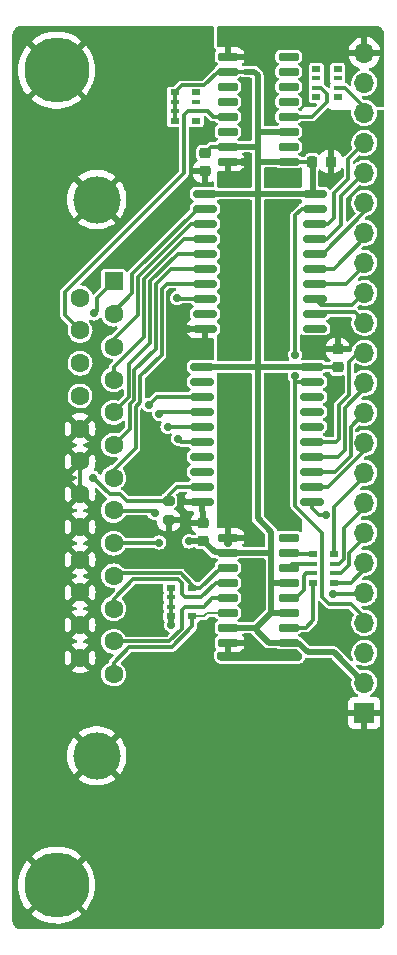
<source format=gbr>
%TF.GenerationSoftware,KiCad,Pcbnew,(6.0.11-0)*%
%TF.CreationDate,2023-05-17T23:02:26+12:00*%
%TF.ProjectId,controller-upper-cut,636f6e74-726f-46c6-9c65-722d75707065,3.2*%
%TF.SameCoordinates,PX1c9c380PY1312d00*%
%TF.FileFunction,Copper,L1,Top*%
%TF.FilePolarity,Positive*%
%FSLAX46Y46*%
G04 Gerber Fmt 4.6, Leading zero omitted, Abs format (unit mm)*
G04 Created by KiCad (PCBNEW (6.0.11-0)) date 2023-05-17 23:02:26*
%MOMM*%
%LPD*%
G01*
G04 APERTURE LIST*
G04 Aperture macros list*
%AMRoundRect*
0 Rectangle with rounded corners*
0 $1 Rounding radius*
0 $2 $3 $4 $5 $6 $7 $8 $9 X,Y pos of 4 corners*
0 Add a 4 corners polygon primitive as box body*
4,1,4,$2,$3,$4,$5,$6,$7,$8,$9,$2,$3,0*
0 Add four circle primitives for the rounded corners*
1,1,$1+$1,$2,$3*
1,1,$1+$1,$4,$5*
1,1,$1+$1,$6,$7*
1,1,$1+$1,$8,$9*
0 Add four rect primitives between the rounded corners*
20,1,$1+$1,$2,$3,$4,$5,0*
20,1,$1+$1,$4,$5,$6,$7,0*
20,1,$1+$1,$6,$7,$8,$9,0*
20,1,$1+$1,$8,$9,$2,$3,0*%
G04 Aperture macros list end*
%TA.AperFunction,SMDPad,CuDef*%
%ADD10R,0.800000X0.500000*%
%TD*%
%TA.AperFunction,SMDPad,CuDef*%
%ADD11R,0.800000X0.400000*%
%TD*%
%TA.AperFunction,SMDPad,CuDef*%
%ADD12RoundRect,0.150000X-0.875000X-0.150000X0.875000X-0.150000X0.875000X0.150000X-0.875000X0.150000X0*%
%TD*%
%TA.AperFunction,ComponentPad*%
%ADD13C,5.500000*%
%TD*%
%TA.AperFunction,SMDPad,CuDef*%
%ADD14RoundRect,0.225000X0.250000X-0.225000X0.250000X0.225000X-0.250000X0.225000X-0.250000X-0.225000X0*%
%TD*%
%TA.AperFunction,SMDPad,CuDef*%
%ADD15RoundRect,0.225000X-0.250000X0.225000X-0.250000X-0.225000X0.250000X-0.225000X0.250000X0.225000X0*%
%TD*%
%TA.AperFunction,SMDPad,CuDef*%
%ADD16RoundRect,0.225000X-0.225000X-0.250000X0.225000X-0.250000X0.225000X0.250000X-0.225000X0.250000X0*%
%TD*%
%TA.AperFunction,SMDPad,CuDef*%
%ADD17RoundRect,0.150000X0.725000X0.150000X-0.725000X0.150000X-0.725000X-0.150000X0.725000X-0.150000X0*%
%TD*%
%TA.AperFunction,ComponentPad*%
%ADD18C,4.000000*%
%TD*%
%TA.AperFunction,ComponentPad*%
%ADD19R,1.600000X1.600000*%
%TD*%
%TA.AperFunction,ComponentPad*%
%ADD20C,1.600000*%
%TD*%
%TA.AperFunction,SMDPad,CuDef*%
%ADD21RoundRect,0.200000X-0.275000X0.200000X-0.275000X-0.200000X0.275000X-0.200000X0.275000X0.200000X0*%
%TD*%
%TA.AperFunction,ComponentPad*%
%ADD22R,1.700000X1.700000*%
%TD*%
%TA.AperFunction,ComponentPad*%
%ADD23O,1.700000X1.700000*%
%TD*%
%TA.AperFunction,ViaPad*%
%ADD24C,0.700000*%
%TD*%
%TA.AperFunction,Conductor*%
%ADD25C,0.300000*%
%TD*%
%TA.AperFunction,Conductor*%
%ADD26C,0.200000*%
%TD*%
%TA.AperFunction,Conductor*%
%ADD27C,1.000000*%
%TD*%
%TA.AperFunction,Conductor*%
%ADD28C,0.500000*%
%TD*%
G04 APERTURE END LIST*
D10*
%TO.P,RN2,1,R1.1*%
%TO.N,+5VA*%
X34000000Y-101889393D03*
D11*
%TO.P,RN2,2,R2.1*%
X34000000Y-102689393D03*
%TO.P,RN2,3,R3.1*%
X34000000Y-103489393D03*
D10*
%TO.P,RN2,4,R4.1*%
X34000000Y-104289393D03*
%TO.P,RN2,5,R4.2*%
%TO.N,unconnected-(RN2-Pad5)*%
X35800000Y-104289393D03*
D11*
%TO.P,RN2,6,R3.2*%
%TO.N,/LPT Interface/P15_OUT*%
X35800000Y-103489393D03*
%TO.P,RN2,7,R2.2*%
%TO.N,unconnected-(RN2-Pad7)*%
X35800000Y-102689393D03*
D10*
%TO.P,RN2,8,R1.2*%
%TO.N,unconnected-(RN2-Pad8)*%
X35800000Y-101889393D03*
%TD*%
D12*
%TO.P,U3,1,A->B*%
%TO.N,+5VA*%
X36303560Y-125116833D03*
%TO.P,U3,2,A0*%
%TO.N,unconnected-(U3-Pad2)*%
X36303560Y-126386833D03*
%TO.P,U3,3,A1*%
%TO.N,/LPT Interface/P17_IN*%
X36303560Y-127656833D03*
%TO.P,U3,4,A2*%
%TO.N,/LPT Interface/P8_IN*%
X36303560Y-128926833D03*
%TO.P,U3,5,A3*%
%TO.N,/LPT Interface/P9_IN*%
X36303560Y-130196833D03*
%TO.P,U3,6,A4*%
%TO.N,/LPT Interface/P16_IN*%
X36303560Y-131466833D03*
%TO.P,U3,7,A5*%
%TO.N,unconnected-(U3-Pad7)*%
X36303560Y-132736833D03*
%TO.P,U3,8,A6*%
%TO.N,unconnected-(U3-Pad8)*%
X36303560Y-134006833D03*
%TO.P,U3,9,A7*%
%TO.N,/LPT Interface/P1_IN*%
X36303560Y-135276833D03*
%TO.P,U3,10,GND*%
%TO.N,GND1*%
X36303560Y-136546833D03*
%TO.P,U3,11,B7*%
%TO.N,/LPT Interface/P1_OUT*%
X45603560Y-136546833D03*
%TO.P,U3,12,B6*%
%TO.N,/LPT Interface/P9_OUT*%
X45603560Y-135276833D03*
%TO.P,U3,13,B5*%
%TO.N,/LPT Interface/P8_OUT*%
X45603560Y-134006833D03*
%TO.P,U3,14,B4*%
%TO.N,/LPT Interface/P17_OUT*%
X45603560Y-132736833D03*
%TO.P,U3,15,B3*%
%TO.N,/LPT Interface/P16_OUT*%
X45603560Y-131466833D03*
%TO.P,U3,16,B2*%
%TO.N,unconnected-(U3-Pad16)*%
X45603560Y-130196833D03*
%TO.P,U3,17,B1*%
%TO.N,unconnected-(U3-Pad17)*%
X45603560Y-128926833D03*
%TO.P,U3,18,B0*%
%TO.N,unconnected-(U3-Pad18)*%
X45603560Y-127656833D03*
%TO.P,U3,19,CE*%
%TO.N,/LPT Interface/nCE_IN*%
X45603560Y-126386833D03*
%TO.P,U3,20,VCC*%
%TO.N,+5VA*%
X45603560Y-125116833D03*
%TD*%
D13*
%TO.P,H1,1,1*%
%TO.N,GND1*%
X24000000Y-99992893D03*
%TD*%
D10*
%TO.P,RN3,1,R1.1*%
%TO.N,Net-(RN3-Pad1)*%
X45700000Y-140992893D03*
D11*
%TO.P,RN3,2,R2.1*%
%TO.N,Net-(RN3-Pad2)*%
X45700000Y-141792893D03*
%TO.P,RN3,3,R3.1*%
%TO.N,Net-(RN3-Pad3)*%
X45700000Y-142592893D03*
D10*
%TO.P,RN3,4,R4.1*%
%TO.N,Net-(RN3-Pad4)*%
X45700000Y-143392893D03*
%TO.P,RN3,5,R4.2*%
%TO.N,/LPT Interface/P13_IN*%
X47500000Y-143392893D03*
D11*
%TO.P,RN3,6,R3.2*%
%TO.N,/LPT Interface/P12_IN*%
X47500000Y-142592893D03*
%TO.P,RN3,7,R2.2*%
%TO.N,/LPT Interface/P11_IN*%
X47500000Y-141792893D03*
D10*
%TO.P,RN3,8,R1.2*%
%TO.N,/LPT Interface/P10_IN*%
X47500000Y-140992893D03*
%TD*%
%TO.P,RN1,1,R1.1*%
%TO.N,+5VA*%
X33700000Y-143833393D03*
D11*
%TO.P,RN1,2,R2.1*%
X33700000Y-144633393D03*
%TO.P,RN1,3,R3.1*%
X33700000Y-145433393D03*
D10*
%TO.P,RN1,4,R4.1*%
X33700000Y-146233393D03*
%TO.P,RN1,5,R4.2*%
%TO.N,/LPT Interface/P13_OUT*%
X35500000Y-146233393D03*
D11*
%TO.P,RN1,6,R3.2*%
%TO.N,/LPT Interface/P12_OUT*%
X35500000Y-145433393D03*
%TO.P,RN1,7,R2.2*%
%TO.N,/LPT Interface/P11_OUT*%
X35500000Y-144633393D03*
D10*
%TO.P,RN1,8,R1.2*%
%TO.N,/LPT Interface/P10_OUT*%
X35500000Y-143833393D03*
%TD*%
D14*
%TO.P,C11,1*%
%TO.N,+5VA*%
X47800000Y-125167893D03*
%TO.P,C11,2*%
%TO.N,GND1*%
X47800000Y-123617893D03*
%TD*%
D15*
%TO.P,C10,1*%
%TO.N,+5VA*%
X36544000Y-107009393D03*
%TO.P,C10,2*%
%TO.N,GND1*%
X36544000Y-108559393D03*
%TD*%
D10*
%TO.P,RN4,1,R1.1*%
%TO.N,unconnected-(RN4-Pad1)*%
X47800000Y-102292893D03*
D11*
%TO.P,RN4,2,R2.1*%
%TO.N,/LPT Interface/P15_IN*%
X47800000Y-101492893D03*
%TO.P,RN4,3,R3.1*%
%TO.N,unconnected-(RN4-Pad3)*%
X47800000Y-100692893D03*
D10*
%TO.P,RN4,4,R4.1*%
%TO.N,unconnected-(RN4-Pad4)*%
X47800000Y-99892893D03*
%TO.P,RN4,5,R4.2*%
%TO.N,unconnected-(RN4-Pad5)*%
X46000000Y-99892893D03*
D11*
%TO.P,RN4,6,R3.2*%
%TO.N,unconnected-(RN4-Pad6)*%
X46000000Y-100692893D03*
%TO.P,RN4,7,R2.2*%
%TO.N,Net-(RN4-Pad7)*%
X46000000Y-101492893D03*
D10*
%TO.P,RN4,8,R1.2*%
%TO.N,unconnected-(RN4-Pad8)*%
X46000000Y-102292893D03*
%TD*%
D16*
%TO.P,C12,1*%
%TO.N,+5VA*%
X45650000Y-107739393D03*
%TO.P,C12,2*%
%TO.N,GND1*%
X47200000Y-107739393D03*
%TD*%
D17*
%TO.P,U5,1,A1*%
%TO.N,+5VA*%
X43654000Y-107739393D03*
%TO.P,U5,2,C1*%
%TO.N,unconnected-(U5-Pad2)*%
X43654000Y-106469393D03*
%TO.P,U5,3,A2*%
%TO.N,+5VA*%
X43654000Y-105199393D03*
%TO.P,U5,4,C2*%
%TO.N,Net-(RN4-Pad7)*%
X43654000Y-103929393D03*
%TO.P,U5,5,A3*%
%TO.N,unconnected-(U5-Pad5)*%
X43654000Y-102659393D03*
%TO.P,U5,6,C3*%
%TO.N,unconnected-(U5-Pad6)*%
X43654000Y-101389393D03*
%TO.P,U5,7,A4*%
%TO.N,unconnected-(U5-Pad7)*%
X43654000Y-100119393D03*
%TO.P,U5,8,C4*%
%TO.N,unconnected-(U5-Pad8)*%
X43654000Y-98849393D03*
%TO.P,U5,9,GND*%
%TO.N,GND2*%
X38504000Y-98849393D03*
%TO.P,U5,10,Vdd*%
%TO.N,+5VA*%
X38504000Y-100119393D03*
%TO.P,U5,11,O1*%
%TO.N,unconnected-(U5-Pad11)*%
X38504000Y-101389393D03*
%TO.P,U5,12,O1*%
%TO.N,unconnected-(U5-Pad12)*%
X38504000Y-102659393D03*
%TO.P,U5,13,O1*%
%TO.N,/LPT Interface/P15_OUT*%
X38504000Y-103929393D03*
%TO.P,U5,14,O1*%
%TO.N,unconnected-(U5-Pad14)*%
X38504000Y-105199393D03*
%TO.P,U5,15,Vdd*%
%TO.N,+5VA*%
X38504000Y-106469393D03*
%TO.P,U5,16,GND*%
%TO.N,GND2*%
X38504000Y-107739393D03*
%TD*%
D13*
%TO.P,H2,1,1*%
%TO.N,GND1*%
X24000000Y-168992893D03*
%TD*%
D18*
%TO.P,J6,0,PAD*%
%TO.N,GND1*%
X27410331Y-158057893D03*
X27410331Y-110957893D03*
D19*
%TO.P,J6,1,1*%
%TO.N,/LPT Interface/P1_IN*%
X28830331Y-117887893D03*
D20*
%TO.P,J6,2,2*%
%TO.N,/LPT Interface/P2_IN*%
X28830331Y-120657893D03*
%TO.P,J6,3,3*%
%TO.N,/LPT Interface/P3_IN*%
X28830331Y-123427893D03*
%TO.P,J6,4,4*%
%TO.N,/LPT Interface/P4_IN*%
X28830331Y-126197893D03*
%TO.P,J6,5,5*%
%TO.N,/LPT Interface/P5_IN*%
X28830331Y-128967893D03*
%TO.P,J6,6,6*%
%TO.N,/LPT Interface/P6_IN*%
X28830331Y-131737893D03*
%TO.P,J6,7,7*%
%TO.N,/LPT Interface/P7_IN*%
X28830331Y-134507893D03*
%TO.P,J6,8,8*%
%TO.N,/LPT Interface/P8_IN*%
X28830331Y-137277893D03*
%TO.P,J6,9,9*%
%TO.N,/LPT Interface/P9_IN*%
X28830331Y-140047893D03*
%TO.P,J6,10,10*%
%TO.N,/LPT Interface/P10_OUT*%
X28830331Y-142817893D03*
%TO.P,J6,11,11*%
%TO.N,/LPT Interface/P11_OUT*%
X28830331Y-145587893D03*
%TO.P,J6,12,12*%
%TO.N,/LPT Interface/P12_OUT*%
X28830331Y-148357893D03*
%TO.P,J6,13,13*%
%TO.N,/LPT Interface/P13_OUT*%
X28830331Y-151127893D03*
%TO.P,J6,14,P14*%
%TO.N,/LPT Interface/P14_IN*%
X25990331Y-119272893D03*
%TO.P,J6,15,P15*%
%TO.N,/LPT Interface/P15_OUT*%
X25990331Y-122042893D03*
%TO.P,J6,16,P16*%
%TO.N,/LPT Interface/P16_IN*%
X25990331Y-124812893D03*
%TO.P,J6,17,P17*%
%TO.N,/LPT Interface/P17_IN*%
X25990331Y-127582893D03*
%TO.P,J6,18,P18*%
%TO.N,GND1*%
X25990331Y-130352893D03*
%TO.P,J6,19,P19*%
X25990331Y-133122893D03*
%TO.P,J6,20,P20*%
X25990331Y-135892893D03*
%TO.P,J6,21,P21*%
X25990331Y-138662893D03*
%TO.P,J6,22,P22*%
X25990331Y-141432893D03*
%TO.P,J6,23,P23*%
X25990331Y-144202893D03*
%TO.P,J6,24,P24*%
X25990331Y-146972893D03*
%TO.P,J6,25,P25*%
X25990331Y-149742893D03*
%TD*%
D21*
%TO.P,R13,1*%
%TO.N,/LPT Interface/P1_IN*%
X33500000Y-136467893D03*
%TO.P,R13,2*%
%TO.N,GND1*%
X33500000Y-138117893D03*
%TD*%
D17*
%TO.P,U4,1,A1*%
%TO.N,+5VA*%
X43654000Y-148466393D03*
%TO.P,U4,2,C1*%
%TO.N,Net-(RN3-Pad4)*%
X43654000Y-147196393D03*
%TO.P,U4,3,A2*%
%TO.N,+5VA*%
X43654000Y-145926393D03*
%TO.P,U4,4,C2*%
%TO.N,Net-(RN3-Pad3)*%
X43654000Y-144656393D03*
%TO.P,U4,5,A3*%
%TO.N,+5VA*%
X43654000Y-143386393D03*
%TO.P,U4,6,C3*%
%TO.N,Net-(RN3-Pad2)*%
X43654000Y-142116393D03*
%TO.P,U4,7,A4*%
%TO.N,Net-(RN3-Pad1)*%
X43654000Y-140846393D03*
%TO.P,U4,8,C4*%
%TO.N,unconnected-(U4-Pad8)*%
X43654000Y-139576393D03*
%TO.P,U4,9,GND*%
%TO.N,GND2*%
X38504000Y-139576393D03*
%TO.P,U4,10,Vdd*%
%TO.N,+5VA*%
X38504000Y-140846393D03*
%TO.P,U4,11,O1*%
%TO.N,/LPT Interface/P10_OUT*%
X38504000Y-142116393D03*
%TO.P,U4,12,O1*%
%TO.N,/LPT Interface/P11_OUT*%
X38504000Y-143386393D03*
%TO.P,U4,13,O1*%
%TO.N,/LPT Interface/P12_OUT*%
X38504000Y-144656393D03*
%TO.P,U4,14,O1*%
%TO.N,/LPT Interface/P13_OUT*%
X38504000Y-145926393D03*
%TO.P,U4,15,Vdd*%
%TO.N,+5VA*%
X38504000Y-147196393D03*
%TO.P,U4,16,GND*%
%TO.N,GND2*%
X38504000Y-148466393D03*
%TD*%
D14*
%TO.P,C9,1*%
%TO.N,+5VA*%
X36400000Y-139861006D03*
%TO.P,C9,2*%
%TO.N,GND1*%
X36400000Y-138311006D03*
%TD*%
D12*
%TO.P,U2,1,A->B*%
%TO.N,+5VA*%
X36553560Y-110445833D03*
%TO.P,U2,2,A0*%
%TO.N,/LPT Interface/P2_IN*%
X36553560Y-111715833D03*
%TO.P,U2,3,A1*%
%TO.N,/LPT Interface/P3_IN*%
X36553560Y-112985833D03*
%TO.P,U2,4,A2*%
%TO.N,/LPT Interface/P4_IN*%
X36553560Y-114255833D03*
%TO.P,U2,5,A3*%
%TO.N,/LPT Interface/P5_IN*%
X36553560Y-115525833D03*
%TO.P,U2,6,A4*%
%TO.N,/LPT Interface/P6_IN*%
X36553560Y-116795833D03*
%TO.P,U2,7,A5*%
%TO.N,/LPT Interface/P7_IN*%
X36553560Y-118065833D03*
%TO.P,U2,8,A6*%
%TO.N,/LPT Interface/P14_IN*%
X36553560Y-119335833D03*
%TO.P,U2,9,A7*%
%TO.N,unconnected-(U2-Pad9)*%
X36553560Y-120605833D03*
%TO.P,U2,10,GND*%
%TO.N,GND1*%
X36553560Y-121875833D03*
%TO.P,U2,11,B7*%
%TO.N,unconnected-(U2-Pad11)*%
X45853560Y-121875833D03*
%TO.P,U2,12,B6*%
%TO.N,/LPT Interface/P14_OUT*%
X45853560Y-120605833D03*
%TO.P,U2,13,B5*%
%TO.N,/LPT Interface/P7_OUT*%
X45853560Y-119335833D03*
%TO.P,U2,14,B4*%
%TO.N,/LPT Interface/P6_OUT*%
X45853560Y-118065833D03*
%TO.P,U2,15,B3*%
%TO.N,/LPT Interface/P5_OUT*%
X45853560Y-116795833D03*
%TO.P,U2,16,B2*%
%TO.N,/LPT Interface/P4_OUT*%
X45853560Y-115525833D03*
%TO.P,U2,17,B1*%
%TO.N,/LPT Interface/P3_OUT*%
X45853560Y-114255833D03*
%TO.P,U2,18,B0*%
%TO.N,/LPT Interface/P2_OUT*%
X45853560Y-112985833D03*
%TO.P,U2,19,CE*%
%TO.N,/LPT Interface/nCE_IN*%
X45853560Y-111715833D03*
%TO.P,U2,20,VCC*%
%TO.N,+5VA*%
X45853560Y-110445833D03*
%TD*%
D22*
%TO.P,J1,1,Pin_1*%
%TO.N,GND1*%
X50063000Y-154417000D03*
D23*
%TO.P,J1,2,Pin_2*%
%TO.N,+5VA*%
X50063000Y-151877000D03*
%TO.P,J1,3,Pin_3*%
%TO.N,/HOLD_IN*%
X50063000Y-149337000D03*
%TO.P,J1,4,Pin_4*%
%TO.N,/LPT Interface/nCE_IN*%
X50063000Y-146797000D03*
%TO.P,J1,5,Pin_5*%
%TO.N,/LPT Interface/P1_OUT*%
X50063000Y-144257000D03*
%TO.P,J1,6,Pin_6*%
%TO.N,/LPT Interface/P13_IN*%
X50063000Y-141717000D03*
%TO.P,J1,7,Pin_7*%
%TO.N,/LPT Interface/P12_IN*%
X50063000Y-139177000D03*
%TO.P,J1,8,Pin_8*%
%TO.N,/LPT Interface/P11_IN*%
X50063000Y-136637000D03*
%TO.P,J1,9,Pin_9*%
%TO.N,/LPT Interface/P10_IN*%
X50063000Y-134097000D03*
%TO.P,J1,10,Pin_10*%
%TO.N,/LPT Interface/P9_OUT*%
X50063000Y-131557000D03*
%TO.P,J1,11,Pin_11*%
%TO.N,/LPT Interface/P8_OUT*%
X50063000Y-129017000D03*
%TO.P,J1,12,Pin_12*%
%TO.N,/LPT Interface/P17_OUT*%
X50063000Y-126477000D03*
%TO.P,J1,13,Pin_13*%
%TO.N,/LPT Interface/P16_OUT*%
X50063000Y-123937000D03*
%TO.P,J1,14,Pin_14*%
%TO.N,/LPT Interface/P14_OUT*%
X50063000Y-121397000D03*
%TO.P,J1,15,Pin_15*%
%TO.N,/LPT Interface/P7_OUT*%
X50063000Y-118857000D03*
%TO.P,J1,16,Pin_16*%
%TO.N,/LPT Interface/P6_OUT*%
X50063000Y-116317000D03*
%TO.P,J1,17,Pin_17*%
%TO.N,/LPT Interface/P5_OUT*%
X50063000Y-113777000D03*
%TO.P,J1,18,Pin_18*%
%TO.N,/LPT Interface/P4_OUT*%
X50063000Y-111237000D03*
%TO.P,J1,19,Pin_19*%
%TO.N,/LPT Interface/P3_OUT*%
X50063000Y-108697000D03*
%TO.P,J1,20,Pin_20*%
%TO.N,/LPT Interface/P2_OUT*%
X50063000Y-106157000D03*
%TO.P,J1,21,Pin_21*%
%TO.N,/LPT Interface/P15_IN*%
X50063000Y-103617000D03*
%TO.P,J1,22,Pin_22*%
%TO.N,+5VA*%
X50063000Y-101077000D03*
%TO.P,J1,23,Pin_23*%
%TO.N,GND2*%
X50063000Y-98537000D03*
%TD*%
D24*
%TO.N,/LPT Interface/P9_IN*%
X32700000Y-139992893D03*
X33400000Y-130192893D03*
%TO.N,/LPT Interface/P14_IN*%
X34200000Y-119292893D03*
%TO.N,/LPT Interface/P16_IN*%
X34300000Y-131192893D03*
%TO.N,/LPT Interface/P17_IN*%
X31817648Y-128327226D03*
%TO.N,/LPT Interface/P1_OUT*%
X46800500Y-137692893D03*
X47400500Y-144392893D03*
%TO.N,/LPT Interface/nCE_IN*%
X44200000Y-124092893D03*
X44200000Y-125916333D03*
%TO.N,/LPT Interface/P8_IN*%
X32300000Y-137500000D03*
X32700000Y-129092893D03*
%TO.N,/LPT Interface/P1_IN*%
X27100000Y-134492893D03*
X27200000Y-120592893D03*
%TO.N,GND1*%
X45000000Y-172092893D03*
X36000000Y-142800000D03*
X20900000Y-125992893D03*
X32600000Y-143900000D03*
X37900000Y-161592893D03*
X36100000Y-100392893D03*
X33600000Y-121792893D03*
X46500000Y-145692893D03*
X27700000Y-121992893D03*
X34500000Y-111092893D03*
X45500000Y-106392893D03*
X47400000Y-121292893D03*
X36000000Y-141000000D03*
X36900000Y-146992893D03*
X31800000Y-138700000D03*
X46800000Y-109492893D03*
X30300000Y-135600000D03*
X36800000Y-96892893D03*
X20900000Y-142792893D03*
X45500000Y-150200000D03*
X51275000Y-161692893D03*
X34600000Y-126700000D03*
X51000000Y-135292893D03*
X49000000Y-122592893D03*
X31600000Y-129400000D03*
X47100000Y-106392893D03*
X27100000Y-118092893D03*
X45500000Y-147992893D03*
X34600000Y-132300000D03*
X34600000Y-134500000D03*
X30000000Y-172092893D03*
X47100000Y-104392893D03*
X45200000Y-124192893D03*
X45500000Y-104792893D03*
X51100000Y-172092893D03*
X35100000Y-121892893D03*
X51275000Y-130292893D03*
X47244000Y-148392893D03*
X51275000Y-140392893D03*
X29700000Y-115892893D03*
X46500000Y-123292893D03*
X34100000Y-141700000D03*
X32600000Y-147492893D03*
X35200000Y-109492893D03*
X34975000Y-138117893D03*
X30100000Y-144700000D03*
X20900000Y-158592893D03*
X32600000Y-149800000D03*
X36900000Y-105192893D03*
X47100000Y-130692893D03*
X30100000Y-147492893D03*
X51275000Y-109892893D03*
X51275000Y-120092893D03*
X45000000Y-161692893D03*
X20900000Y-110992893D03*
X31900000Y-126700000D03*
X31900000Y-135600000D03*
X34565410Y-136038166D03*
X33500000Y-139300000D03*
X30100000Y-150100000D03*
X37900000Y-172092893D03*
X47300000Y-126292893D03*
X30100000Y-141300000D03*
X37900000Y-150900000D03*
%TO.N,+5VA*%
X35200000Y-139900000D03*
X33700000Y-147000000D03*
%TO.N,GND2*%
X38125000Y-109467893D03*
X38500000Y-139996893D03*
X38100000Y-126092893D03*
X40050000Y-111342893D03*
X40000000Y-141800000D03*
X38000000Y-124092893D03*
X40200000Y-148092893D03*
X41000000Y-139700000D03*
X41200000Y-141800000D03*
X40100000Y-132992893D03*
X41200000Y-149600000D03*
X40100000Y-124092893D03*
X38100000Y-96892893D03*
X40050000Y-109467893D03*
X43800000Y-111392893D03*
X40100000Y-105517893D03*
X42675000Y-126092893D03*
X40100000Y-126092893D03*
X39825000Y-107739393D03*
X42700000Y-138000000D03*
X38500000Y-149592893D03*
X38150000Y-111367893D03*
X44300000Y-138592893D03*
X46900000Y-99292893D03*
X45000000Y-96892893D03*
X42700000Y-149600000D03*
X45000000Y-101992893D03*
X40240000Y-98849393D03*
X40200000Y-146192893D03*
X44350000Y-109092893D03*
X40100000Y-101092893D03*
X42000000Y-104192893D03*
X42025000Y-111367893D03*
X42000000Y-109092893D03*
X44300000Y-149592893D03*
X42675000Y-124142893D03*
X41200000Y-145400000D03*
%TD*%
D25*
%TO.N,/LPT Interface/P2_IN*%
X28830331Y-120462562D02*
X30400000Y-118892893D01*
X30400000Y-118892893D02*
X30400000Y-117264469D01*
X28830331Y-120657893D02*
X28830331Y-120462562D01*
X30400000Y-117264469D02*
X35948636Y-111715833D01*
X35948636Y-111715833D02*
X36553560Y-111715833D01*
%TO.N,/LPT Interface/P3_IN*%
X30900000Y-117471575D02*
X35385742Y-112985833D01*
X35385742Y-112985833D02*
X36553560Y-112985833D01*
X28830331Y-123427893D02*
X28830331Y-122769669D01*
X28830331Y-122769669D02*
X30900000Y-120700000D01*
X30900000Y-120700000D02*
X30900000Y-117471575D01*
%TO.N,/LPT Interface/P4_IN*%
X28830331Y-125169669D02*
X31400000Y-122600000D01*
X34822848Y-114255833D02*
X36553560Y-114255833D01*
X31400000Y-122600000D02*
X31400000Y-117678681D01*
X31400000Y-117678681D02*
X34822848Y-114255833D01*
X28830331Y-126197893D02*
X28830331Y-125169669D01*
%TO.N,/LPT Interface/P9_IN*%
X32645000Y-140047893D02*
X28830331Y-140047893D01*
X32700000Y-139992893D02*
X32645000Y-140047893D01*
X33403940Y-130196833D02*
X36303560Y-130196833D01*
X33400000Y-130192893D02*
X33403940Y-130196833D01*
%TO.N,/LPT Interface/P14_IN*%
X34200000Y-119292893D02*
X34242940Y-119335833D01*
X34242940Y-119335833D02*
X36553560Y-119335833D01*
%TO.N,/LPT Interface/P15_OUT*%
X34800000Y-103792893D02*
X35103500Y-103489393D01*
X35103500Y-103489393D02*
X35800000Y-103489393D01*
X38504000Y-103929393D02*
X37240000Y-103929393D01*
X24700000Y-120752562D02*
X24700000Y-118792893D01*
X25990331Y-122042893D02*
X24700000Y-120752562D01*
X34800000Y-108692893D02*
X34800000Y-103792893D01*
X24700000Y-118792893D02*
X34800000Y-108692893D01*
X36800000Y-103489393D02*
X35800000Y-103489393D01*
X37240000Y-103929393D02*
X36800000Y-103489393D01*
%TO.N,/LPT Interface/P16_IN*%
X36303560Y-131466833D02*
X34573940Y-131466833D01*
X34573940Y-131466833D02*
X34300000Y-131192893D01*
%TO.N,/LPT Interface/P17_IN*%
X31817648Y-128327226D02*
X32488041Y-127656833D01*
X32488041Y-127656833D02*
X36303560Y-127656833D01*
%TO.N,/LPT Interface/P17_OUT*%
X48400000Y-128592893D02*
X50125000Y-126867893D01*
X47856060Y-132736833D02*
X48400000Y-132192893D01*
X48400000Y-132192893D02*
X48400000Y-128592893D01*
X45603560Y-132736833D02*
X47856060Y-132736833D01*
X50125000Y-126867893D02*
X50125000Y-126432893D01*
%TO.N,/LPT Interface/P16_OUT*%
X48800000Y-127485787D02*
X48800000Y-124692893D01*
X47900000Y-131192893D02*
X47900000Y-128385787D01*
X47900000Y-128385787D02*
X48800000Y-127485787D01*
X45603560Y-131466833D02*
X47626060Y-131466833D01*
X49600000Y-123892893D02*
X50125000Y-123892893D01*
X48800000Y-124692893D02*
X49600000Y-123892893D01*
X47626060Y-131466833D02*
X47900000Y-131192893D01*
%TO.N,/LPT Interface/P7_OUT*%
X46410620Y-119892893D02*
X49045000Y-119892893D01*
X45853560Y-119335833D02*
X46410620Y-119892893D01*
X49045000Y-119892893D02*
X50125000Y-118812893D01*
%TO.N,/LPT Interface/P6_OUT*%
X48527060Y-118065833D02*
X50125000Y-116467893D01*
X50125000Y-116467893D02*
X50125000Y-116272893D01*
X45853560Y-118065833D02*
X48527060Y-118065833D01*
%TO.N,/LPT Interface/P5_OUT*%
X45853560Y-116795833D02*
X47497060Y-116795833D01*
X47497060Y-116795833D02*
X50125000Y-114167893D01*
X50125000Y-114167893D02*
X50125000Y-113732893D01*
%TO.N,/LPT Interface/P4_OUT*%
X46535003Y-115525833D02*
X50125000Y-111935836D01*
X50125000Y-111935836D02*
X50125000Y-111192893D01*
X45853560Y-115525833D02*
X46535003Y-115525833D01*
%TO.N,/LPT Interface/P3_OUT*%
X48100000Y-113092893D02*
X48100000Y-110677893D01*
X45853560Y-114255833D02*
X46937060Y-114255833D01*
X46937060Y-114255833D02*
X48100000Y-113092893D01*
X48100000Y-110677893D02*
X50125000Y-108652893D01*
%TO.N,/LPT Interface/P2_OUT*%
X45853560Y-112985833D02*
X47007060Y-112985833D01*
X48700000Y-107537893D02*
X50125000Y-106112893D01*
X47500000Y-112492893D02*
X47500000Y-110392893D01*
X47007060Y-112985833D02*
X47500000Y-112492893D01*
X48700000Y-109192893D02*
X48700000Y-107537893D01*
X47500000Y-110392893D02*
X48700000Y-109192893D01*
%TO.N,/LPT Interface/P15_IN*%
X48400000Y-101492893D02*
X50125000Y-103217893D01*
X50125000Y-103217893D02*
X50125000Y-103572893D01*
X47800000Y-101492893D02*
X48400000Y-101492893D01*
%TO.N,/LPT Interface/P14_OUT*%
X45853560Y-120605833D02*
X45966500Y-120492893D01*
X49265000Y-120492893D02*
X50125000Y-121352893D01*
X45966500Y-120492893D02*
X49265000Y-120492893D01*
%TO.N,/LPT Interface/P13_IN*%
X50125000Y-142167893D02*
X50125000Y-141672893D01*
X48900000Y-143392893D02*
X50125000Y-142167893D01*
X47800000Y-143392893D02*
X48900000Y-143392893D01*
%TO.N,/LPT Interface/P12_IN*%
X47500000Y-142592893D02*
X48100000Y-142592893D01*
X48100000Y-142592893D02*
X48800000Y-141892893D01*
X48800000Y-140892893D02*
X50125000Y-139567893D01*
X48800000Y-141892893D02*
X48800000Y-140892893D01*
X50125000Y-139567893D02*
X50125000Y-139132893D01*
%TO.N,/LPT Interface/P11_IN*%
X48300000Y-141392893D02*
X48300000Y-138792893D01*
X50125000Y-136967893D02*
X50125000Y-136592893D01*
X47900000Y-141792893D02*
X48300000Y-141392893D01*
X47500000Y-141792893D02*
X47900000Y-141792893D01*
X48300000Y-138792893D02*
X50125000Y-136967893D01*
%TO.N,/LPT Interface/P10_IN*%
X50125000Y-134367893D02*
X50125000Y-134052893D01*
X47500000Y-140992893D02*
X47500000Y-136992893D01*
X47500000Y-136992893D02*
X50125000Y-134367893D01*
%TO.N,/LPT Interface/P8_OUT*%
X48900000Y-130197893D02*
X50125000Y-128972893D01*
X45603560Y-134006833D02*
X47578954Y-134006833D01*
X48900000Y-132685787D02*
X48900000Y-130197893D01*
X47578954Y-134006833D02*
X48900000Y-132685787D01*
%TO.N,/LPT Interface/P9_OUT*%
X47016060Y-135276833D02*
X50125000Y-132167893D01*
X45603560Y-135276833D02*
X47016060Y-135276833D01*
X50125000Y-132167893D02*
X50125000Y-131512893D01*
%TO.N,/LPT Interface/P1_OUT*%
X46800500Y-137692893D02*
X46200000Y-137692893D01*
X45603560Y-137096453D02*
X45603560Y-136546833D01*
X49945000Y-144392893D02*
X50125000Y-144212893D01*
X47400500Y-144392893D02*
X49945000Y-144392893D01*
X46200000Y-137692893D02*
X45603560Y-137096453D01*
%TO.N,/LPT Interface/nCE_IN*%
X44200000Y-125916333D02*
X44200000Y-136892893D01*
X44206060Y-126386833D02*
X45603560Y-126386833D01*
X47100000Y-145192893D02*
X48900000Y-145192893D01*
X44200000Y-124092893D02*
X44200000Y-112286006D01*
X48900000Y-145192893D02*
X50125000Y-146417893D01*
X44770173Y-111715833D02*
X45853560Y-111715833D01*
X46500000Y-139192893D02*
X46500000Y-144592893D01*
X44200000Y-112286006D02*
X44770173Y-111715833D01*
X46500000Y-144592893D02*
X47100000Y-145192893D01*
X50125000Y-146417893D02*
X50125000Y-146752893D01*
X44200000Y-136892893D02*
X46500000Y-139192893D01*
%TO.N,Net-(RN3-Pad4)*%
X43654000Y-147196393D02*
X45096500Y-147196393D01*
X45096500Y-147196393D02*
X45700000Y-146592893D01*
X45700000Y-146592893D02*
X45700000Y-143392893D01*
%TO.N,Net-(RN3-Pad2)*%
X43977500Y-141792893D02*
X45700000Y-141792893D01*
X43654000Y-142116393D02*
X43977500Y-141792893D01*
%TO.N,Net-(RN3-Pad3)*%
X45150000Y-142592893D02*
X45700000Y-142592893D01*
X43654000Y-144656393D02*
X44286500Y-144656393D01*
X44286500Y-144656393D02*
X44950000Y-143992893D01*
X44950000Y-142792893D02*
X45150000Y-142592893D01*
X44950000Y-143992893D02*
X44950000Y-142792893D01*
%TO.N,/LPT Interface/P8_IN*%
X32300000Y-137500000D02*
X32100000Y-137300000D01*
X32866060Y-128926833D02*
X36303560Y-128926833D01*
X28852438Y-137300000D02*
X28830331Y-137277893D01*
X32700000Y-129092893D02*
X32866060Y-128926833D01*
X32100000Y-137300000D02*
X28852438Y-137300000D01*
%TO.N,/LPT Interface/P6_IN*%
X32400000Y-123600000D02*
X32400000Y-118092893D01*
X30600000Y-127905330D02*
X30600000Y-125400000D01*
X30200000Y-128305330D02*
X30600000Y-127905330D01*
X28830331Y-131737893D02*
X30200000Y-130368224D01*
X30200000Y-130368224D02*
X30200000Y-128305330D01*
X30600000Y-125400000D02*
X32400000Y-123600000D01*
X33697060Y-116795833D02*
X36553560Y-116795833D01*
X32400000Y-118092893D02*
X33697060Y-116795833D01*
%TO.N,Net-(RN4-Pad7)*%
X46410050Y-101492893D02*
X46000000Y-101492893D01*
X46900000Y-102692893D02*
X46900000Y-101982843D01*
X43654000Y-103929393D02*
X45663500Y-103929393D01*
X45663500Y-103929393D02*
X46900000Y-102692893D01*
X46900000Y-101982843D02*
X46410050Y-101492893D01*
%TO.N,/LPT Interface/P1_IN*%
X29967893Y-136467893D02*
X33500000Y-136467893D01*
X28500000Y-135892893D02*
X29392893Y-135892893D01*
X27400000Y-120392893D02*
X27400000Y-119318224D01*
X27400000Y-119318224D02*
X28830331Y-117887893D01*
X33500000Y-135989959D02*
X34213126Y-135276833D01*
X27100000Y-134492893D02*
X28500000Y-135892893D01*
X33500000Y-136467893D02*
X33500000Y-135989959D01*
X29392893Y-135892893D02*
X29967893Y-136467893D01*
X27200000Y-120592893D02*
X27400000Y-120392893D01*
X34213126Y-135276833D02*
X36303560Y-135276833D01*
%TO.N,/LPT Interface/P10_OUT*%
X36166607Y-143833393D02*
X37883607Y-142116393D01*
X35500000Y-143833393D02*
X35500000Y-143576287D01*
X35500000Y-143576287D02*
X34523713Y-142600000D01*
X37883607Y-142116393D02*
X38504000Y-142116393D01*
X35500000Y-143833393D02*
X36166607Y-143833393D01*
X29048224Y-142600000D02*
X28830331Y-142817893D01*
X34523713Y-142600000D02*
X29048224Y-142600000D01*
%TO.N,/LPT Interface/P11_OUT*%
X34316607Y-143100000D02*
X30500000Y-143100000D01*
X38504000Y-143386393D02*
X37509663Y-143386393D01*
X34840500Y-144633393D02*
X34600000Y-144392893D01*
X30500000Y-143100000D02*
X28830331Y-144769669D01*
X34600000Y-143383393D02*
X34316607Y-143100000D01*
X35500000Y-144633393D02*
X34840500Y-144633393D01*
X34600000Y-144392893D02*
X34600000Y-143383393D01*
X36262663Y-144633393D02*
X35500000Y-144633393D01*
X37509663Y-143386393D02*
X36262663Y-144633393D01*
X28830331Y-144769669D02*
X28830331Y-145587893D01*
%TO.N,/LPT Interface/P12_OUT*%
X36452613Y-145433393D02*
X35500000Y-145433393D01*
X34600000Y-147292893D02*
X34600000Y-145692893D01*
X37200000Y-144686006D02*
X36452613Y-145433393D01*
X37229613Y-144656393D02*
X37200000Y-144686006D01*
X28830331Y-148357893D02*
X33535000Y-148357893D01*
X33535000Y-148357893D02*
X34600000Y-147292893D01*
X34600000Y-145692893D02*
X34859500Y-145433393D01*
X34859500Y-145433393D02*
X35500000Y-145433393D01*
X38504000Y-144656393D02*
X37229613Y-144656393D01*
%TO.N,/LPT Interface/P13_OUT*%
X28830331Y-150162562D02*
X30135000Y-148857893D01*
X28830331Y-151127893D02*
X28830331Y-150162562D01*
D26*
X36459500Y-146233393D02*
X36766500Y-145926393D01*
X36766500Y-145926393D02*
X38504000Y-145926393D01*
D25*
X35500000Y-147099999D02*
X35500000Y-146233393D01*
D26*
X35500000Y-146233393D02*
X36459500Y-146233393D01*
D25*
X33742106Y-148857893D02*
X35500000Y-147099999D01*
X30135000Y-148857893D02*
X33742106Y-148857893D01*
%TO.N,/LPT Interface/P5_IN*%
X28830331Y-128967893D02*
X30100000Y-127698224D01*
X31900000Y-123100000D02*
X31900000Y-117885787D01*
X30100000Y-124900000D02*
X31900000Y-123100000D01*
X34259954Y-115525833D02*
X36553560Y-115525833D01*
X31900000Y-117885787D02*
X34259954Y-115525833D01*
X30100000Y-127698224D02*
X30100000Y-124900000D01*
%TO.N,/LPT Interface/P7_IN*%
X28830331Y-133869669D02*
X30700000Y-132000000D01*
X30700000Y-132000000D02*
X30700000Y-128512436D01*
X33327060Y-118065833D02*
X36553560Y-118065833D01*
X28830331Y-134507893D02*
X28830331Y-133869669D01*
X32900000Y-118492893D02*
X33327060Y-118065833D01*
X31100000Y-125900000D02*
X32900000Y-124100000D01*
X31100000Y-128112436D02*
X31100000Y-125900000D01*
X32900000Y-124100000D02*
X32900000Y-118492893D01*
X30700000Y-128512436D02*
X31100000Y-128112436D01*
%TO.N,GND1*%
X47200000Y-106392893D02*
X47200000Y-107739393D01*
X25990331Y-135892893D02*
X25990331Y-133122893D01*
X35200000Y-109492893D02*
X35400000Y-109292893D01*
X35400000Y-108692893D02*
X35533500Y-108559393D01*
X35074077Y-136546833D02*
X36303560Y-136546833D01*
X34565410Y-136038166D02*
X35074077Y-136546833D01*
X36536500Y-121892893D02*
X36553560Y-121875833D01*
X46500000Y-123292893D02*
X46825000Y-123617893D01*
D27*
X25990331Y-135892893D02*
X26000000Y-135892893D01*
D25*
X33500000Y-139300000D02*
X33500000Y-138117893D01*
X35400000Y-109292893D02*
X35400000Y-108692893D01*
X46825000Y-123617893D02*
X47800000Y-123617893D01*
X35100000Y-121892893D02*
X36536500Y-121892893D01*
X35168113Y-138311006D02*
X36400000Y-138311006D01*
X35533500Y-108559393D02*
X36544000Y-108559393D01*
%TO.N,Net-(RN3-Pad1)*%
X43800500Y-140992893D02*
X45700000Y-140992893D01*
X43654000Y-140846393D02*
X43800500Y-140992893D01*
D28*
%TO.N,+5VA*%
X41035000Y-105199393D02*
X41025000Y-105189393D01*
X38504000Y-140846393D02*
X42193000Y-140846393D01*
D25*
X36544000Y-107009393D02*
X37084000Y-106469393D01*
D28*
X43654000Y-145926393D02*
X42173607Y-145926393D01*
D25*
X34000000Y-103489393D02*
X34000000Y-102689393D01*
D28*
X38497000Y-140839393D02*
X37378387Y-140839393D01*
X41025000Y-106469393D02*
X41025000Y-107739393D01*
X45675000Y-107764393D02*
X45675000Y-110236393D01*
X41000000Y-147492893D02*
X41973500Y-148466393D01*
X41000000Y-147200000D02*
X41000000Y-147492893D01*
X37378387Y-140839393D02*
X36400000Y-139861006D01*
X41025000Y-107739393D02*
X41025000Y-110445833D01*
X41025000Y-123539393D02*
X41025000Y-125119393D01*
X41027560Y-125116833D02*
X41025000Y-125119393D01*
D25*
X47800000Y-125167893D02*
X47748940Y-125116833D01*
D28*
X40903607Y-147196393D02*
X38504000Y-147196393D01*
X41025000Y-105189393D02*
X41025000Y-106469393D01*
D25*
X33700000Y-145433393D02*
X33700000Y-144633393D01*
D28*
X35200000Y-139900000D02*
X36361006Y-139900000D01*
X42193000Y-139124371D02*
X41025000Y-137956371D01*
X45853560Y-110445833D02*
X41031440Y-110445833D01*
D25*
X34000000Y-104289393D02*
X34000000Y-103489393D01*
D28*
X42200000Y-145900000D02*
X42173607Y-145926393D01*
D25*
X43654000Y-107739393D02*
X45650000Y-107739393D01*
D28*
X41025000Y-110452273D02*
X41025000Y-123539393D01*
X40705000Y-100119393D02*
X41025000Y-100439393D01*
X39965000Y-100119393D02*
X40705000Y-100119393D01*
X41973500Y-148466393D02*
X43654000Y-148466393D01*
D25*
X34600000Y-101289393D02*
X36503500Y-101289393D01*
D28*
X36553560Y-110445833D02*
X41025000Y-110445833D01*
X42200000Y-143386393D02*
X42200000Y-140800000D01*
D25*
X39965000Y-100119393D02*
X38504000Y-100119393D01*
D28*
X36361006Y-139900000D02*
X36400000Y-139861006D01*
X45675000Y-110236393D02*
X45869000Y-110430393D01*
X42173607Y-145926393D02*
X40903607Y-147196393D01*
X42193000Y-140846393D02*
X42193000Y-139124371D01*
X45300000Y-149292893D02*
X47478893Y-149292893D01*
X38504000Y-106469393D02*
X41025000Y-106469393D01*
D25*
X34000000Y-102689393D02*
X34000000Y-101889393D01*
X47748940Y-125116833D02*
X45603560Y-125116833D01*
D28*
X42200000Y-143386393D02*
X42200000Y-145900000D01*
D25*
X37673500Y-100119393D02*
X38504000Y-100119393D01*
X34000000Y-101889393D02*
X34600000Y-101289393D01*
D28*
X43654000Y-107739393D02*
X41025000Y-107739393D01*
X43654000Y-143386393D02*
X42200000Y-143386393D01*
D25*
X36503500Y-101289393D02*
X37673500Y-100119393D01*
D28*
X41025000Y-137956371D02*
X41025000Y-125119393D01*
D25*
X33700000Y-146233393D02*
X33700000Y-145433393D01*
D28*
X33700000Y-147000000D02*
X33700000Y-146233393D01*
X40055000Y-125119393D02*
X40052440Y-125116833D01*
X47478893Y-149292893D02*
X50063000Y-151877000D01*
X41025000Y-100439393D02*
X41025000Y-105189393D01*
X45650000Y-107739393D02*
X45675000Y-107764393D01*
X43654000Y-148466393D02*
X44473500Y-148466393D01*
D25*
X33700000Y-144633393D02*
X33700000Y-143833393D01*
D28*
X41031440Y-110445833D02*
X41025000Y-110452273D01*
X40052440Y-125116833D02*
X36303560Y-125116833D01*
X43654000Y-105199393D02*
X41035000Y-105199393D01*
X44473500Y-148466393D02*
X45300000Y-149292893D01*
X45603560Y-125116833D02*
X41027560Y-125116833D01*
X41025000Y-125119393D02*
X40055000Y-125119393D01*
D25*
X37084000Y-106469393D02*
X38504000Y-106469393D01*
%TO.N,GND2*%
X40876393Y-139576393D02*
X38504000Y-139576393D01*
X40240000Y-98849393D02*
X38504000Y-98849393D01*
X40100000Y-148466393D02*
X38504000Y-148466393D01*
X41000000Y-139700000D02*
X40876393Y-139576393D01*
D28*
X39825000Y-107739393D02*
X38504000Y-107739393D01*
%TD*%
%TA.AperFunction,Conductor*%
%TO.N,GND1*%
G36*
X37287539Y-96270185D02*
G01*
X37333294Y-96322989D01*
X37344500Y-96374500D01*
X37344500Y-97917394D01*
X37344853Y-97920673D01*
X37344853Y-97920682D01*
X37349984Y-97968406D01*
X37350339Y-97971707D01*
X37361545Y-98023218D01*
X37362720Y-98027500D01*
X37368781Y-98049592D01*
X37418112Y-98136222D01*
X37463867Y-98189026D01*
X37494183Y-98218279D01*
X37496641Y-98220651D01*
X37496300Y-98221005D01*
X37535354Y-98271286D01*
X37541577Y-98340878D01*
X37507642Y-98404359D01*
X37450950Y-98461051D01*
X37393354Y-98574089D01*
X37378500Y-98667874D01*
X37378501Y-99030911D01*
X37393354Y-99124697D01*
X37450950Y-99237735D01*
X37540658Y-99327443D01*
X37560045Y-99337321D01*
X37631850Y-99373908D01*
X37682646Y-99421883D01*
X37699441Y-99489704D01*
X37676903Y-99555839D01*
X37631850Y-99594878D01*
X37540658Y-99641343D01*
X37450950Y-99731051D01*
X37446521Y-99739743D01*
X37446519Y-99739746D01*
X37413637Y-99804281D01*
X37390833Y-99835667D01*
X36373926Y-100852574D01*
X36312603Y-100886059D01*
X36286245Y-100888893D01*
X34536567Y-100888893D01*
X34515893Y-100895611D01*
X34515501Y-100895738D01*
X34496576Y-100900282D01*
X34474696Y-100903747D01*
X34466003Y-100908176D01*
X34465998Y-100908178D01*
X34454952Y-100913806D01*
X34436981Y-100921250D01*
X34425192Y-100925081D01*
X34415910Y-100928097D01*
X34408017Y-100933832D01*
X34397987Y-100941119D01*
X34381397Y-100951285D01*
X34361658Y-100961343D01*
X34339091Y-100983910D01*
X33970426Y-101352574D01*
X33909103Y-101386059D01*
X33882745Y-101388893D01*
X33575326Y-101388893D01*
X33569350Y-101390082D01*
X33569347Y-101390082D01*
X33536313Y-101396653D01*
X33502260Y-101403427D01*
X33419399Y-101458792D01*
X33364034Y-101541653D01*
X33349500Y-101614719D01*
X33349500Y-102164067D01*
X33364034Y-102237133D01*
X33370820Y-102247289D01*
X33375493Y-102258571D01*
X33373921Y-102259222D01*
X33390504Y-102312176D01*
X33373682Y-102369465D01*
X33375493Y-102370215D01*
X33370820Y-102381497D01*
X33364034Y-102391653D01*
X33349500Y-102464719D01*
X33349500Y-102914067D01*
X33350689Y-102920043D01*
X33350689Y-102920046D01*
X33354798Y-102940701D01*
X33364034Y-102987133D01*
X33370821Y-102997291D01*
X33370822Y-102997293D01*
X33386330Y-103020503D01*
X33407208Y-103087180D01*
X33386330Y-103158283D01*
X33370822Y-103181493D01*
X33370821Y-103181495D01*
X33364034Y-103191653D01*
X33360312Y-103210366D01*
X33354313Y-103240525D01*
X33349500Y-103264719D01*
X33349500Y-103714067D01*
X33364034Y-103787133D01*
X33370820Y-103797289D01*
X33375493Y-103808571D01*
X33373921Y-103809222D01*
X33390504Y-103862176D01*
X33373682Y-103919465D01*
X33375493Y-103920215D01*
X33370820Y-103931497D01*
X33364034Y-103941653D01*
X33349500Y-104014719D01*
X33349500Y-104564067D01*
X33350689Y-104570043D01*
X33350689Y-104570046D01*
X33357260Y-104603080D01*
X33364034Y-104637133D01*
X33419399Y-104719994D01*
X33502260Y-104775359D01*
X33536313Y-104782133D01*
X33569347Y-104788704D01*
X33569350Y-104788704D01*
X33575326Y-104789893D01*
X34275500Y-104789893D01*
X34342539Y-104809578D01*
X34388294Y-104862382D01*
X34399500Y-104913893D01*
X34399500Y-108475638D01*
X34379815Y-108542677D01*
X34363181Y-108563319D01*
X24394516Y-118531984D01*
X24394513Y-118531988D01*
X24371950Y-118554551D01*
X24367520Y-118563246D01*
X24361894Y-118574288D01*
X24351728Y-118590877D01*
X24338704Y-118608803D01*
X24335687Y-118618089D01*
X24331857Y-118629874D01*
X24324413Y-118647845D01*
X24318785Y-118658891D01*
X24318783Y-118658896D01*
X24314354Y-118667589D01*
X24312828Y-118677226D01*
X24310889Y-118689468D01*
X24306345Y-118708394D01*
X24299500Y-118729460D01*
X24299500Y-120815995D01*
X24302515Y-120825273D01*
X24306345Y-120837061D01*
X24310889Y-120855986D01*
X24314354Y-120877866D01*
X24318783Y-120886559D01*
X24318785Y-120886564D01*
X24324413Y-120897610D01*
X24331857Y-120915581D01*
X24334663Y-120924215D01*
X24338704Y-120936652D01*
X24351728Y-120954578D01*
X24361892Y-120971164D01*
X24371950Y-120990904D01*
X24394513Y-121013467D01*
X24394516Y-121013471D01*
X24963904Y-121582859D01*
X24997389Y-121644182D01*
X24994419Y-121708033D01*
X24960762Y-121814136D01*
X24957815Y-121823425D01*
X24954667Y-121851491D01*
X24935985Y-122018048D01*
X24934851Y-122028155D01*
X24952090Y-122233446D01*
X25008875Y-122431479D01*
X25011647Y-122436874D01*
X25011648Y-122436875D01*
X25017088Y-122447460D01*
X25103043Y-122614711D01*
X25106811Y-122619465D01*
X25184489Y-122717470D01*
X25231008Y-122776163D01*
X25235627Y-122780094D01*
X25383281Y-122905758D01*
X25383286Y-122905762D01*
X25387895Y-122909684D01*
X25567729Y-123010190D01*
X25712223Y-123057139D01*
X25721564Y-123060174D01*
X25763660Y-123073852D01*
X25769678Y-123074570D01*
X25769680Y-123074570D01*
X25881013Y-123087845D01*
X25968225Y-123098244D01*
X25974269Y-123097779D01*
X25974270Y-123097779D01*
X26035597Y-123093060D01*
X26173631Y-123082439D01*
X26264246Y-123057139D01*
X26366216Y-123028669D01*
X26366220Y-123028667D01*
X26372056Y-123027038D01*
X26555941Y-122934151D01*
X26718282Y-122807317D01*
X26722238Y-122802733D01*
X26722242Y-122802730D01*
X26848933Y-122655955D01*
X26852895Y-122651365D01*
X26864723Y-122630545D01*
X26951658Y-122477511D01*
X26954654Y-122472237D01*
X27019682Y-122276756D01*
X27021272Y-122264175D01*
X27045067Y-122075812D01*
X27045067Y-122075808D01*
X27045502Y-122072367D01*
X27045914Y-122042893D01*
X27037222Y-121954245D01*
X27026403Y-121843899D01*
X27026403Y-121843897D01*
X27025811Y-121837863D01*
X27018647Y-121814136D01*
X26968019Y-121646448D01*
X26966266Y-121640642D01*
X26917620Y-121549151D01*
X26872396Y-121464096D01*
X26872395Y-121464094D01*
X26869549Y-121458742D01*
X26744012Y-121304819D01*
X26716895Y-121240426D01*
X26728897Y-121171595D01*
X26776206Y-121120179D01*
X26843803Y-121102502D01*
X26897075Y-121117631D01*
X26897159Y-121117429D01*
X26955221Y-121141479D01*
X27035729Y-121174827D01*
X27035731Y-121174828D01*
X27043238Y-121177937D01*
X27200000Y-121198575D01*
X27208059Y-121197514D01*
X27348703Y-121178998D01*
X27356762Y-121177937D01*
X27364269Y-121174828D01*
X27364271Y-121174827D01*
X27495333Y-121120539D01*
X27502841Y-121117429D01*
X27628282Y-121021175D01*
X27634454Y-121013132D01*
X27635831Y-121012126D01*
X27638977Y-121008980D01*
X27639468Y-121009471D01*
X27690879Y-120971929D01*
X27760624Y-120967772D01*
X27821546Y-121001983D01*
X27847669Y-121042272D01*
X27848875Y-121046479D01*
X27943043Y-121229711D01*
X27946811Y-121234465D01*
X28048231Y-121362425D01*
X28071008Y-121391163D01*
X28082168Y-121400661D01*
X28223281Y-121520758D01*
X28223286Y-121520762D01*
X28227895Y-121524684D01*
X28407729Y-121625190D01*
X28516054Y-121660387D01*
X28577848Y-121680465D01*
X28603660Y-121688852D01*
X28609678Y-121689570D01*
X28609680Y-121689570D01*
X28728175Y-121703699D01*
X28808225Y-121713244D01*
X28814269Y-121712779D01*
X28814270Y-121712779D01*
X29007589Y-121697904D01*
X29007590Y-121697904D01*
X29013631Y-121697439D01*
X29018859Y-121695979D01*
X29088080Y-121703699D01*
X29142309Y-121747755D01*
X29164112Y-121814136D01*
X29146564Y-121881766D01*
X29127855Y-121905752D01*
X28669148Y-122364459D01*
X28616478Y-122395733D01*
X28434903Y-122449173D01*
X28380698Y-122477511D01*
X28257705Y-122541810D01*
X28257701Y-122541813D01*
X28252333Y-122544619D01*
X28247610Y-122548416D01*
X28247609Y-122548417D01*
X28096955Y-122669546D01*
X28091778Y-122673708D01*
X27959355Y-122831523D01*
X27860107Y-123012055D01*
X27858273Y-123017837D01*
X27858272Y-123017839D01*
X27802516Y-123193606D01*
X27797815Y-123208425D01*
X27794773Y-123235545D01*
X27780377Y-123363893D01*
X27774851Y-123413155D01*
X27792090Y-123618446D01*
X27848875Y-123816479D01*
X27851647Y-123821874D01*
X27851648Y-123821875D01*
X27877354Y-123871893D01*
X27943043Y-123999711D01*
X27946811Y-124004465D01*
X28047513Y-124131519D01*
X28071008Y-124161163D01*
X28075627Y-124165094D01*
X28223281Y-124290758D01*
X28223286Y-124290762D01*
X28227895Y-124294684D01*
X28407729Y-124395190D01*
X28603660Y-124458852D01*
X28609680Y-124459570D01*
X28609681Y-124459570D01*
X28681647Y-124468151D01*
X28745885Y-124495635D01*
X28785066Y-124553484D01*
X28786751Y-124623334D01*
X28754647Y-124678960D01*
X28524847Y-124908760D01*
X28524844Y-124908764D01*
X28502281Y-124931327D01*
X28497851Y-124940022D01*
X28492225Y-124951064D01*
X28482059Y-124967653D01*
X28469035Y-124985579D01*
X28466018Y-124994865D01*
X28462188Y-125006650D01*
X28454744Y-125024621D01*
X28449116Y-125035667D01*
X28449114Y-125035672D01*
X28444685Y-125044365D01*
X28443159Y-125054002D01*
X28441220Y-125066244D01*
X28436676Y-125085170D01*
X28429831Y-125106236D01*
X28429831Y-125146728D01*
X28410146Y-125213767D01*
X28363280Y-125256617D01*
X28252333Y-125314619D01*
X28247610Y-125318416D01*
X28247609Y-125318417D01*
X28124626Y-125417298D01*
X28091778Y-125443708D01*
X28061788Y-125479449D01*
X27964927Y-125594883D01*
X27959355Y-125601523D01*
X27860107Y-125782055D01*
X27858273Y-125787837D01*
X27858272Y-125787839D01*
X27799648Y-125972646D01*
X27797815Y-125978425D01*
X27795564Y-125998491D01*
X27781804Y-126121171D01*
X27774851Y-126183155D01*
X27792090Y-126388446D01*
X27848875Y-126586479D01*
X27943043Y-126769711D01*
X27946811Y-126774465D01*
X28047715Y-126901774D01*
X28071008Y-126931163D01*
X28075627Y-126935094D01*
X28223281Y-127060758D01*
X28223286Y-127060762D01*
X28227895Y-127064684D01*
X28407729Y-127165190D01*
X28512669Y-127199287D01*
X28594886Y-127226001D01*
X28603660Y-127228852D01*
X28609678Y-127229570D01*
X28609680Y-127229570D01*
X28751741Y-127246509D01*
X28808225Y-127253244D01*
X28814269Y-127252779D01*
X28814270Y-127252779D01*
X28875597Y-127248060D01*
X29013631Y-127237439D01*
X29098927Y-127213624D01*
X29206216Y-127183669D01*
X29206220Y-127183667D01*
X29212056Y-127182038D01*
X29395941Y-127089151D01*
X29400716Y-127085421D01*
X29400723Y-127085416D01*
X29499158Y-127008510D01*
X29564105Y-126982748D01*
X29632670Y-126996188D01*
X29683083Y-127044564D01*
X29699500Y-127106223D01*
X29699500Y-127480970D01*
X29679815Y-127548009D01*
X29663181Y-127568651D01*
X29290489Y-127941343D01*
X29229166Y-127974828D01*
X29166140Y-127972116D01*
X29048387Y-127935665D01*
X29048377Y-127935663D01*
X29042585Y-127933870D01*
X28837700Y-127912336D01*
X28831667Y-127912885D01*
X28831663Y-127912885D01*
X28706052Y-127924317D01*
X28632534Y-127931007D01*
X28626721Y-127932718D01*
X28626720Y-127932718D01*
X28483643Y-127974828D01*
X28434903Y-127989173D01*
X28401787Y-128006486D01*
X28257705Y-128081810D01*
X28257701Y-128081813D01*
X28252333Y-128084619D01*
X28247610Y-128088416D01*
X28247609Y-128088417D01*
X28106717Y-128201697D01*
X28091778Y-128213708D01*
X28025657Y-128292508D01*
X27966273Y-128363279D01*
X27959355Y-128371523D01*
X27860107Y-128552055D01*
X27858273Y-128557837D01*
X27858272Y-128557839D01*
X27800327Y-128740507D01*
X27797815Y-128748425D01*
X27797139Y-128754453D01*
X27776761Y-128936131D01*
X27774851Y-128953155D01*
X27792090Y-129158446D01*
X27848875Y-129356479D01*
X27851647Y-129361874D01*
X27851648Y-129361875D01*
X27876028Y-129409313D01*
X27943043Y-129539711D01*
X27946811Y-129544465D01*
X28063719Y-129691966D01*
X28071008Y-129701163D01*
X28075627Y-129705094D01*
X28223281Y-129830758D01*
X28223286Y-129830762D01*
X28227895Y-129834684D01*
X28407729Y-129935190D01*
X28603660Y-129998852D01*
X28609678Y-129999570D01*
X28609680Y-129999570D01*
X28701405Y-130010507D01*
X28808225Y-130023244D01*
X28814269Y-130022779D01*
X28814270Y-130022779D01*
X28875597Y-130018060D01*
X29013631Y-130007439D01*
X29108053Y-129981076D01*
X29206216Y-129953669D01*
X29206220Y-129953667D01*
X29212056Y-129952038D01*
X29395941Y-129859151D01*
X29558282Y-129732317D01*
X29562239Y-129727733D01*
X29562243Y-129727729D01*
X29581633Y-129705265D01*
X29640339Y-129667379D01*
X29710209Y-129667247D01*
X29769059Y-129704909D01*
X29798204Y-129768410D01*
X29799500Y-129786290D01*
X29799500Y-130150970D01*
X29779815Y-130218009D01*
X29763181Y-130238651D01*
X29290489Y-130711343D01*
X29229166Y-130744828D01*
X29166140Y-130742116D01*
X29048387Y-130705665D01*
X29048377Y-130705663D01*
X29042585Y-130703870D01*
X28837700Y-130682336D01*
X28831667Y-130682885D01*
X28831663Y-130682885D01*
X28706052Y-130694317D01*
X28632534Y-130701007D01*
X28626721Y-130702718D01*
X28626720Y-130702718D01*
X28440723Y-130757460D01*
X28434903Y-130759173D01*
X28351150Y-130802958D01*
X28257705Y-130851810D01*
X28257701Y-130851813D01*
X28252333Y-130854619D01*
X28247610Y-130858416D01*
X28247609Y-130858417D01*
X28175575Y-130916334D01*
X28091778Y-130983708D01*
X27959355Y-131141523D01*
X27860107Y-131322055D01*
X27858273Y-131327837D01*
X27858272Y-131327839D01*
X27806113Y-131492267D01*
X27797815Y-131518425D01*
X27793897Y-131553359D01*
X27786595Y-131618458D01*
X27774851Y-131723155D01*
X27792090Y-131928446D01*
X27848875Y-132126479D01*
X27851647Y-132131874D01*
X27851648Y-132131875D01*
X27887694Y-132202013D01*
X27943043Y-132309711D01*
X27946811Y-132314465D01*
X28063719Y-132461966D01*
X28071008Y-132471163D01*
X28075627Y-132475094D01*
X28223281Y-132600758D01*
X28223286Y-132600762D01*
X28227895Y-132604684D01*
X28407729Y-132705190D01*
X28603660Y-132768852D01*
X28609678Y-132769570D01*
X28609680Y-132769570D01*
X28746793Y-132785919D01*
X28808225Y-132793244D01*
X28814269Y-132792779D01*
X28814270Y-132792779D01*
X28875597Y-132788060D01*
X29013631Y-132777439D01*
X29033606Y-132771862D01*
X29103468Y-132772793D01*
X29161737Y-132811347D01*
X29189913Y-132875283D01*
X29179049Y-132944303D01*
X29154632Y-132978975D01*
X28695918Y-133437689D01*
X28633091Y-133470956D01*
X28632534Y-133471007D01*
X28626719Y-133472718D01*
X28626716Y-133472719D01*
X28483164Y-133514969D01*
X28434903Y-133529173D01*
X28363050Y-133566737D01*
X28257705Y-133621810D01*
X28257701Y-133621813D01*
X28252333Y-133624619D01*
X28247610Y-133628416D01*
X28247609Y-133628417D01*
X28103737Y-133744093D01*
X28091778Y-133753708D01*
X28066511Y-133783820D01*
X27972724Y-133895591D01*
X27959355Y-133911523D01*
X27860107Y-134092055D01*
X27858273Y-134097836D01*
X27858271Y-134097841D01*
X27841083Y-134152026D01*
X27802049Y-134209976D01*
X27737882Y-134237623D01*
X27668954Y-134226190D01*
X27624511Y-134190019D01*
X27533229Y-134071058D01*
X27528282Y-134064611D01*
X27402841Y-133968357D01*
X27308057Y-133929096D01*
X27264271Y-133910959D01*
X27264269Y-133910958D01*
X27256762Y-133907849D01*
X27246134Y-133906450D01*
X27244127Y-133905562D01*
X27240854Y-133904685D01*
X27240991Y-133904175D01*
X27182239Y-133878187D01*
X27143766Y-133819864D01*
X27142931Y-133750000D01*
X27149935Y-133731106D01*
X27221856Y-133576870D01*
X27225545Y-133566737D01*
X27281978Y-133356124D01*
X27283852Y-133345493D01*
X27302855Y-133128288D01*
X27302855Y-133117498D01*
X27283852Y-132900293D01*
X27281978Y-132889662D01*
X27225545Y-132679049D01*
X27221856Y-132668916D01*
X27129705Y-132471298D01*
X27124318Y-132461966D01*
X27087656Y-132409608D01*
X27077345Y-132401366D01*
X27064112Y-132408322D01*
X25275049Y-134197385D01*
X25268722Y-134208971D01*
X25277869Y-134220794D01*
X25329404Y-134256880D01*
X25338736Y-134262267D01*
X25536354Y-134354418D01*
X25546487Y-134358107D01*
X25658491Y-134388118D01*
X25718151Y-134424483D01*
X25748680Y-134487330D01*
X25740385Y-134556706D01*
X25695900Y-134610584D01*
X25658491Y-134627668D01*
X25546487Y-134657679D01*
X25536354Y-134661368D01*
X25338736Y-134753519D01*
X25329404Y-134758906D01*
X25277046Y-134795568D01*
X25268804Y-134805879D01*
X25275760Y-134819112D01*
X27064823Y-136608175D01*
X27076409Y-136614502D01*
X27088232Y-136605355D01*
X27124318Y-136553820D01*
X27129705Y-136544488D01*
X27221856Y-136346870D01*
X27225545Y-136336737D01*
X27281978Y-136126124D01*
X27283852Y-136115493D01*
X27302855Y-135898288D01*
X27302855Y-135887498D01*
X27283852Y-135670293D01*
X27281977Y-135659659D01*
X27248609Y-135535125D01*
X27250272Y-135465275D01*
X27289435Y-135407413D01*
X27353663Y-135379909D01*
X27422565Y-135391496D01*
X27456065Y-135415351D01*
X28239091Y-136198377D01*
X28239094Y-136198379D01*
X28256051Y-136215336D01*
X28289536Y-136276659D01*
X28284552Y-136346351D01*
X28246069Y-136399655D01*
X28096504Y-136519908D01*
X28091778Y-136523708D01*
X27959355Y-136681523D01*
X27860107Y-136862055D01*
X27858273Y-136867837D01*
X27858272Y-136867839D01*
X27806113Y-137032267D01*
X27797815Y-137058425D01*
X27793005Y-137101309D01*
X27780797Y-137210148D01*
X27774851Y-137263155D01*
X27792090Y-137468446D01*
X27848875Y-137666479D01*
X27851647Y-137671874D01*
X27851648Y-137671875D01*
X27872104Y-137711678D01*
X27943043Y-137849711D01*
X27961753Y-137873317D01*
X28063719Y-138001966D01*
X28071008Y-138011163D01*
X28086721Y-138024536D01*
X28223281Y-138140758D01*
X28223286Y-138140762D01*
X28227895Y-138144684D01*
X28407729Y-138245190D01*
X28508514Y-138277937D01*
X28592033Y-138305074D01*
X28603660Y-138308852D01*
X28609678Y-138309570D01*
X28609680Y-138309570D01*
X28708735Y-138321381D01*
X28808225Y-138333244D01*
X28814269Y-138332779D01*
X28814270Y-138332779D01*
X28894078Y-138326638D01*
X29013631Y-138317439D01*
X29108053Y-138291076D01*
X29206216Y-138263669D01*
X29206220Y-138263667D01*
X29212056Y-138262038D01*
X29395941Y-138169151D01*
X29558282Y-138042317D01*
X29562238Y-138037733D01*
X29562242Y-138037730D01*
X29688933Y-137890955D01*
X29692895Y-137886365D01*
X29711017Y-137854465D01*
X29762834Y-137763251D01*
X29813063Y-137714684D01*
X29870651Y-137700500D01*
X31650219Y-137700500D01*
X31717258Y-137720185D01*
X31764780Y-137777048D01*
X31775464Y-137802841D01*
X31871718Y-137928282D01*
X31997159Y-138024536D01*
X32004667Y-138027646D01*
X32135729Y-138081934D01*
X32135731Y-138081935D01*
X32143238Y-138085044D01*
X32300000Y-138105682D01*
X32376816Y-138095569D01*
X32445851Y-138106335D01*
X32498107Y-138152715D01*
X32517001Y-138218508D01*
X32517001Y-138371639D01*
X32517261Y-138377310D01*
X32523141Y-138441310D01*
X32525711Y-138454142D01*
X32572752Y-138604252D01*
X32578860Y-138617781D01*
X32659885Y-138751568D01*
X32669045Y-138763250D01*
X32779643Y-138873848D01*
X32791325Y-138883008D01*
X32925112Y-138964033D01*
X32938641Y-138970141D01*
X33088757Y-139017184D01*
X33101575Y-139019751D01*
X33165585Y-139025633D01*
X33171251Y-139025893D01*
X33228170Y-139025893D01*
X33243169Y-139021489D01*
X33244356Y-139020119D01*
X33246000Y-139012561D01*
X33246000Y-139008062D01*
X33754000Y-139008062D01*
X33758404Y-139023061D01*
X33759774Y-139024248D01*
X33767332Y-139025892D01*
X33828746Y-139025892D01*
X33834417Y-139025632D01*
X33898417Y-139019752D01*
X33911249Y-139017182D01*
X34061359Y-138970141D01*
X34074888Y-138964033D01*
X34208675Y-138883008D01*
X34220357Y-138873848D01*
X34330955Y-138763250D01*
X34340115Y-138751568D01*
X34421140Y-138617781D01*
X34427248Y-138604252D01*
X34474291Y-138454136D01*
X34476858Y-138441318D01*
X34481933Y-138386090D01*
X34478596Y-138374724D01*
X34477226Y-138373537D01*
X34469668Y-138371893D01*
X33771830Y-138371893D01*
X33756831Y-138376297D01*
X33755644Y-138377667D01*
X33754000Y-138385225D01*
X33754000Y-139008062D01*
X33246000Y-139008062D01*
X33246000Y-137987893D01*
X33265685Y-137920854D01*
X33318489Y-137875099D01*
X33370000Y-137863893D01*
X34465169Y-137863893D01*
X34480168Y-137859489D01*
X34481355Y-137858119D01*
X34482305Y-137853751D01*
X34476859Y-137794476D01*
X34474289Y-137781644D01*
X34427248Y-137631534D01*
X34421140Y-137618005D01*
X34340115Y-137484218D01*
X34330955Y-137472536D01*
X34220357Y-137361938D01*
X34208675Y-137352778D01*
X34074888Y-137271753D01*
X34061359Y-137265645D01*
X34057492Y-137264433D01*
X34055029Y-137262786D01*
X34054543Y-137262567D01*
X34054580Y-137262486D01*
X33999406Y-137225604D01*
X33971533Y-137161535D01*
X33982723Y-137092567D01*
X34020898Y-137046364D01*
X34068666Y-137011082D01*
X34097150Y-136990043D01*
X34147352Y-136922075D01*
X34172128Y-136888532D01*
X34172129Y-136888530D01*
X34177634Y-136881077D01*
X34182089Y-136868393D01*
X34201710Y-136812518D01*
X34776962Y-136812518D01*
X34817702Y-136952743D01*
X34823848Y-136966947D01*
X34900533Y-137096614D01*
X34910024Y-137108850D01*
X35016543Y-137215369D01*
X35028779Y-137224860D01*
X35158446Y-137301545D01*
X35172650Y-137307691D01*
X35318724Y-137350130D01*
X35331122Y-137352395D01*
X35359667Y-137354641D01*
X35364549Y-137354833D01*
X35545154Y-137354833D01*
X35612193Y-137374518D01*
X35657948Y-137427322D01*
X35667892Y-137496480D01*
X35638867Y-137560036D01*
X35632911Y-137566438D01*
X35575935Y-137623513D01*
X35567062Y-137634749D01*
X35484937Y-137767980D01*
X35478885Y-137780958D01*
X35429475Y-137929924D01*
X35426653Y-137943090D01*
X35417322Y-138034155D01*
X35417056Y-138039367D01*
X35421404Y-138054175D01*
X35422774Y-138055362D01*
X35430332Y-138057006D01*
X36128170Y-138057006D01*
X36143169Y-138052602D01*
X36144356Y-138051232D01*
X36146000Y-138043674D01*
X36146000Y-137412663D01*
X36141596Y-137397664D01*
X36133075Y-137390281D01*
X36085880Y-137364511D01*
X36052394Y-137303188D01*
X36049560Y-137276829D01*
X36049560Y-136818663D01*
X36045156Y-136803664D01*
X36043786Y-136802477D01*
X36036228Y-136800833D01*
X34791397Y-136800833D01*
X34778080Y-136804743D01*
X34776962Y-136812518D01*
X34201710Y-136812518D01*
X34202631Y-136809894D01*
X34222519Y-136753262D01*
X34224530Y-136731988D01*
X34225225Y-136724641D01*
X34225225Y-136724631D01*
X34225500Y-136721727D01*
X34225500Y-136214059D01*
X34224019Y-136198384D01*
X34223230Y-136190044D01*
X34223230Y-136190043D01*
X34222519Y-136182524D01*
X34177634Y-136054709D01*
X34172128Y-136047254D01*
X34172125Y-136047249D01*
X34166290Y-136039349D01*
X34142295Y-135973728D01*
X34157587Y-135905552D01*
X34178350Y-135878002D01*
X34342700Y-135713651D01*
X34404022Y-135680167D01*
X34430380Y-135677333D01*
X34918145Y-135677333D01*
X34985184Y-135697018D01*
X35030939Y-135749822D01*
X35040883Y-135818980D01*
X35011858Y-135882536D01*
X35005826Y-135889014D01*
X34910024Y-135984816D01*
X34900533Y-135997052D01*
X34823848Y-136126719D01*
X34817702Y-136140923D01*
X34778541Y-136275714D01*
X34778580Y-136289591D01*
X34785733Y-136292833D01*
X36433560Y-136292833D01*
X36500599Y-136312518D01*
X36546354Y-136365322D01*
X36557560Y-136416833D01*
X36557560Y-137295176D01*
X36561964Y-137310175D01*
X36570485Y-137317558D01*
X36617680Y-137343328D01*
X36651166Y-137404651D01*
X36654000Y-137431010D01*
X36654000Y-138441006D01*
X36634315Y-138508045D01*
X36581511Y-138553800D01*
X36530000Y-138565006D01*
X35434830Y-138565006D01*
X35419831Y-138569410D01*
X35418644Y-138570780D01*
X35417000Y-138578338D01*
X35417000Y-138581513D01*
X35417330Y-138587888D01*
X35426906Y-138680176D01*
X35429752Y-138693354D01*
X35479419Y-138842227D01*
X35485490Y-138855187D01*
X35567851Y-138988282D01*
X35576740Y-138999496D01*
X35687512Y-139110075D01*
X35698737Y-139118940D01*
X35750386Y-139150776D01*
X35797126Y-139202711D01*
X35808368Y-139271670D01*
X35784546Y-139330699D01*
X35770182Y-139349865D01*
X35714225Y-139391706D01*
X35670956Y-139399500D01*
X35575576Y-139399500D01*
X35513575Y-139382886D01*
X35509287Y-139380410D01*
X35502841Y-139375464D01*
X35495338Y-139372356D01*
X35495336Y-139372355D01*
X35364271Y-139318066D01*
X35364269Y-139318065D01*
X35356762Y-139314956D01*
X35200000Y-139294318D01*
X35043238Y-139314956D01*
X35035731Y-139318065D01*
X35035729Y-139318066D01*
X34919570Y-139366181D01*
X34897159Y-139375464D01*
X34886310Y-139383789D01*
X34782113Y-139463742D01*
X34771718Y-139471718D01*
X34675464Y-139597159D01*
X34672354Y-139604667D01*
X34618679Y-139734251D01*
X34614956Y-139743238D01*
X34594318Y-139900000D01*
X34614956Y-140056762D01*
X34618065Y-140064269D01*
X34618066Y-140064271D01*
X34668763Y-140186664D01*
X34675464Y-140202841D01*
X34771718Y-140328282D01*
X34778165Y-140333229D01*
X34794651Y-140345879D01*
X34897159Y-140424536D01*
X34904665Y-140427645D01*
X34904667Y-140427646D01*
X35035729Y-140481934D01*
X35035731Y-140481935D01*
X35043238Y-140485044D01*
X35200000Y-140505682D01*
X35208059Y-140504621D01*
X35348703Y-140486105D01*
X35356762Y-140485044D01*
X35364269Y-140481935D01*
X35364271Y-140481934D01*
X35495336Y-140427645D01*
X35495338Y-140427644D01*
X35502841Y-140424536D01*
X35509288Y-140419589D01*
X35513575Y-140417114D01*
X35575576Y-140400500D01*
X35735528Y-140400500D01*
X35802567Y-140420185D01*
X35809970Y-140426151D01*
X35810313Y-140425693D01*
X35912235Y-140502080D01*
X35912238Y-140502082D01*
X35919305Y-140507378D01*
X35927578Y-140510479D01*
X35927579Y-140510480D01*
X35946116Y-140517429D01*
X36046843Y-140555190D01*
X36054574Y-140556030D01*
X36054575Y-140556030D01*
X36062704Y-140556913D01*
X36104985Y-140561506D01*
X36341324Y-140561506D01*
X36408363Y-140581191D01*
X36429005Y-140597825D01*
X36975012Y-141143832D01*
X36982515Y-141153221D01*
X36982877Y-141152913D01*
X36988602Y-141159639D01*
X36993317Y-141167113D01*
X36999940Y-141172962D01*
X37033030Y-141202186D01*
X37038628Y-141207448D01*
X37049893Y-141218713D01*
X37053425Y-141221360D01*
X37053426Y-141221361D01*
X37058123Y-141224881D01*
X37065840Y-141231162D01*
X37100775Y-141262016D01*
X37108771Y-141265770D01*
X37111176Y-141267350D01*
X37125948Y-141276227D01*
X37128492Y-141277620D01*
X37135563Y-141282919D01*
X37143839Y-141286021D01*
X37143838Y-141286021D01*
X37179193Y-141299275D01*
X37188364Y-141303140D01*
X37222553Y-141319192D01*
X37222557Y-141319193D01*
X37230550Y-141322946D01*
X37239278Y-141324305D01*
X37242039Y-141325149D01*
X37258708Y-141329522D01*
X37261531Y-141330143D01*
X37269806Y-141333245D01*
X37278615Y-141333900D01*
X37278617Y-141333900D01*
X37316285Y-141336699D01*
X37326166Y-141337833D01*
X37339396Y-141339893D01*
X37354671Y-141339893D01*
X37363860Y-141340234D01*
X37412778Y-141343869D01*
X37421418Y-141342025D01*
X37429540Y-141341471D01*
X37444492Y-141339893D01*
X37541210Y-141339893D01*
X37597506Y-141353409D01*
X37631851Y-141370909D01*
X37682646Y-141418883D01*
X37699441Y-141486705D01*
X37676903Y-141552839D01*
X37631850Y-141591878D01*
X37540658Y-141638343D01*
X37450950Y-141728051D01*
X37393354Y-141841089D01*
X37378500Y-141934874D01*
X37378500Y-142003745D01*
X37358815Y-142070784D01*
X37342181Y-142091426D01*
X36117040Y-143316567D01*
X36055717Y-143350052D01*
X35998241Y-143344910D01*
X35997740Y-143347427D01*
X35930653Y-143334082D01*
X35930650Y-143334082D01*
X35924674Y-143332893D01*
X35874360Y-143332893D01*
X35807321Y-143313208D01*
X35786679Y-143296574D01*
X35738342Y-143248237D01*
X34784630Y-142294524D01*
X34784622Y-142294516D01*
X34784618Y-142294513D01*
X34762055Y-142271950D01*
X34742315Y-142261892D01*
X34725729Y-142251728D01*
X34707803Y-142238704D01*
X34695366Y-142234663D01*
X34686732Y-142231857D01*
X34668761Y-142224413D01*
X34657715Y-142218785D01*
X34657710Y-142218783D01*
X34649017Y-142214354D01*
X34627137Y-142210889D01*
X34608212Y-142206345D01*
X34607820Y-142206218D01*
X34587146Y-142199500D01*
X29740502Y-142199500D01*
X29673463Y-142179815D01*
X29644409Y-142153872D01*
X29583172Y-142078789D01*
X29579342Y-142074093D01*
X29459568Y-141975007D01*
X29425277Y-141946639D01*
X29425276Y-141946638D01*
X29420606Y-141942775D01*
X29239386Y-141844790D01*
X29230322Y-141841984D01*
X29048377Y-141785663D01*
X29048378Y-141785663D01*
X29042585Y-141783870D01*
X28837700Y-141762336D01*
X28831667Y-141762885D01*
X28831663Y-141762885D01*
X28706052Y-141774317D01*
X28632534Y-141781007D01*
X28626721Y-141782718D01*
X28626720Y-141782718D01*
X28577015Y-141797347D01*
X28434903Y-141839173D01*
X28412795Y-141850731D01*
X28257705Y-141931810D01*
X28257701Y-141931813D01*
X28252333Y-141934619D01*
X28247610Y-141938416D01*
X28247609Y-141938417D01*
X28102476Y-142055107D01*
X28091778Y-142063708D01*
X28068520Y-142091426D01*
X27965371Y-142214354D01*
X27959355Y-142221523D01*
X27860107Y-142402055D01*
X27858273Y-142407837D01*
X27858272Y-142407839D01*
X27806113Y-142572267D01*
X27797815Y-142598425D01*
X27797139Y-142604453D01*
X27776642Y-142787190D01*
X27774851Y-142803155D01*
X27792090Y-143008446D01*
X27848875Y-143206479D01*
X27851647Y-143211874D01*
X27851648Y-143211875D01*
X27872299Y-143252057D01*
X27943043Y-143389711D01*
X27946811Y-143394465D01*
X28063719Y-143541966D01*
X28071008Y-143551163D01*
X28075627Y-143555094D01*
X28223281Y-143680758D01*
X28223286Y-143680762D01*
X28227895Y-143684684D01*
X28407729Y-143785190D01*
X28603660Y-143848852D01*
X28609678Y-143849570D01*
X28609680Y-143849570D01*
X28662139Y-143855825D01*
X28808225Y-143873244D01*
X28814268Y-143872779D01*
X28814269Y-143872779D01*
X28821562Y-143872218D01*
X28855490Y-143869607D01*
X28923842Y-143884091D01*
X28973513Y-143933229D01*
X28988733Y-144001420D01*
X28964670Y-144067016D01*
X28952684Y-144080923D01*
X28524847Y-144508760D01*
X28524844Y-144508764D01*
X28502281Y-144531327D01*
X28497851Y-144540022D01*
X28492225Y-144551064D01*
X28482058Y-144567654D01*
X28479191Y-144571600D01*
X28433801Y-144607066D01*
X28434903Y-144609173D01*
X28257705Y-144701810D01*
X28257701Y-144701813D01*
X28252333Y-144704619D01*
X28247610Y-144708416D01*
X28247609Y-144708417D01*
X28121754Y-144809607D01*
X28091778Y-144833708D01*
X28054572Y-144878048D01*
X27981246Y-144965435D01*
X27959355Y-144991523D01*
X27860107Y-145172055D01*
X27858273Y-145177837D01*
X27858272Y-145177839D01*
X27799648Y-145362646D01*
X27797815Y-145368425D01*
X27795311Y-145390747D01*
X27775786Y-145564822D01*
X27774851Y-145573155D01*
X27792090Y-145778446D01*
X27848875Y-145976479D01*
X27943043Y-146159711D01*
X27946811Y-146164465D01*
X28063719Y-146311966D01*
X28071008Y-146321163D01*
X28075627Y-146325094D01*
X28223281Y-146450758D01*
X28223286Y-146450762D01*
X28227895Y-146454684D01*
X28407729Y-146555190D01*
X28603660Y-146618852D01*
X28609678Y-146619570D01*
X28609680Y-146619570D01*
X28751741Y-146636509D01*
X28808225Y-146643244D01*
X28814269Y-146642779D01*
X28814270Y-146642779D01*
X28875597Y-146638060D01*
X29013631Y-146627439D01*
X29108053Y-146601076D01*
X29206216Y-146573669D01*
X29206220Y-146573667D01*
X29212056Y-146572038D01*
X29395941Y-146479151D01*
X29558282Y-146352317D01*
X29562238Y-146347733D01*
X29562242Y-146347730D01*
X29688933Y-146200955D01*
X29692895Y-146196365D01*
X29707910Y-146169935D01*
X29791658Y-146022511D01*
X29794654Y-146017237D01*
X29859682Y-145821756D01*
X29860884Y-145812246D01*
X29885067Y-145620812D01*
X29885067Y-145620808D01*
X29885502Y-145617367D01*
X29885914Y-145587893D01*
X29885337Y-145582004D01*
X29866403Y-145388899D01*
X29866403Y-145388897D01*
X29865811Y-145382863D01*
X29859052Y-145360477D01*
X29808019Y-145191448D01*
X29806266Y-145185642D01*
X29720337Y-145024032D01*
X29712396Y-145009096D01*
X29712395Y-145009094D01*
X29709549Y-145003742D01*
X29587820Y-144854488D01*
X29583177Y-144848795D01*
X29583176Y-144848794D01*
X29579342Y-144844093D01*
X29543672Y-144814585D01*
X29504566Y-144756688D01*
X29502968Y-144686836D01*
X29535032Y-144631361D01*
X30629574Y-143536819D01*
X30690897Y-143503334D01*
X30717255Y-143500500D01*
X32925500Y-143500500D01*
X32992539Y-143520185D01*
X33038294Y-143572989D01*
X33049500Y-143624500D01*
X33049500Y-144108067D01*
X33064034Y-144181133D01*
X33070820Y-144191289D01*
X33075493Y-144202571D01*
X33073921Y-144203222D01*
X33090504Y-144256176D01*
X33073682Y-144313465D01*
X33075493Y-144314215D01*
X33070820Y-144325497D01*
X33064034Y-144335653D01*
X33061651Y-144347634D01*
X33052634Y-144392966D01*
X33049500Y-144408719D01*
X33049500Y-144858067D01*
X33050689Y-144864043D01*
X33050689Y-144864046D01*
X33054460Y-144883001D01*
X33064034Y-144931133D01*
X33070821Y-144941291D01*
X33070822Y-144941293D01*
X33086330Y-144964503D01*
X33107208Y-145031180D01*
X33086330Y-145102283D01*
X33070822Y-145125493D01*
X33070821Y-145125495D01*
X33064034Y-145135653D01*
X33061651Y-145147634D01*
X33055643Y-145177839D01*
X33049500Y-145208719D01*
X33049500Y-145658067D01*
X33064034Y-145731133D01*
X33070820Y-145741289D01*
X33075493Y-145752571D01*
X33073921Y-145753222D01*
X33090504Y-145806176D01*
X33073682Y-145863465D01*
X33075493Y-145864215D01*
X33070820Y-145875497D01*
X33064034Y-145885653D01*
X33049500Y-145958719D01*
X33049500Y-146508067D01*
X33050689Y-146514043D01*
X33050689Y-146514046D01*
X33056752Y-146544524D01*
X33064034Y-146581133D01*
X33117229Y-146660747D01*
X33119399Y-146663994D01*
X33118006Y-146664925D01*
X33144642Y-146713706D01*
X33138037Y-146787515D01*
X33114956Y-146843238D01*
X33094318Y-147000000D01*
X33114956Y-147156762D01*
X33118065Y-147164269D01*
X33118066Y-147164271D01*
X33163852Y-147274807D01*
X33175464Y-147302841D01*
X33187557Y-147318601D01*
X33238346Y-147384790D01*
X33271718Y-147428282D01*
X33397159Y-147524536D01*
X33404667Y-147527646D01*
X33511947Y-147572083D01*
X33566350Y-147615924D01*
X33588415Y-147682218D01*
X33571136Y-147749918D01*
X33552175Y-147774325D01*
X33405426Y-147921074D01*
X33344103Y-147954559D01*
X33317745Y-147957393D01*
X29881704Y-147957393D01*
X29814665Y-147937708D01*
X29772218Y-147891607D01*
X29712396Y-147779096D01*
X29712395Y-147779094D01*
X29709549Y-147773742D01*
X29579342Y-147614093D01*
X29554906Y-147593878D01*
X29425277Y-147486639D01*
X29425276Y-147486638D01*
X29420606Y-147482775D01*
X29310056Y-147423001D01*
X29244724Y-147387676D01*
X29244722Y-147387675D01*
X29239386Y-147384790D01*
X29230322Y-147381984D01*
X29048377Y-147325663D01*
X29048378Y-147325663D01*
X29042585Y-147323870D01*
X28837700Y-147302336D01*
X28831667Y-147302885D01*
X28831663Y-147302885D01*
X28706052Y-147314317D01*
X28632534Y-147321007D01*
X28626721Y-147322718D01*
X28626720Y-147322718D01*
X28496962Y-147360908D01*
X28434903Y-147379173D01*
X28363050Y-147416737D01*
X28257705Y-147471810D01*
X28257701Y-147471813D01*
X28252333Y-147474619D01*
X28247610Y-147478416D01*
X28247609Y-147478417D01*
X28108768Y-147590048D01*
X28091778Y-147603708D01*
X27959355Y-147761523D01*
X27860107Y-147942055D01*
X27858273Y-147947837D01*
X27858272Y-147947839D01*
X27806113Y-148112267D01*
X27797815Y-148138425D01*
X27795176Y-148161954D01*
X27782363Y-148276187D01*
X27774851Y-148343155D01*
X27792090Y-148548446D01*
X27848875Y-148746479D01*
X27943043Y-148929711D01*
X27946811Y-148934465D01*
X28063719Y-149081966D01*
X28071008Y-149091163D01*
X28075627Y-149095094D01*
X28223281Y-149220758D01*
X28223286Y-149220762D01*
X28227895Y-149224684D01*
X28407729Y-149325190D01*
X28603660Y-149388852D01*
X28609680Y-149389570D01*
X28609681Y-149389570D01*
X28623217Y-149391184D01*
X28737841Y-149404852D01*
X28802077Y-149432334D01*
X28841259Y-149490184D01*
X28842944Y-149560034D01*
X28810840Y-149615660D01*
X28524847Y-149901653D01*
X28524844Y-149901657D01*
X28502281Y-149924220D01*
X28497851Y-149932915D01*
X28492225Y-149943957D01*
X28482059Y-149960546D01*
X28469035Y-149978472D01*
X28466018Y-149987758D01*
X28462188Y-149999543D01*
X28454744Y-150017514D01*
X28449116Y-150028560D01*
X28449114Y-150028565D01*
X28444685Y-150037258D01*
X28443159Y-150046895D01*
X28441220Y-150059137D01*
X28436676Y-150078063D01*
X28429919Y-150098858D01*
X28429830Y-150099131D01*
X28429795Y-150099120D01*
X28402242Y-150157239D01*
X28367148Y-150184595D01*
X28252333Y-150244619D01*
X28247610Y-150248416D01*
X28247609Y-150248417D01*
X28123141Y-150348492D01*
X28091778Y-150373708D01*
X27959355Y-150531523D01*
X27860107Y-150712055D01*
X27858273Y-150717837D01*
X27858272Y-150717839D01*
X27802947Y-150892246D01*
X27797815Y-150908425D01*
X27774851Y-151113155D01*
X27792090Y-151318446D01*
X27848875Y-151516479D01*
X27943043Y-151699711D01*
X27946811Y-151704465D01*
X28065121Y-151853735D01*
X28071008Y-151861163D01*
X28075627Y-151865094D01*
X28223281Y-151990758D01*
X28223286Y-151990762D01*
X28227895Y-151994684D01*
X28407729Y-152095190D01*
X28603660Y-152158852D01*
X28609678Y-152159570D01*
X28609680Y-152159570D01*
X28751741Y-152176509D01*
X28808225Y-152183244D01*
X28814269Y-152182779D01*
X28814270Y-152182779D01*
X28875597Y-152178060D01*
X29013631Y-152167439D01*
X29149919Y-152129387D01*
X29206216Y-152113669D01*
X29206220Y-152113667D01*
X29212056Y-152112038D01*
X29395941Y-152019151D01*
X29558282Y-151892317D01*
X29562238Y-151887733D01*
X29562242Y-151887730D01*
X29688933Y-151740955D01*
X29692895Y-151736365D01*
X29713718Y-151699711D01*
X29791658Y-151562511D01*
X29794654Y-151557237D01*
X29859682Y-151361756D01*
X29865154Y-151318446D01*
X29885067Y-151160812D01*
X29885067Y-151160808D01*
X29885502Y-151157367D01*
X29885914Y-151127893D01*
X29865811Y-150922863D01*
X29821517Y-150776155D01*
X29808019Y-150731448D01*
X29806266Y-150725642D01*
X29709549Y-150543742D01*
X29579342Y-150384093D01*
X29574675Y-150380232D01*
X29574669Y-150380226D01*
X29463167Y-150287983D01*
X29424060Y-150230083D01*
X29422464Y-150160232D01*
X29454527Y-150104759D01*
X30264574Y-149294712D01*
X30325897Y-149261227D01*
X30352255Y-149258393D01*
X33805539Y-149258393D01*
X33826605Y-149251548D01*
X33845530Y-149247004D01*
X33867410Y-149243539D01*
X33876103Y-149239110D01*
X33876108Y-149239108D01*
X33887154Y-149233480D01*
X33905125Y-149226036D01*
X33913759Y-149223230D01*
X33926196Y-149219189D01*
X33944122Y-149206165D01*
X33960708Y-149196001D01*
X33980448Y-149185943D01*
X34003011Y-149163380D01*
X34003015Y-149163377D01*
X35805484Y-147360908D01*
X35805487Y-147360904D01*
X35828050Y-147338341D01*
X35838109Y-147318600D01*
X35848270Y-147302018D01*
X35861297Y-147284088D01*
X35868143Y-147263018D01*
X35875588Y-147245043D01*
X35881215Y-147234000D01*
X35881216Y-147233998D01*
X35885646Y-147225303D01*
X35889111Y-147203424D01*
X35893653Y-147184505D01*
X35897485Y-147172712D01*
X35897485Y-147172710D01*
X35900500Y-147163432D01*
X35900500Y-146839912D01*
X35920185Y-146772873D01*
X35977049Y-146725350D01*
X35985760Y-146721742D01*
X35997740Y-146719359D01*
X36080601Y-146663994D01*
X36087385Y-146653841D01*
X36087387Y-146653839D01*
X36097299Y-146639004D01*
X36150911Y-146594198D01*
X36200402Y-146583893D01*
X36408891Y-146583893D01*
X36428623Y-146585993D01*
X36432743Y-146586187D01*
X36442761Y-146588344D01*
X36473101Y-146584753D01*
X36478409Y-146584440D01*
X36478399Y-146584315D01*
X36483504Y-146583893D01*
X36488615Y-146583893D01*
X36506039Y-146580993D01*
X36511818Y-146580171D01*
X36548460Y-146575834D01*
X36548462Y-146575833D01*
X36558638Y-146574629D01*
X36566258Y-146570970D01*
X36574603Y-146569581D01*
X36583618Y-146564717D01*
X36583623Y-146564715D01*
X36616123Y-146547178D01*
X36621284Y-146544548D01*
X36663826Y-146524119D01*
X36667774Y-146520801D01*
X36669680Y-146518895D01*
X36671311Y-146517399D01*
X36671720Y-146517179D01*
X36671756Y-146517218D01*
X36671928Y-146517067D01*
X36677294Y-146514171D01*
X36710992Y-146477717D01*
X36714367Y-146474208D01*
X36875363Y-146313212D01*
X36936686Y-146279727D01*
X36963044Y-146276893D01*
X37362162Y-146276893D01*
X37429201Y-146296578D01*
X37449726Y-146315959D01*
X37450950Y-146314735D01*
X37540658Y-146404443D01*
X37607546Y-146438524D01*
X37631850Y-146450908D01*
X37682646Y-146498883D01*
X37699441Y-146566704D01*
X37676903Y-146632839D01*
X37631850Y-146671878D01*
X37540658Y-146718343D01*
X37450950Y-146808051D01*
X37393354Y-146921089D01*
X37391827Y-146930731D01*
X37380856Y-147000000D01*
X37378500Y-147014874D01*
X37378501Y-147377911D01*
X37393354Y-147471697D01*
X37450950Y-147584735D01*
X37540658Y-147674443D01*
X37599071Y-147704206D01*
X37631850Y-147720908D01*
X37682646Y-147768883D01*
X37699441Y-147836704D01*
X37676903Y-147902839D01*
X37631850Y-147941878D01*
X37540658Y-147988343D01*
X37450950Y-148078051D01*
X37393354Y-148191089D01*
X37391827Y-148200731D01*
X37379366Y-148279408D01*
X37378500Y-148284874D01*
X37378501Y-148647911D01*
X37393354Y-148741697D01*
X37450950Y-148854735D01*
X37509333Y-148913118D01*
X37542818Y-148974441D01*
X37537834Y-149044133D01*
X37502856Y-149094511D01*
X37471839Y-149121388D01*
X37452368Y-149138260D01*
X37420743Y-149171034D01*
X37374535Y-149259369D01*
X37372821Y-149265207D01*
X37372820Y-149265209D01*
X37362884Y-149299049D01*
X37354850Y-149326408D01*
X37354221Y-149330782D01*
X37354220Y-149330787D01*
X37348640Y-149369599D01*
X37344500Y-149398393D01*
X37344500Y-149680682D01*
X37345731Y-149705729D01*
X37348114Y-149729920D01*
X37351792Y-149754718D01*
X37352091Y-149756221D01*
X37362017Y-149806121D01*
X37367433Y-149833351D01*
X37381972Y-149881280D01*
X37400487Y-149925980D01*
X37424099Y-149970155D01*
X37425792Y-149972689D01*
X37425797Y-149972697D01*
X37460036Y-150023939D01*
X37460041Y-150023946D01*
X37461725Y-150026466D01*
X37463645Y-150028805D01*
X37463652Y-150028815D01*
X37488537Y-150059137D01*
X37493499Y-150065183D01*
X37527710Y-150099394D01*
X37530068Y-150101329D01*
X37530070Y-150101331D01*
X37564078Y-150129241D01*
X37564088Y-150129248D01*
X37566427Y-150131168D01*
X37568947Y-150132852D01*
X37568954Y-150132857D01*
X37620196Y-150167096D01*
X37620204Y-150167101D01*
X37622738Y-150168794D01*
X37625436Y-150170236D01*
X37664224Y-150190969D01*
X37664229Y-150190971D01*
X37666913Y-150192406D01*
X37711613Y-150210921D01*
X37737715Y-150218839D01*
X37756627Y-150224576D01*
X37756632Y-150224577D01*
X37759542Y-150225460D01*
X37762532Y-150226055D01*
X37762537Y-150226056D01*
X37827630Y-150239003D01*
X37838175Y-150241101D01*
X37853829Y-150243423D01*
X37861468Y-150244556D01*
X37861477Y-150244557D01*
X37862973Y-150244779D01*
X37887164Y-150247162D01*
X37888678Y-150247236D01*
X37888686Y-150247237D01*
X37910700Y-150248319D01*
X37910711Y-150248319D01*
X37912211Y-150248393D01*
X44487789Y-150248393D01*
X44489289Y-150248319D01*
X44489300Y-150248319D01*
X44511314Y-150247237D01*
X44511322Y-150247236D01*
X44512836Y-150247162D01*
X44537027Y-150244779D01*
X44538523Y-150244557D01*
X44538532Y-150244556D01*
X44546171Y-150243423D01*
X44561825Y-150241101D01*
X44572370Y-150239003D01*
X44637463Y-150226056D01*
X44637468Y-150226055D01*
X44640458Y-150225460D01*
X44643368Y-150224577D01*
X44643373Y-150224576D01*
X44662285Y-150218839D01*
X44688387Y-150210921D01*
X44733087Y-150192406D01*
X44735771Y-150190971D01*
X44735776Y-150190969D01*
X44774564Y-150170236D01*
X44777262Y-150168794D01*
X44779796Y-150167101D01*
X44779804Y-150167096D01*
X44831046Y-150132857D01*
X44831053Y-150132852D01*
X44833573Y-150131168D01*
X44835912Y-150129248D01*
X44835922Y-150129241D01*
X44869930Y-150101331D01*
X44869932Y-150101329D01*
X44872290Y-150099394D01*
X44906501Y-150065183D01*
X44911463Y-150059137D01*
X44936348Y-150028815D01*
X44936355Y-150028805D01*
X44938275Y-150026466D01*
X44939959Y-150023946D01*
X44939964Y-150023939D01*
X44974203Y-149972697D01*
X44974208Y-149972689D01*
X44975901Y-149970155D01*
X44999513Y-149925980D01*
X45018028Y-149881280D01*
X45023100Y-149864558D01*
X45061398Y-149806121D01*
X45125210Y-149777664D01*
X45174204Y-149783195D01*
X45174522Y-149781747D01*
X45183146Y-149783643D01*
X45191420Y-149786745D01*
X45200230Y-149787400D01*
X45200231Y-149787400D01*
X45220591Y-149788913D01*
X45237903Y-149790199D01*
X45247773Y-149791332D01*
X45261009Y-149793393D01*
X45276285Y-149793393D01*
X45285474Y-149793734D01*
X45334392Y-149797369D01*
X45343032Y-149795525D01*
X45351154Y-149794971D01*
X45366106Y-149793393D01*
X47220217Y-149793393D01*
X47287256Y-149813078D01*
X47307898Y-149829712D01*
X48962983Y-151484797D01*
X48996468Y-151546120D01*
X48993725Y-151609249D01*
X48981937Y-151647213D01*
X48958164Y-151848069D01*
X48958535Y-151853731D01*
X48958535Y-151853735D01*
X48963851Y-151934842D01*
X48971392Y-152049894D01*
X49021178Y-152245928D01*
X49105856Y-152429607D01*
X49222588Y-152594780D01*
X49367466Y-152735913D01*
X49439741Y-152784206D01*
X49511118Y-152831899D01*
X49555923Y-152885511D01*
X49564630Y-152954836D01*
X49534475Y-153017864D01*
X49475032Y-153054583D01*
X49442227Y-153059001D01*
X49168274Y-153059001D01*
X49161569Y-153059364D01*
X49110523Y-153064908D01*
X49095512Y-153068478D01*
X48974810Y-153113727D01*
X48959468Y-153122126D01*
X48857165Y-153198798D01*
X48844798Y-153211165D01*
X48768126Y-153313468D01*
X48759727Y-153328810D01*
X48714476Y-153449515D01*
X48710909Y-153464518D01*
X48705363Y-153515573D01*
X48705000Y-153522271D01*
X48705000Y-154145170D01*
X48709404Y-154160169D01*
X48710774Y-154161356D01*
X48718332Y-154163000D01*
X51403169Y-154163000D01*
X51418168Y-154158596D01*
X51419355Y-154157226D01*
X51420999Y-154149668D01*
X51420999Y-153522274D01*
X51420636Y-153515569D01*
X51415092Y-153464523D01*
X51411522Y-153449512D01*
X51366273Y-153328810D01*
X51357874Y-153313468D01*
X51281202Y-153211165D01*
X51268835Y-153198798D01*
X51166532Y-153122126D01*
X51151190Y-153113727D01*
X51030485Y-153068476D01*
X51015482Y-153064909D01*
X50964427Y-153059363D01*
X50957729Y-153059000D01*
X50679998Y-153059000D01*
X50612959Y-153039315D01*
X50567204Y-152986511D01*
X50557260Y-152917353D01*
X50586285Y-152853797D01*
X50619409Y-152826810D01*
X50684048Y-152790611D01*
X50684050Y-152790610D01*
X50689001Y-152787837D01*
X50751433Y-152735913D01*
X50840138Y-152662137D01*
X50844505Y-152658505D01*
X50973837Y-152503001D01*
X51072664Y-152326531D01*
X51121462Y-152182779D01*
X51135852Y-152140387D01*
X51135853Y-152140384D01*
X51137678Y-152135007D01*
X51143451Y-152095190D01*
X51166176Y-151938458D01*
X51166176Y-151938453D01*
X51166700Y-151934842D01*
X51168215Y-151877000D01*
X51149708Y-151675591D01*
X51104834Y-151516479D01*
X51096352Y-151486403D01*
X51096351Y-151486400D01*
X51094807Y-151480926D01*
X51005351Y-151299527D01*
X50884335Y-151137467D01*
X50735812Y-151000174D01*
X50700838Y-150978107D01*
X50569566Y-150895280D01*
X50569564Y-150895279D01*
X50564757Y-150892246D01*
X50376898Y-150817298D01*
X50371317Y-150816188D01*
X50371314Y-150816187D01*
X50296617Y-150801329D01*
X50178526Y-150777839D01*
X50172839Y-150777765D01*
X50172834Y-150777764D01*
X49981975Y-150775266D01*
X49981970Y-150775266D01*
X49976286Y-150775192D01*
X49970682Y-150776155D01*
X49970681Y-150776155D01*
X49777342Y-150809376D01*
X49707937Y-150801329D01*
X49668662Y-150774848D01*
X49407247Y-150513433D01*
X49373762Y-150452110D01*
X49378746Y-150382418D01*
X49420618Y-150326485D01*
X49486082Y-150302068D01*
X49543876Y-150311822D01*
X49618508Y-150343886D01*
X49721470Y-150388122D01*
X49790845Y-150403820D01*
X49913193Y-150431505D01*
X49913195Y-150431505D01*
X49918740Y-150432760D01*
X50036135Y-150437372D01*
X50115161Y-150440477D01*
X50115163Y-150440477D01*
X50120842Y-150440700D01*
X50126462Y-150439885D01*
X50126465Y-150439885D01*
X50315387Y-150412493D01*
X50315389Y-150412493D01*
X50321007Y-150411678D01*
X50326384Y-150409853D01*
X50326387Y-150409852D01*
X50432862Y-150373708D01*
X50512531Y-150346664D01*
X50617314Y-150287983D01*
X50684048Y-150250611D01*
X50684050Y-150250610D01*
X50689001Y-150247837D01*
X50696247Y-150241811D01*
X50840138Y-150122137D01*
X50844505Y-150118505D01*
X50888853Y-150065183D01*
X50970206Y-149967367D01*
X50970207Y-149967366D01*
X50973837Y-149963001D01*
X51072664Y-149786531D01*
X51137678Y-149595007D01*
X51150840Y-149504228D01*
X51166176Y-149398458D01*
X51166176Y-149398453D01*
X51166700Y-149394842D01*
X51167323Y-149371076D01*
X51168119Y-149340661D01*
X51168215Y-149337000D01*
X51149708Y-149135591D01*
X51110135Y-148995274D01*
X51096352Y-148946403D01*
X51096351Y-148946400D01*
X51094807Y-148940926D01*
X51005351Y-148759527D01*
X50884335Y-148597467D01*
X50822697Y-148540490D01*
X50739988Y-148464034D01*
X50739986Y-148464033D01*
X50735812Y-148460174D01*
X50708374Y-148442862D01*
X50569566Y-148355280D01*
X50569564Y-148355279D01*
X50564757Y-148352246D01*
X50376898Y-148277298D01*
X50371317Y-148276188D01*
X50371314Y-148276187D01*
X50303373Y-148262673D01*
X50178526Y-148237839D01*
X50172839Y-148237765D01*
X50172834Y-148237764D01*
X49981975Y-148235266D01*
X49981970Y-148235266D01*
X49976286Y-148235192D01*
X49970682Y-148236155D01*
X49970681Y-148236155D01*
X49782546Y-148268482D01*
X49782543Y-148268483D01*
X49776949Y-148269444D01*
X49735124Y-148284874D01*
X49592521Y-148337483D01*
X49592517Y-148337485D01*
X49587193Y-148339449D01*
X49582310Y-148342354D01*
X49582308Y-148342355D01*
X49565683Y-148352246D01*
X49413371Y-148442862D01*
X49261305Y-148576220D01*
X49136089Y-148735057D01*
X49133442Y-148740088D01*
X49061873Y-148876117D01*
X49041914Y-148914053D01*
X49040229Y-148919479D01*
X49040228Y-148919482D01*
X49014594Y-149002039D01*
X48981937Y-149107213D01*
X48958164Y-149308069D01*
X48958535Y-149313731D01*
X48958535Y-149313735D01*
X48963630Y-149391462D01*
X48971392Y-149509894D01*
X49021178Y-149705928D01*
X49060624Y-149791491D01*
X49090930Y-149857230D01*
X49101120Y-149926352D01*
X49072323Y-149990011D01*
X49013680Y-150027995D01*
X48943811Y-150028245D01*
X48890639Y-149996825D01*
X47882268Y-148988454D01*
X47874765Y-148979065D01*
X47874403Y-148979373D01*
X47868678Y-148972647D01*
X47863963Y-148965173D01*
X47824250Y-148930100D01*
X47818652Y-148924838D01*
X47807387Y-148913573D01*
X47799155Y-148907403D01*
X47791436Y-148901120D01*
X47763126Y-148876117D01*
X47763124Y-148876116D01*
X47756505Y-148870270D01*
X47748509Y-148866516D01*
X47746104Y-148864936D01*
X47731322Y-148856053D01*
X47728785Y-148854664D01*
X47721717Y-148849367D01*
X47712843Y-148846040D01*
X47678080Y-148833008D01*
X47668925Y-148829151D01*
X47626730Y-148809340D01*
X47617996Y-148807980D01*
X47615218Y-148807131D01*
X47598571Y-148802763D01*
X47595741Y-148802141D01*
X47587473Y-148799041D01*
X47578669Y-148798387D01*
X47578666Y-148798386D01*
X47550495Y-148796293D01*
X47540990Y-148795587D01*
X47531120Y-148794454D01*
X47517884Y-148792393D01*
X47502608Y-148792393D01*
X47493419Y-148792052D01*
X47493369Y-148792048D01*
X47444501Y-148788417D01*
X47435861Y-148790261D01*
X47427739Y-148790815D01*
X47412787Y-148792393D01*
X45558676Y-148792393D01*
X45491637Y-148772708D01*
X45470995Y-148756074D01*
X44876875Y-148161954D01*
X44869372Y-148152565D01*
X44869010Y-148152873D01*
X44863285Y-148146147D01*
X44858570Y-148138673D01*
X44818857Y-148103600D01*
X44813259Y-148098338D01*
X44801994Y-148087073D01*
X44793762Y-148080903D01*
X44786043Y-148074620D01*
X44757733Y-148049617D01*
X44757731Y-148049616D01*
X44751112Y-148043770D01*
X44743116Y-148040016D01*
X44740711Y-148038436D01*
X44725929Y-148029553D01*
X44723392Y-148028164D01*
X44716324Y-148022867D01*
X44672687Y-148006508D01*
X44663532Y-148002651D01*
X44621337Y-147982840D01*
X44612605Y-147981481D01*
X44604158Y-147978898D01*
X44604526Y-147977694D01*
X44582384Y-147970531D01*
X44526150Y-147941878D01*
X44475354Y-147893903D01*
X44458559Y-147826082D01*
X44481097Y-147759947D01*
X44526150Y-147720908D01*
X44558929Y-147704206D01*
X44617342Y-147674443D01*
X44658573Y-147633212D01*
X44719896Y-147599727D01*
X44746254Y-147596893D01*
X45159933Y-147596893D01*
X45180999Y-147590048D01*
X45199924Y-147585504D01*
X45221804Y-147582039D01*
X45230497Y-147577610D01*
X45230502Y-147577608D01*
X45241548Y-147571980D01*
X45259519Y-147564536D01*
X45268153Y-147561730D01*
X45280590Y-147557689D01*
X45298516Y-147544665D01*
X45315102Y-147534501D01*
X45334842Y-147524443D01*
X45357405Y-147501880D01*
X45357409Y-147501877D01*
X46005484Y-146853802D01*
X46005487Y-146853798D01*
X46028050Y-146831235D01*
X46038108Y-146811495D01*
X46048272Y-146794909D01*
X46061296Y-146776983D01*
X46066953Y-146759574D01*
X46068143Y-146755912D01*
X46075587Y-146737941D01*
X46081215Y-146726895D01*
X46081217Y-146726890D01*
X46085646Y-146718197D01*
X46089111Y-146696317D01*
X46093655Y-146677392D01*
X46097485Y-146665604D01*
X46100500Y-146656326D01*
X46100500Y-145059148D01*
X46120185Y-144992109D01*
X46172989Y-144946354D01*
X46242147Y-144936410D01*
X46305703Y-144965435D01*
X46312181Y-144971467D01*
X46543455Y-145202740D01*
X46861658Y-145520943D01*
X46881396Y-145531000D01*
X46897986Y-145541167D01*
X46915910Y-145554189D01*
X46925192Y-145557205D01*
X46936981Y-145561036D01*
X46954952Y-145568480D01*
X46965998Y-145574108D01*
X46966003Y-145574110D01*
X46974696Y-145578539D01*
X46996576Y-145582004D01*
X47015501Y-145586548D01*
X47036567Y-145593393D01*
X48682745Y-145593393D01*
X48749784Y-145613078D01*
X48770426Y-145629712D01*
X49146198Y-146005484D01*
X49179683Y-146066807D01*
X49174699Y-146136499D01*
X49155899Y-146169929D01*
X49136089Y-146195057D01*
X49041914Y-146374053D01*
X49040229Y-146379479D01*
X49040228Y-146379482D01*
X49010815Y-146474208D01*
X48981937Y-146567213D01*
X48958164Y-146768069D01*
X48958535Y-146773731D01*
X48958535Y-146773735D01*
X48963619Y-146851297D01*
X48971392Y-146969894D01*
X49021178Y-147165928D01*
X49023554Y-147171082D01*
X49100145Y-147337218D01*
X49105856Y-147349607D01*
X49222588Y-147514780D01*
X49367466Y-147655913D01*
X49535637Y-147768282D01*
X49721470Y-147848122D01*
X49817502Y-147869852D01*
X49913193Y-147891505D01*
X49913195Y-147891505D01*
X49918740Y-147892760D01*
X50036135Y-147897372D01*
X50115161Y-147900477D01*
X50115163Y-147900477D01*
X50120842Y-147900700D01*
X50126462Y-147899885D01*
X50126465Y-147899885D01*
X50315387Y-147872493D01*
X50315389Y-147872493D01*
X50321007Y-147871678D01*
X50326384Y-147869853D01*
X50326387Y-147869852D01*
X50411090Y-147841099D01*
X50512531Y-147806664D01*
X50689001Y-147707837D01*
X50719805Y-147682218D01*
X50840138Y-147582137D01*
X50844505Y-147578505D01*
X50926108Y-147480389D01*
X50970206Y-147427367D01*
X50970207Y-147427366D01*
X50973837Y-147423001D01*
X50996808Y-147381984D01*
X51029352Y-147323870D01*
X51072664Y-147246531D01*
X51137678Y-147055007D01*
X51138493Y-147049387D01*
X51166176Y-146858458D01*
X51166176Y-146858453D01*
X51166700Y-146854842D01*
X51168215Y-146797000D01*
X51149708Y-146595591D01*
X51116232Y-146476892D01*
X51096352Y-146406403D01*
X51096351Y-146406400D01*
X51094807Y-146400926D01*
X51005351Y-146219527D01*
X50884335Y-146057467D01*
X50735812Y-145920174D01*
X50701304Y-145898401D01*
X50569566Y-145815280D01*
X50569564Y-145815279D01*
X50564757Y-145812246D01*
X50376898Y-145737298D01*
X50371317Y-145736188D01*
X50371314Y-145736187D01*
X50303373Y-145722673D01*
X50178526Y-145697839D01*
X50172839Y-145697765D01*
X50172834Y-145697764D01*
X50019001Y-145695751D01*
X49952225Y-145675191D01*
X49932943Y-145659443D01*
X49838322Y-145564822D01*
X49804837Y-145503499D01*
X49809821Y-145433807D01*
X49851693Y-145377874D01*
X49917157Y-145353457D01*
X49930871Y-145353237D01*
X50115161Y-145360477D01*
X50115163Y-145360477D01*
X50120842Y-145360700D01*
X50126462Y-145359885D01*
X50126465Y-145359885D01*
X50315387Y-145332493D01*
X50315389Y-145332493D01*
X50321007Y-145331678D01*
X50326384Y-145329853D01*
X50326387Y-145329852D01*
X50413685Y-145300218D01*
X50512531Y-145266664D01*
X50665661Y-145180908D01*
X50684048Y-145170611D01*
X50684050Y-145170610D01*
X50689001Y-145167837D01*
X50713293Y-145147634D01*
X50840138Y-145042137D01*
X50844505Y-145038505D01*
X50941356Y-144922055D01*
X50970206Y-144887367D01*
X50970207Y-144887366D01*
X50973837Y-144883001D01*
X51072664Y-144706531D01*
X51113722Y-144585579D01*
X51135852Y-144520387D01*
X51135853Y-144520384D01*
X51137678Y-144515007D01*
X51138493Y-144509387D01*
X51166176Y-144318458D01*
X51166176Y-144318453D01*
X51166700Y-144314842D01*
X51168215Y-144257000D01*
X51149708Y-144055591D01*
X51116232Y-143936892D01*
X51096352Y-143866403D01*
X51096351Y-143866400D01*
X51094807Y-143860926D01*
X51005351Y-143679527D01*
X50884335Y-143517467D01*
X50735812Y-143380174D01*
X50688072Y-143350052D01*
X50569566Y-143275280D01*
X50569564Y-143275279D01*
X50564757Y-143272246D01*
X50376898Y-143197298D01*
X50371317Y-143196188D01*
X50371314Y-143196187D01*
X50303373Y-143182673D01*
X50178526Y-143157839D01*
X50001492Y-143155522D01*
X49934716Y-143134962D01*
X49889656Y-143081564D01*
X49880619Y-143012281D01*
X49910473Y-142949111D01*
X49915434Y-142943852D01*
X50003343Y-142855943D01*
X50064666Y-142822458D01*
X50095891Y-142819720D01*
X50115161Y-142820477D01*
X50115163Y-142820477D01*
X50120842Y-142820700D01*
X50126462Y-142819885D01*
X50126465Y-142819885D01*
X50315387Y-142792493D01*
X50315389Y-142792493D01*
X50321007Y-142791678D01*
X50326384Y-142789853D01*
X50326387Y-142789852D01*
X50411090Y-142761099D01*
X50512531Y-142726664D01*
X50689001Y-142627837D01*
X50731314Y-142592646D01*
X50840138Y-142502137D01*
X50844505Y-142498505D01*
X50973837Y-142343001D01*
X51072664Y-142166531D01*
X51137678Y-141975007D01*
X51141791Y-141946639D01*
X51166176Y-141778458D01*
X51166176Y-141778453D01*
X51166700Y-141774842D01*
X51168215Y-141717000D01*
X51149708Y-141515591D01*
X51101093Y-141343214D01*
X51096352Y-141326403D01*
X51096351Y-141326400D01*
X51094807Y-141320926D01*
X51005351Y-141139527D01*
X50884335Y-140977467D01*
X50816417Y-140914684D01*
X50739988Y-140844034D01*
X50739986Y-140844033D01*
X50735812Y-140840174D01*
X50697573Y-140816047D01*
X50569566Y-140735280D01*
X50569564Y-140735279D01*
X50564757Y-140732246D01*
X50376898Y-140657298D01*
X50371317Y-140656188D01*
X50371314Y-140656187D01*
X50303373Y-140642673D01*
X50178526Y-140617839D01*
X50172839Y-140617765D01*
X50172834Y-140617764D01*
X49981975Y-140615266D01*
X49981970Y-140615266D01*
X49976286Y-140615192D01*
X49970686Y-140616154D01*
X49970676Y-140616155D01*
X49959836Y-140618018D01*
X49890432Y-140609970D01*
X49836396Y-140565676D01*
X49814885Y-140499200D01*
X49832729Y-140431648D01*
X49851158Y-140408128D01*
X49945612Y-140313674D01*
X50006935Y-140280189D01*
X50038158Y-140277451D01*
X50094547Y-140279667D01*
X50115162Y-140280477D01*
X50115164Y-140280477D01*
X50120842Y-140280700D01*
X50126462Y-140279885D01*
X50126465Y-140279885D01*
X50315387Y-140252493D01*
X50315389Y-140252493D01*
X50321007Y-140251678D01*
X50326384Y-140249853D01*
X50326387Y-140249852D01*
X50445883Y-140209288D01*
X50512531Y-140186664D01*
X50665661Y-140100908D01*
X50684048Y-140090611D01*
X50684050Y-140090610D01*
X50689001Y-140087837D01*
X50726365Y-140056762D01*
X50840138Y-139962137D01*
X50844505Y-139958505D01*
X50955456Y-139825102D01*
X50970206Y-139807367D01*
X50970207Y-139807366D01*
X50973837Y-139803001D01*
X51072664Y-139626531D01*
X51132072Y-139451523D01*
X51135852Y-139440387D01*
X51135853Y-139440384D01*
X51137678Y-139435007D01*
X51141165Y-139410959D01*
X51166176Y-139238458D01*
X51166176Y-139238453D01*
X51166700Y-139234842D01*
X51168215Y-139177000D01*
X51149708Y-138975591D01*
X51094807Y-138780926D01*
X51005351Y-138599527D01*
X50884335Y-138437467D01*
X50735812Y-138300174D01*
X50708374Y-138282862D01*
X50569566Y-138195280D01*
X50569564Y-138195279D01*
X50564757Y-138192246D01*
X50376898Y-138117298D01*
X50371317Y-138116188D01*
X50371314Y-138116187D01*
X50303373Y-138102673D01*
X50178526Y-138077839D01*
X50172839Y-138077765D01*
X50172834Y-138077764D01*
X49981975Y-138075266D01*
X49981970Y-138075266D01*
X49976286Y-138075192D01*
X49970682Y-138076155D01*
X49970681Y-138076155D01*
X49887389Y-138090467D01*
X49817984Y-138082420D01*
X49763948Y-138038127D01*
X49742436Y-137971651D01*
X49760279Y-137904098D01*
X49778709Y-137880577D01*
X49887880Y-137771406D01*
X49949203Y-137737921D01*
X49980426Y-137735183D01*
X50071676Y-137738768D01*
X50115162Y-137740477D01*
X50115164Y-137740477D01*
X50120842Y-137740700D01*
X50126462Y-137739885D01*
X50126465Y-137739885D01*
X50315387Y-137712493D01*
X50315389Y-137712493D01*
X50321007Y-137711678D01*
X50326384Y-137709853D01*
X50326387Y-137709852D01*
X50482783Y-137656762D01*
X50512531Y-137646664D01*
X50689001Y-137547837D01*
X50746519Y-137500000D01*
X50840138Y-137422137D01*
X50844505Y-137418505D01*
X50937774Y-137306362D01*
X50970206Y-137267367D01*
X50970207Y-137267366D01*
X50973837Y-137263001D01*
X50986927Y-137239628D01*
X51040979Y-137143109D01*
X51072664Y-137086531D01*
X51130906Y-136914956D01*
X51135852Y-136900387D01*
X51135853Y-136900384D01*
X51137678Y-136895007D01*
X51141617Y-136867839D01*
X51166176Y-136698458D01*
X51166176Y-136698453D01*
X51166700Y-136694842D01*
X51168215Y-136637000D01*
X51149708Y-136435591D01*
X51099402Y-136257218D01*
X51096352Y-136246403D01*
X51096351Y-136246400D01*
X51094807Y-136240926D01*
X51005351Y-136059527D01*
X50884335Y-135897467D01*
X50792395Y-135812479D01*
X50739988Y-135764034D01*
X50739986Y-135764033D01*
X50735812Y-135760174D01*
X50719405Y-135749822D01*
X50569566Y-135655280D01*
X50569564Y-135655279D01*
X50564757Y-135652246D01*
X50376898Y-135577298D01*
X50371317Y-135576188D01*
X50371314Y-135576187D01*
X50292012Y-135560413D01*
X50178526Y-135537839D01*
X50172839Y-135537765D01*
X50172834Y-135537764D01*
X49981975Y-135535266D01*
X49981970Y-135535266D01*
X49976286Y-135535192D01*
X49970682Y-135536155D01*
X49970681Y-135536155D01*
X49814940Y-135562916D01*
X49745535Y-135554869D01*
X49691499Y-135510576D01*
X49669987Y-135444100D01*
X49687830Y-135376547D01*
X49706260Y-135353026D01*
X49830148Y-135229138D01*
X49891471Y-135195653D01*
X49922693Y-135192915D01*
X50067596Y-135198608D01*
X50115162Y-135200477D01*
X50115164Y-135200477D01*
X50120842Y-135200700D01*
X50126462Y-135199885D01*
X50126465Y-135199885D01*
X50315387Y-135172493D01*
X50315389Y-135172493D01*
X50321007Y-135171678D01*
X50326384Y-135169853D01*
X50326387Y-135169852D01*
X50470431Y-135120955D01*
X50512531Y-135106664D01*
X50689001Y-135007837D01*
X50844505Y-134878505D01*
X50905069Y-134805685D01*
X50970206Y-134727367D01*
X50970207Y-134727366D01*
X50973837Y-134723001D01*
X51072664Y-134546531D01*
X51137678Y-134355007D01*
X51144363Y-134308899D01*
X51166176Y-134158458D01*
X51166176Y-134158453D01*
X51166700Y-134154842D01*
X51168215Y-134097000D01*
X51149708Y-133895591D01*
X51108621Y-133749908D01*
X51096352Y-133706403D01*
X51096351Y-133706400D01*
X51094807Y-133700926D01*
X51005351Y-133519527D01*
X50884335Y-133357467D01*
X50792395Y-133272479D01*
X50739988Y-133224034D01*
X50739986Y-133224033D01*
X50735812Y-133220174D01*
X50719405Y-133209822D01*
X50569566Y-133115280D01*
X50569564Y-133115279D01*
X50564757Y-133112246D01*
X50376898Y-133037298D01*
X50371317Y-133036188D01*
X50371314Y-133036187D01*
X50282244Y-133018470D01*
X50178526Y-132997839D01*
X50172839Y-132997765D01*
X50172834Y-132997764D01*
X50159425Y-132997589D01*
X50092649Y-132977029D01*
X50047589Y-132923631D01*
X50038552Y-132854348D01*
X50068406Y-132791178D01*
X50073367Y-132785919D01*
X50182643Y-132676643D01*
X50243966Y-132643158D01*
X50252530Y-132641607D01*
X50315388Y-132632493D01*
X50315391Y-132632492D01*
X50321007Y-132631678D01*
X50326384Y-132629853D01*
X50326387Y-132629852D01*
X50412094Y-132600758D01*
X50512531Y-132566664D01*
X50689001Y-132467837D01*
X50759014Y-132409608D01*
X50840138Y-132342137D01*
X50844505Y-132338505D01*
X50909041Y-132260909D01*
X50970206Y-132187367D01*
X50970207Y-132187366D01*
X50973837Y-132183001D01*
X50995092Y-132145048D01*
X51062325Y-132024992D01*
X51072664Y-132006531D01*
X51122239Y-131860488D01*
X51135852Y-131820387D01*
X51135853Y-131820384D01*
X51137678Y-131815007D01*
X51138563Y-131808905D01*
X51166176Y-131618458D01*
X51166176Y-131618453D01*
X51166700Y-131614842D01*
X51168215Y-131557000D01*
X51149708Y-131355591D01*
X51122257Y-131258258D01*
X51096352Y-131166403D01*
X51096351Y-131166400D01*
X51094807Y-131160926D01*
X51005351Y-130979527D01*
X50884335Y-130817467D01*
X50791499Y-130731650D01*
X50739988Y-130684034D01*
X50739986Y-130684033D01*
X50735812Y-130680174D01*
X50717083Y-130668357D01*
X50569566Y-130575280D01*
X50569564Y-130575279D01*
X50564757Y-130572246D01*
X50376898Y-130497298D01*
X50371317Y-130496188D01*
X50371314Y-130496187D01*
X50303373Y-130482673D01*
X50178526Y-130457839D01*
X50172839Y-130457765D01*
X50172834Y-130457764D01*
X49981975Y-130455266D01*
X49981970Y-130455266D01*
X49976286Y-130455192D01*
X49970682Y-130456155D01*
X49970681Y-130456155D01*
X49782546Y-130488482D01*
X49782543Y-130488483D01*
X49776949Y-130489444D01*
X49755660Y-130497298D01*
X49592521Y-130557483D01*
X49592517Y-130557485D01*
X49587193Y-130559449D01*
X49582310Y-130562354D01*
X49582308Y-130562355D01*
X49487900Y-130618522D01*
X49420222Y-130635882D01*
X49353901Y-130613896D01*
X49309995Y-130559545D01*
X49300500Y-130511956D01*
X49300500Y-130415148D01*
X49320185Y-130348109D01*
X49336819Y-130327467D01*
X49574401Y-130089885D01*
X49635724Y-130056400D01*
X49711032Y-130063638D01*
X49721470Y-130068122D01*
X49817502Y-130089852D01*
X49913193Y-130111505D01*
X49913195Y-130111505D01*
X49918740Y-130112760D01*
X50036135Y-130117372D01*
X50115161Y-130120477D01*
X50115163Y-130120477D01*
X50120842Y-130120700D01*
X50126462Y-130119885D01*
X50126465Y-130119885D01*
X50315387Y-130092493D01*
X50315389Y-130092493D01*
X50321007Y-130091678D01*
X50326384Y-130089853D01*
X50326387Y-130089852D01*
X50484642Y-130036131D01*
X50512531Y-130026664D01*
X50675871Y-129935190D01*
X50684048Y-129930611D01*
X50684050Y-129930610D01*
X50689001Y-129927837D01*
X50707037Y-129912837D01*
X50840138Y-129802137D01*
X50844505Y-129798505D01*
X50869535Y-129768410D01*
X50970206Y-129647367D01*
X50970207Y-129647366D01*
X50973837Y-129643001D01*
X51072664Y-129466531D01*
X51137678Y-129275007D01*
X51138866Y-129266815D01*
X51166176Y-129078458D01*
X51166176Y-129078453D01*
X51166700Y-129074842D01*
X51168215Y-129017000D01*
X51149708Y-128815591D01*
X51094807Y-128620926D01*
X51005351Y-128439527D01*
X50884335Y-128277467D01*
X50796156Y-128195955D01*
X50739988Y-128144034D01*
X50739986Y-128144033D01*
X50735812Y-128140174D01*
X50727426Y-128134883D01*
X50569566Y-128035280D01*
X50569564Y-128035279D01*
X50564757Y-128032246D01*
X50376898Y-127957298D01*
X50371317Y-127956188D01*
X50371314Y-127956187D01*
X50303373Y-127942673D01*
X50178526Y-127917839D01*
X50172839Y-127917765D01*
X50172834Y-127917764D01*
X49981975Y-127915266D01*
X49981970Y-127915266D01*
X49976286Y-127915192D01*
X49959834Y-127918019D01*
X49890430Y-127909970D01*
X49836394Y-127865675D01*
X49814884Y-127799199D01*
X49832729Y-127731647D01*
X49851157Y-127708128D01*
X49945611Y-127613674D01*
X50006934Y-127580189D01*
X50038157Y-127577451D01*
X50094176Y-127579652D01*
X50115162Y-127580477D01*
X50115164Y-127580477D01*
X50120842Y-127580700D01*
X50126462Y-127579885D01*
X50126465Y-127579885D01*
X50315387Y-127552493D01*
X50315389Y-127552493D01*
X50321007Y-127551678D01*
X50326384Y-127549853D01*
X50326387Y-127549852D01*
X50411090Y-127521099D01*
X50512531Y-127486664D01*
X50613897Y-127429897D01*
X50684048Y-127390611D01*
X50684050Y-127390610D01*
X50689001Y-127387837D01*
X50700994Y-127377863D01*
X50840138Y-127262137D01*
X50844505Y-127258505D01*
X50897505Y-127194780D01*
X50970206Y-127107367D01*
X50970207Y-127107366D01*
X50973837Y-127103001D01*
X50980064Y-127091883D01*
X51032224Y-126998742D01*
X51072664Y-126926531D01*
X51137678Y-126735007D01*
X51141066Y-126711639D01*
X51166176Y-126538458D01*
X51166176Y-126538453D01*
X51166700Y-126534842D01*
X51168215Y-126477000D01*
X51149708Y-126275591D01*
X51100987Y-126102837D01*
X51096352Y-126086403D01*
X51096351Y-126086400D01*
X51094807Y-126080926D01*
X51005351Y-125899527D01*
X50884335Y-125737467D01*
X50752199Y-125615322D01*
X50739988Y-125604034D01*
X50739986Y-125604033D01*
X50735812Y-125600174D01*
X50731002Y-125597139D01*
X50569566Y-125495280D01*
X50569564Y-125495279D01*
X50564757Y-125492246D01*
X50376898Y-125417298D01*
X50371317Y-125416188D01*
X50371314Y-125416187D01*
X50294103Y-125400829D01*
X50178526Y-125377839D01*
X50172839Y-125377765D01*
X50172834Y-125377764D01*
X49981975Y-125375266D01*
X49981970Y-125375266D01*
X49976286Y-125375192D01*
X49970682Y-125376155D01*
X49970681Y-125376155D01*
X49782546Y-125408482D01*
X49782543Y-125408483D01*
X49776949Y-125409444D01*
X49755660Y-125417298D01*
X49592521Y-125477483D01*
X49592517Y-125477485D01*
X49587193Y-125479449D01*
X49582310Y-125482354D01*
X49582308Y-125482355D01*
X49445867Y-125563529D01*
X49413371Y-125582862D01*
X49409095Y-125586612D01*
X49406258Y-125589100D01*
X49404633Y-125589854D01*
X49404495Y-125589954D01*
X49404475Y-125589927D01*
X49342876Y-125618502D01*
X49273660Y-125608970D01*
X49220585Y-125563529D01*
X49200500Y-125495871D01*
X49200500Y-124916338D01*
X49220185Y-124849299D01*
X49272989Y-124803544D01*
X49342147Y-124793600D01*
X49393391Y-124813236D01*
X49422720Y-124832833D01*
X49535637Y-124908282D01*
X49721470Y-124988122D01*
X49751270Y-124994865D01*
X49913193Y-125031505D01*
X49913195Y-125031505D01*
X49918740Y-125032760D01*
X50036135Y-125037372D01*
X50115161Y-125040477D01*
X50115163Y-125040477D01*
X50120842Y-125040700D01*
X50126462Y-125039885D01*
X50126465Y-125039885D01*
X50315387Y-125012493D01*
X50315389Y-125012493D01*
X50321007Y-125011678D01*
X50326384Y-125009853D01*
X50326387Y-125009852D01*
X50450679Y-124967660D01*
X50512531Y-124946664D01*
X50689001Y-124847837D01*
X50731017Y-124812893D01*
X50840138Y-124722137D01*
X50844505Y-124718505D01*
X50905069Y-124645685D01*
X50970206Y-124567367D01*
X50970207Y-124567366D01*
X50973837Y-124563001D01*
X50977788Y-124555947D01*
X51027379Y-124467394D01*
X51072664Y-124386531D01*
X51114589Y-124263025D01*
X51135852Y-124200387D01*
X51135853Y-124200384D01*
X51137678Y-124195007D01*
X51142585Y-124161163D01*
X51166176Y-123998458D01*
X51166176Y-123998453D01*
X51166700Y-123994842D01*
X51168215Y-123937000D01*
X51149708Y-123735591D01*
X51094807Y-123540926D01*
X51005351Y-123359527D01*
X50884335Y-123197467D01*
X50776219Y-123097526D01*
X50739988Y-123064034D01*
X50739986Y-123064033D01*
X50735812Y-123060174D01*
X50683295Y-123027038D01*
X50569566Y-122955280D01*
X50569564Y-122955279D01*
X50564757Y-122952246D01*
X50376898Y-122877298D01*
X50371317Y-122876188D01*
X50371314Y-122876187D01*
X50303373Y-122862673D01*
X50178526Y-122837839D01*
X50172839Y-122837765D01*
X50172834Y-122837764D01*
X49981975Y-122835266D01*
X49981970Y-122835266D01*
X49976286Y-122835192D01*
X49970682Y-122836155D01*
X49970681Y-122836155D01*
X49782546Y-122868482D01*
X49782543Y-122868483D01*
X49776949Y-122869444D01*
X49755660Y-122877298D01*
X49592521Y-122937483D01*
X49592517Y-122937485D01*
X49587193Y-122939449D01*
X49582310Y-122942354D01*
X49582308Y-122942355D01*
X49442315Y-123025642D01*
X49413371Y-123042862D01*
X49261305Y-123176220D01*
X49136089Y-123335057D01*
X49041914Y-123514053D01*
X49040229Y-123519479D01*
X49040228Y-123519482D01*
X49007687Y-123624284D01*
X48981937Y-123707213D01*
X48981269Y-123712857D01*
X48972543Y-123786578D01*
X48945115Y-123850839D01*
X48887299Y-123890070D01*
X48817451Y-123891816D01*
X48786951Y-123875653D01*
X48769668Y-123871893D01*
X46834830Y-123871893D01*
X46819831Y-123876297D01*
X46818644Y-123877667D01*
X46817000Y-123885225D01*
X46817000Y-123888400D01*
X46817330Y-123894775D01*
X46826906Y-123987063D01*
X46829752Y-124000241D01*
X46879419Y-124149114D01*
X46885490Y-124162074D01*
X46967851Y-124295169D01*
X46976740Y-124306383D01*
X47087512Y-124416962D01*
X47098737Y-124425827D01*
X47150386Y-124457663D01*
X47197126Y-124509598D01*
X47208368Y-124578557D01*
X47184546Y-124637586D01*
X47162728Y-124666698D01*
X47106772Y-124708539D01*
X47063502Y-124716333D01*
X46845814Y-124716333D01*
X46778775Y-124696648D01*
X46758133Y-124680014D01*
X46716902Y-124638783D01*
X46603864Y-124581187D01*
X46574627Y-124576556D01*
X46514899Y-124567096D01*
X46514894Y-124567096D01*
X46510079Y-124566333D01*
X46450033Y-124566333D01*
X44839450Y-124566334D01*
X44772411Y-124546649D01*
X44726656Y-124493846D01*
X44716712Y-124424687D01*
X44724889Y-124394881D01*
X44726294Y-124391491D01*
X44760086Y-124309908D01*
X44781934Y-124257164D01*
X44781935Y-124257162D01*
X44785044Y-124249655D01*
X44805682Y-124092893D01*
X44785044Y-123936131D01*
X44773421Y-123908069D01*
X44727646Y-123797560D01*
X44724536Y-123790052D01*
X44628282Y-123664611D01*
X44630436Y-123662958D01*
X44603334Y-123613325D01*
X44600500Y-123586967D01*
X44600500Y-123346254D01*
X46817056Y-123346254D01*
X46821404Y-123361062D01*
X46822774Y-123362249D01*
X46830332Y-123363893D01*
X47528170Y-123363893D01*
X47543169Y-123359489D01*
X47544356Y-123358119D01*
X47546000Y-123350561D01*
X47546000Y-123346063D01*
X48054000Y-123346063D01*
X48058404Y-123361062D01*
X48059774Y-123362249D01*
X48067332Y-123363893D01*
X48765170Y-123363893D01*
X48780169Y-123359489D01*
X48781356Y-123358119D01*
X48783000Y-123350561D01*
X48783000Y-123347386D01*
X48782670Y-123341011D01*
X48773094Y-123248723D01*
X48770248Y-123235545D01*
X48720581Y-123086672D01*
X48714510Y-123073712D01*
X48632149Y-122940617D01*
X48623260Y-122929403D01*
X48512488Y-122818824D01*
X48501257Y-122809955D01*
X48368026Y-122727830D01*
X48355048Y-122721778D01*
X48206082Y-122672368D01*
X48192916Y-122669546D01*
X48101851Y-122660215D01*
X48095543Y-122659893D01*
X48071830Y-122659893D01*
X48056831Y-122664297D01*
X48055644Y-122665667D01*
X48054000Y-122673225D01*
X48054000Y-123346063D01*
X47546000Y-123346063D01*
X47546000Y-122677723D01*
X47541596Y-122662724D01*
X47540226Y-122661537D01*
X47532668Y-122659893D01*
X47504493Y-122659893D01*
X47498118Y-122660223D01*
X47405830Y-122669799D01*
X47392652Y-122672645D01*
X47243779Y-122722312D01*
X47230819Y-122728383D01*
X47097724Y-122810744D01*
X47086510Y-122819633D01*
X46975931Y-122930405D01*
X46967062Y-122941636D01*
X46884937Y-123074867D01*
X46878885Y-123087845D01*
X46829475Y-123236811D01*
X46826653Y-123249977D01*
X46817322Y-123341042D01*
X46817056Y-123346254D01*
X44600500Y-123346254D01*
X44600500Y-122485043D01*
X44620185Y-122418004D01*
X44672989Y-122372249D01*
X44742147Y-122362305D01*
X44780794Y-122374558D01*
X44853256Y-122411479D01*
X44882493Y-122416110D01*
X44942221Y-122425570D01*
X44942226Y-122425570D01*
X44947041Y-122426333D01*
X44951919Y-122426333D01*
X45854210Y-122426332D01*
X46760078Y-122426332D01*
X46832711Y-122414829D01*
X46844229Y-122413005D01*
X46844230Y-122413005D01*
X46853864Y-122411479D01*
X46966902Y-122353883D01*
X47056610Y-122264175D01*
X47114206Y-122151137D01*
X47120699Y-122110140D01*
X47128297Y-122062172D01*
X47128297Y-122062167D01*
X47129060Y-122057352D01*
X47129059Y-121694315D01*
X47114206Y-121600529D01*
X47056610Y-121487491D01*
X46966902Y-121397783D01*
X46875710Y-121351318D01*
X46824914Y-121303343D01*
X46808119Y-121235522D01*
X46830657Y-121169387D01*
X46875710Y-121130348D01*
X46901065Y-121117429D01*
X46966902Y-121083883D01*
X47056610Y-120994175D01*
X47067945Y-120971929D01*
X47073465Y-120961097D01*
X47121440Y-120910302D01*
X47183949Y-120893393D01*
X48898616Y-120893393D01*
X48965655Y-120913078D01*
X49011410Y-120965882D01*
X49021354Y-121035040D01*
X49017039Y-121054164D01*
X49013931Y-121064173D01*
X48981937Y-121167213D01*
X48958164Y-121368069D01*
X48958535Y-121373731D01*
X48958535Y-121373735D01*
X48964088Y-121458458D01*
X48971392Y-121569894D01*
X49021178Y-121765928D01*
X49023554Y-121771082D01*
X49074581Y-121881766D01*
X49105856Y-121949607D01*
X49222588Y-122114780D01*
X49367466Y-122255913D01*
X49535637Y-122368282D01*
X49721470Y-122448122D01*
X49790686Y-122463784D01*
X49913193Y-122491505D01*
X49913195Y-122491505D01*
X49918740Y-122492760D01*
X50036135Y-122497372D01*
X50115161Y-122500477D01*
X50115163Y-122500477D01*
X50120842Y-122500700D01*
X50126462Y-122499885D01*
X50126465Y-122499885D01*
X50315387Y-122472493D01*
X50315389Y-122472493D01*
X50321007Y-122471678D01*
X50326384Y-122469853D01*
X50326387Y-122469852D01*
X50411090Y-122441099D01*
X50512531Y-122406664D01*
X50689001Y-122307837D01*
X50719461Y-122282504D01*
X50840138Y-122182137D01*
X50844505Y-122178505D01*
X50941259Y-122062172D01*
X50970206Y-122027367D01*
X50970207Y-122027366D01*
X50973837Y-122023001D01*
X51072664Y-121846531D01*
X51122681Y-121699186D01*
X51135852Y-121660387D01*
X51135853Y-121660384D01*
X51137678Y-121655007D01*
X51139248Y-121644182D01*
X51166176Y-121458458D01*
X51166176Y-121458453D01*
X51166700Y-121454842D01*
X51168215Y-121397000D01*
X51149708Y-121195591D01*
X51113723Y-121067997D01*
X51096352Y-121006403D01*
X51096351Y-121006400D01*
X51094807Y-121000926D01*
X51005351Y-120819527D01*
X50884335Y-120657467D01*
X50805761Y-120584834D01*
X50739988Y-120524034D01*
X50739986Y-120524033D01*
X50735812Y-120520174D01*
X50687300Y-120489565D01*
X50569566Y-120415280D01*
X50569564Y-120415279D01*
X50564757Y-120412246D01*
X50376898Y-120337298D01*
X50371317Y-120336188D01*
X50371314Y-120336187D01*
X50299151Y-120321833D01*
X50178526Y-120297839D01*
X50172839Y-120297765D01*
X50172834Y-120297764D01*
X49981975Y-120295266D01*
X49981970Y-120295266D01*
X49976286Y-120295192D01*
X49970682Y-120296155D01*
X49970681Y-120296155D01*
X49782552Y-120328481D01*
X49782550Y-120328482D01*
X49776949Y-120329444D01*
X49771614Y-120331412D01*
X49766126Y-120332883D01*
X49765824Y-120331755D01*
X49702072Y-120336080D01*
X49641192Y-120302692D01*
X49525909Y-120187409D01*
X49525905Y-120187406D01*
X49509074Y-120170575D01*
X49475589Y-120109252D01*
X49480573Y-120039560D01*
X49509073Y-119995213D01*
X49574402Y-119929884D01*
X49635723Y-119896400D01*
X49711032Y-119903638D01*
X49721470Y-119908122D01*
X49790686Y-119923784D01*
X49913193Y-119951505D01*
X49913195Y-119951505D01*
X49918740Y-119952760D01*
X50036135Y-119957372D01*
X50115161Y-119960477D01*
X50115163Y-119960477D01*
X50120842Y-119960700D01*
X50126462Y-119959885D01*
X50126465Y-119959885D01*
X50315387Y-119932493D01*
X50315389Y-119932493D01*
X50321007Y-119931678D01*
X50326384Y-119929853D01*
X50326387Y-119929852D01*
X50476196Y-119878998D01*
X50512531Y-119866664D01*
X50689001Y-119767837D01*
X50792228Y-119681984D01*
X50840138Y-119642137D01*
X50844505Y-119638505D01*
X50973837Y-119483001D01*
X50981992Y-119468440D01*
X51015897Y-119407897D01*
X51072664Y-119306531D01*
X51127973Y-119143596D01*
X51135852Y-119120387D01*
X51135853Y-119120384D01*
X51137678Y-119115007D01*
X51144180Y-119070164D01*
X51166176Y-118918458D01*
X51166176Y-118918453D01*
X51166700Y-118914842D01*
X51168215Y-118857000D01*
X51149708Y-118655591D01*
X51115356Y-118533788D01*
X51096352Y-118466403D01*
X51096351Y-118466400D01*
X51094807Y-118460926D01*
X51005351Y-118279527D01*
X50884335Y-118117467D01*
X50735812Y-117980174D01*
X50564757Y-117872246D01*
X50376898Y-117797298D01*
X50371317Y-117796188D01*
X50371314Y-117796187D01*
X50303373Y-117782673D01*
X50178526Y-117757839D01*
X50172839Y-117757765D01*
X50172834Y-117757764D01*
X49981975Y-117755266D01*
X49981970Y-117755266D01*
X49976286Y-117755192D01*
X49970682Y-117756155D01*
X49970681Y-117756155D01*
X49782546Y-117788482D01*
X49782543Y-117788483D01*
X49776949Y-117789444D01*
X49771622Y-117791409D01*
X49771619Y-117791410D01*
X49662080Y-117831821D01*
X49592371Y-117836556D01*
X49531168Y-117802853D01*
X49497902Y-117741410D01*
X49503136Y-117671737D01*
X49531481Y-117627804D01*
X49729950Y-117429335D01*
X49791273Y-117395850D01*
X49844997Y-117396074D01*
X49913191Y-117411505D01*
X49913198Y-117411506D01*
X49918740Y-117412760D01*
X50036135Y-117417372D01*
X50115161Y-117420477D01*
X50115163Y-117420477D01*
X50120842Y-117420700D01*
X50126462Y-117419885D01*
X50126465Y-117419885D01*
X50315387Y-117392493D01*
X50315389Y-117392493D01*
X50321007Y-117391678D01*
X50326384Y-117389853D01*
X50326387Y-117389852D01*
X50454591Y-117346332D01*
X50512531Y-117326664D01*
X50689001Y-117227837D01*
X50730506Y-117193318D01*
X50840138Y-117102137D01*
X50844505Y-117098505D01*
X50898017Y-117034164D01*
X50970206Y-116947367D01*
X50970207Y-116947366D01*
X50973837Y-116943001D01*
X51072664Y-116766531D01*
X51137678Y-116575007D01*
X51138493Y-116569387D01*
X51166176Y-116378458D01*
X51166176Y-116378453D01*
X51166700Y-116374842D01*
X51168215Y-116317000D01*
X51149708Y-116115591D01*
X51101884Y-115946018D01*
X51096352Y-115926403D01*
X51096351Y-115926400D01*
X51094807Y-115920926D01*
X51005351Y-115739527D01*
X50884335Y-115577467D01*
X50798551Y-115498169D01*
X50739988Y-115444034D01*
X50739986Y-115444033D01*
X50735812Y-115440174D01*
X50564757Y-115332246D01*
X50376898Y-115257298D01*
X50371317Y-115256188D01*
X50371314Y-115256187D01*
X50303373Y-115242673D01*
X50178526Y-115217839D01*
X50172839Y-115217765D01*
X50172834Y-115217764D01*
X49981975Y-115215266D01*
X49981970Y-115215266D01*
X49976286Y-115215192D01*
X49970686Y-115216154D01*
X49970677Y-115216155D01*
X49959839Y-115218018D01*
X49890434Y-115209973D01*
X49836397Y-115165681D01*
X49814884Y-115099206D01*
X49832725Y-115031653D01*
X49851156Y-115008129D01*
X49945611Y-114913674D01*
X50006934Y-114880189D01*
X50038157Y-114877451D01*
X50094176Y-114879652D01*
X50115162Y-114880477D01*
X50115164Y-114880477D01*
X50120842Y-114880700D01*
X50126462Y-114879885D01*
X50126465Y-114879885D01*
X50315387Y-114852493D01*
X50315389Y-114852493D01*
X50321007Y-114851678D01*
X50326384Y-114849853D01*
X50326387Y-114849852D01*
X50454591Y-114806332D01*
X50512531Y-114786664D01*
X50689001Y-114687837D01*
X50844505Y-114558505D01*
X50973837Y-114403001D01*
X51072664Y-114226531D01*
X51137678Y-114035007D01*
X51138493Y-114029387D01*
X51166176Y-113838458D01*
X51166176Y-113838453D01*
X51166700Y-113834842D01*
X51168215Y-113777000D01*
X51149708Y-113575591D01*
X51118203Y-113463883D01*
X51096352Y-113386403D01*
X51096351Y-113386400D01*
X51094807Y-113380926D01*
X51005351Y-113199527D01*
X50884335Y-113037467D01*
X50764832Y-112927000D01*
X50739988Y-112904034D01*
X50739986Y-112904033D01*
X50735812Y-112900174D01*
X50671800Y-112859785D01*
X50569566Y-112795280D01*
X50569564Y-112795279D01*
X50564757Y-112792246D01*
X50376898Y-112717298D01*
X50214934Y-112685081D01*
X50153023Y-112652696D01*
X50118449Y-112591980D01*
X50122189Y-112522211D01*
X50151445Y-112475783D01*
X50292301Y-112334927D01*
X50340123Y-112305189D01*
X50454591Y-112266332D01*
X50512531Y-112246664D01*
X50658352Y-112165001D01*
X50684048Y-112150611D01*
X50684050Y-112150610D01*
X50689001Y-112147837D01*
X50736472Y-112108356D01*
X50840138Y-112022137D01*
X50844505Y-112018505D01*
X50973837Y-111863001D01*
X51072664Y-111686531D01*
X51137678Y-111495007D01*
X51149221Y-111415398D01*
X51166176Y-111298458D01*
X51166176Y-111298453D01*
X51166700Y-111294842D01*
X51168215Y-111237000D01*
X51149708Y-111035591D01*
X51094807Y-110840926D01*
X51005351Y-110659527D01*
X50884335Y-110497467D01*
X50735812Y-110360174D01*
X50698727Y-110336775D01*
X50569566Y-110255280D01*
X50569564Y-110255279D01*
X50564757Y-110252246D01*
X50376898Y-110177298D01*
X50371317Y-110176188D01*
X50371314Y-110176187D01*
X50299151Y-110161833D01*
X50178526Y-110137839D01*
X50172839Y-110137765D01*
X50172834Y-110137764D01*
X49981975Y-110135266D01*
X49981970Y-110135266D01*
X49976286Y-110135192D01*
X49970682Y-110136155D01*
X49970681Y-110136155D01*
X49782546Y-110168482D01*
X49782543Y-110168483D01*
X49776949Y-110169444D01*
X49755660Y-110177298D01*
X49592521Y-110237483D01*
X49592517Y-110237485D01*
X49587193Y-110239449D01*
X49582310Y-110242354D01*
X49582308Y-110242355D01*
X49537199Y-110269192D01*
X49413371Y-110342862D01*
X49261305Y-110476220D01*
X49136089Y-110635057D01*
X49041914Y-110814053D01*
X49040229Y-110819479D01*
X49040228Y-110819482D01*
X49033570Y-110840926D01*
X48981937Y-111007213D01*
X48958164Y-111208069D01*
X48958535Y-111213731D01*
X48958535Y-111213735D01*
X48963851Y-111294842D01*
X48971392Y-111409894D01*
X49021178Y-111605928D01*
X49105856Y-111789607D01*
X49222588Y-111954780D01*
X49226655Y-111958742D01*
X49226662Y-111958750D01*
X49293209Y-112023576D01*
X49327495Y-112084455D01*
X49323423Y-112154206D01*
X49294365Y-112200079D01*
X48712181Y-112782263D01*
X48650858Y-112815748D01*
X48581166Y-112810764D01*
X48525233Y-112768892D01*
X48500816Y-112703428D01*
X48500500Y-112694582D01*
X48500500Y-110895148D01*
X48520185Y-110828109D01*
X48536819Y-110807467D01*
X49574401Y-109769885D01*
X49635724Y-109736400D01*
X49711032Y-109743638D01*
X49721470Y-109748122D01*
X49733239Y-109750785D01*
X49913193Y-109791505D01*
X49913195Y-109791505D01*
X49918740Y-109792760D01*
X50036135Y-109797372D01*
X50115161Y-109800477D01*
X50115163Y-109800477D01*
X50120842Y-109800700D01*
X50126462Y-109799885D01*
X50126465Y-109799885D01*
X50315387Y-109772493D01*
X50315389Y-109772493D01*
X50321007Y-109771678D01*
X50326384Y-109769853D01*
X50326387Y-109769852D01*
X50424932Y-109736400D01*
X50512531Y-109706664D01*
X50689001Y-109607837D01*
X50844505Y-109478505D01*
X50920707Y-109386883D01*
X50970206Y-109327367D01*
X50970207Y-109327366D01*
X50973837Y-109323001D01*
X51072664Y-109146531D01*
X51122249Y-109000460D01*
X51135852Y-108960387D01*
X51135853Y-108960384D01*
X51137678Y-108955007D01*
X51138493Y-108949387D01*
X51166176Y-108758458D01*
X51166176Y-108758453D01*
X51166700Y-108754842D01*
X51168215Y-108697000D01*
X51149708Y-108495591D01*
X51101619Y-108325078D01*
X51096352Y-108306403D01*
X51096351Y-108306400D01*
X51094807Y-108300926D01*
X51005351Y-108119527D01*
X50884335Y-107957467D01*
X50735812Y-107820174D01*
X50642238Y-107761133D01*
X50569566Y-107715280D01*
X50569564Y-107715279D01*
X50564757Y-107712246D01*
X50376898Y-107637298D01*
X50371317Y-107636188D01*
X50371314Y-107636187D01*
X50303373Y-107622673D01*
X50178526Y-107597839D01*
X50172839Y-107597765D01*
X50172834Y-107597764D01*
X49981975Y-107595266D01*
X49981970Y-107595266D01*
X49976286Y-107595192D01*
X49970682Y-107596155D01*
X49970681Y-107596155D01*
X49782546Y-107628482D01*
X49782543Y-107628483D01*
X49776949Y-107629444D01*
X49755660Y-107637298D01*
X49592521Y-107697483D01*
X49592517Y-107697485D01*
X49587193Y-107699449D01*
X49582310Y-107702354D01*
X49582308Y-107702355D01*
X49493571Y-107755148D01*
X49413371Y-107802862D01*
X49409094Y-107806613D01*
X49306259Y-107896796D01*
X49242877Y-107926199D01*
X49173660Y-107916667D01*
X49120585Y-107871227D01*
X49100500Y-107803568D01*
X49100500Y-107755148D01*
X49120185Y-107688109D01*
X49136819Y-107667467D01*
X49574401Y-107229885D01*
X49635724Y-107196400D01*
X49711032Y-107203638D01*
X49721470Y-107208122D01*
X49817502Y-107229852D01*
X49913193Y-107251505D01*
X49913195Y-107251505D01*
X49918740Y-107252760D01*
X50036135Y-107257372D01*
X50115161Y-107260477D01*
X50115163Y-107260477D01*
X50120842Y-107260700D01*
X50126462Y-107259885D01*
X50126465Y-107259885D01*
X50315387Y-107232493D01*
X50315389Y-107232493D01*
X50321007Y-107231678D01*
X50326384Y-107229853D01*
X50326387Y-107229852D01*
X50485502Y-107175839D01*
X50512531Y-107166664D01*
X50633209Y-107099082D01*
X50684048Y-107070611D01*
X50684050Y-107070610D01*
X50689001Y-107067837D01*
X50730952Y-107032947D01*
X50840138Y-106942137D01*
X50844505Y-106938505D01*
X50973837Y-106783001D01*
X50983191Y-106766299D01*
X51015897Y-106707897D01*
X51072664Y-106606531D01*
X51125198Y-106451771D01*
X51135852Y-106420387D01*
X51135853Y-106420384D01*
X51137678Y-106415007D01*
X51144447Y-106368319D01*
X51166176Y-106218458D01*
X51166176Y-106218453D01*
X51166700Y-106214842D01*
X51168215Y-106157000D01*
X51149708Y-105955591D01*
X51094807Y-105760926D01*
X51005351Y-105579527D01*
X50884335Y-105417467D01*
X50735812Y-105280174D01*
X50564757Y-105172246D01*
X50376898Y-105097298D01*
X50371317Y-105096188D01*
X50371314Y-105096187D01*
X50303373Y-105082673D01*
X50178526Y-105057839D01*
X50172839Y-105057765D01*
X50172834Y-105057764D01*
X49981975Y-105055266D01*
X49981970Y-105055266D01*
X49976286Y-105055192D01*
X49970682Y-105056155D01*
X49970681Y-105056155D01*
X49782546Y-105088482D01*
X49782543Y-105088483D01*
X49776949Y-105089444D01*
X49755660Y-105097298D01*
X49592521Y-105157483D01*
X49592517Y-105157485D01*
X49587193Y-105159449D01*
X49582310Y-105162354D01*
X49582308Y-105162355D01*
X49565683Y-105172246D01*
X49413371Y-105262862D01*
X49261305Y-105396220D01*
X49136089Y-105555057D01*
X49133442Y-105560088D01*
X49071698Y-105677443D01*
X49041914Y-105734053D01*
X49040229Y-105739479D01*
X49040228Y-105739482D01*
X49028178Y-105778290D01*
X48981937Y-105927213D01*
X48958164Y-106128069D01*
X48958535Y-106133731D01*
X48958535Y-106133735D01*
X48963851Y-106214842D01*
X48971392Y-106329894D01*
X48972790Y-106335398D01*
X49002345Y-106451771D01*
X49021178Y-106525928D01*
X49024246Y-106532582D01*
X49024359Y-106533350D01*
X49025455Y-106536445D01*
X49024847Y-106536660D01*
X49034440Y-106601699D01*
X49005647Y-106665360D01*
X48999321Y-106672180D01*
X48394516Y-107276984D01*
X48394513Y-107276988D01*
X48371950Y-107299551D01*
X48367520Y-107308246D01*
X48367519Y-107308247D01*
X48362812Y-107317485D01*
X48314838Y-107368280D01*
X48247016Y-107385075D01*
X48180882Y-107362537D01*
X48137431Y-107307822D01*
X48134701Y-107300431D01*
X48095582Y-107183174D01*
X48089510Y-107170212D01*
X48007149Y-107037117D01*
X47998260Y-107025903D01*
X47887488Y-106915324D01*
X47876257Y-106906455D01*
X47743026Y-106824330D01*
X47730048Y-106818278D01*
X47581082Y-106768868D01*
X47567916Y-106766046D01*
X47476851Y-106756715D01*
X47471639Y-106756449D01*
X47456831Y-106760797D01*
X47455644Y-106762167D01*
X47454000Y-106769725D01*
X47454000Y-108704563D01*
X47458404Y-108719562D01*
X47459774Y-108720749D01*
X47467332Y-108722393D01*
X47470507Y-108722393D01*
X47476882Y-108722063D01*
X47569170Y-108712487D01*
X47582348Y-108709641D01*
X47731221Y-108659974D01*
X47744181Y-108653903D01*
X47877276Y-108571542D01*
X47888490Y-108562653D01*
X47999069Y-108451881D01*
X48007938Y-108440650D01*
X48069943Y-108340059D01*
X48121877Y-108293319D01*
X48190836Y-108282077D01*
X48254926Y-108309902D01*
X48293799Y-108367959D01*
X48299500Y-108405125D01*
X48299500Y-108975639D01*
X48279815Y-109042678D01*
X48263181Y-109063320D01*
X47247558Y-110078942D01*
X47186235Y-110112427D01*
X47116543Y-110107443D01*
X47060281Y-110064696D01*
X47056610Y-110057491D01*
X46966902Y-109967783D01*
X46853864Y-109910187D01*
X46824627Y-109905556D01*
X46764899Y-109896096D01*
X46764894Y-109896096D01*
X46760079Y-109895333D01*
X46299500Y-109895333D01*
X46232461Y-109875648D01*
X46186706Y-109822844D01*
X46175500Y-109771333D01*
X46175500Y-108523519D01*
X46195185Y-108456480D01*
X46247989Y-108410725D01*
X46317147Y-108400781D01*
X46380703Y-108429806D01*
X46396679Y-108446498D01*
X46401738Y-108452881D01*
X46512512Y-108563462D01*
X46523743Y-108572331D01*
X46656974Y-108654456D01*
X46669952Y-108660508D01*
X46818918Y-108709918D01*
X46832084Y-108712740D01*
X46923149Y-108722071D01*
X46928361Y-108722337D01*
X46943169Y-108717989D01*
X46944356Y-108716619D01*
X46946000Y-108709061D01*
X46946000Y-106774223D01*
X46941596Y-106759224D01*
X46940226Y-106758037D01*
X46932668Y-106756393D01*
X46929493Y-106756393D01*
X46923118Y-106756723D01*
X46830830Y-106766299D01*
X46817652Y-106769145D01*
X46668779Y-106818812D01*
X46655819Y-106824883D01*
X46522724Y-106907244D01*
X46511510Y-106916133D01*
X46400931Y-107026905D01*
X46392066Y-107038130D01*
X46360230Y-107089779D01*
X46308295Y-107136519D01*
X46239336Y-107147761D01*
X46180306Y-107123939D01*
X46112765Y-107073319D01*
X46112762Y-107073317D01*
X46105695Y-107068021D01*
X46097422Y-107064920D01*
X46097421Y-107064919D01*
X46025961Y-107038130D01*
X45978157Y-107020209D01*
X45970426Y-107019369D01*
X45970425Y-107019369D01*
X45961265Y-107018374D01*
X45920015Y-107013893D01*
X45650041Y-107013893D01*
X45379986Y-107013894D01*
X45376645Y-107014257D01*
X45376643Y-107014257D01*
X45329573Y-107019369D01*
X45329570Y-107019370D01*
X45321843Y-107020209D01*
X45264028Y-107041883D01*
X45202579Y-107064919D01*
X45202578Y-107064920D01*
X45194305Y-107068021D01*
X45187238Y-107073317D01*
X45187235Y-107073319D01*
X45102908Y-107136519D01*
X45085313Y-107149706D01*
X45003628Y-107258698D01*
X45000526Y-107266971D01*
X44996438Y-107274439D01*
X44946979Y-107323790D01*
X44887671Y-107338893D01*
X44746254Y-107338893D01*
X44679215Y-107319208D01*
X44658573Y-107302574D01*
X44617342Y-107261343D01*
X44526150Y-107214878D01*
X44475354Y-107166903D01*
X44458559Y-107099082D01*
X44481097Y-107032947D01*
X44526150Y-106993908D01*
X44550454Y-106981524D01*
X44617342Y-106947443D01*
X44707050Y-106857735D01*
X44764646Y-106744697D01*
X44775851Y-106673952D01*
X44778737Y-106655732D01*
X44778737Y-106655727D01*
X44779500Y-106650912D01*
X44779499Y-106287875D01*
X44764646Y-106194089D01*
X44707050Y-106081051D01*
X44617342Y-105991343D01*
X44526150Y-105944878D01*
X44475354Y-105896903D01*
X44458559Y-105829082D01*
X44481097Y-105762947D01*
X44526150Y-105723908D01*
X44550454Y-105711524D01*
X44617342Y-105677443D01*
X44707050Y-105587735D01*
X44764646Y-105474697D01*
X44776369Y-105400682D01*
X44778737Y-105385732D01*
X44778737Y-105385727D01*
X44779500Y-105380912D01*
X44779499Y-105017875D01*
X44764646Y-104924089D01*
X44707050Y-104811051D01*
X44617342Y-104721343D01*
X44526150Y-104674878D01*
X44475354Y-104626903D01*
X44458559Y-104559082D01*
X44481097Y-104492947D01*
X44526150Y-104453908D01*
X44550454Y-104441524D01*
X44617342Y-104407443D01*
X44658573Y-104366212D01*
X44719896Y-104332727D01*
X44746254Y-104329893D01*
X45726933Y-104329893D01*
X45747999Y-104323048D01*
X45766924Y-104318504D01*
X45788804Y-104315039D01*
X45797497Y-104310610D01*
X45797502Y-104310608D01*
X45808548Y-104304980D01*
X45826519Y-104297536D01*
X45835153Y-104294730D01*
X45847590Y-104290689D01*
X45865516Y-104277665D01*
X45882102Y-104267501D01*
X45901842Y-104257443D01*
X45924405Y-104234880D01*
X45924409Y-104234877D01*
X46915690Y-103243596D01*
X46977013Y-103210111D01*
X47046705Y-103215095D01*
X47089473Y-103242046D01*
X47120671Y-103272150D01*
X47209006Y-103318358D01*
X47214844Y-103320072D01*
X47214846Y-103320073D01*
X47271801Y-103336797D01*
X47271803Y-103336798D01*
X47276045Y-103338043D01*
X47280419Y-103338672D01*
X47280424Y-103338673D01*
X47307419Y-103342554D01*
X47348030Y-103348393D01*
X48846990Y-103348393D01*
X48914029Y-103368078D01*
X48959784Y-103420882D01*
X48970131Y-103486965D01*
X48958164Y-103588069D01*
X48958535Y-103593731D01*
X48958535Y-103593735D01*
X48963851Y-103674842D01*
X48971392Y-103789894D01*
X49021178Y-103985928D01*
X49105856Y-104169607D01*
X49222588Y-104334780D01*
X49367466Y-104475913D01*
X49535637Y-104588282D01*
X49721470Y-104668122D01*
X49817502Y-104689852D01*
X49913193Y-104711505D01*
X49913195Y-104711505D01*
X49918740Y-104712760D01*
X50036135Y-104717372D01*
X50115161Y-104720477D01*
X50115163Y-104720477D01*
X50120842Y-104720700D01*
X50126462Y-104719885D01*
X50126465Y-104719885D01*
X50315387Y-104692493D01*
X50315389Y-104692493D01*
X50321007Y-104691678D01*
X50326384Y-104689853D01*
X50326387Y-104689852D01*
X50485502Y-104635839D01*
X50512531Y-104626664D01*
X50689001Y-104527837D01*
X50730952Y-104492947D01*
X50840138Y-104402137D01*
X50844505Y-104398505D01*
X50907262Y-104323048D01*
X50970206Y-104247367D01*
X50970207Y-104247366D01*
X50973837Y-104243001D01*
X51072664Y-104066531D01*
X51122332Y-103920215D01*
X51135852Y-103880387D01*
X51135853Y-103880384D01*
X51137678Y-103875007D01*
X51139217Y-103864393D01*
X51166176Y-103678458D01*
X51166176Y-103678453D01*
X51166700Y-103674842D01*
X51168215Y-103617000D01*
X51155970Y-103483739D01*
X51169438Y-103415180D01*
X51217834Y-103364785D01*
X51279450Y-103348393D01*
X51639716Y-103348393D01*
X51706755Y-103368078D01*
X51752510Y-103420882D01*
X51763716Y-103472393D01*
X51763716Y-171956012D01*
X51761333Y-171980203D01*
X51758808Y-171992897D01*
X51761191Y-172004876D01*
X51761191Y-172012446D01*
X51760594Y-172024600D01*
X51750512Y-172126964D01*
X51745770Y-172150804D01*
X51728042Y-172209248D01*
X51715695Y-172249953D01*
X51710210Y-172268034D01*
X51700907Y-172290493D01*
X51643156Y-172398538D01*
X51629652Y-172418748D01*
X51551945Y-172513437D01*
X51534757Y-172530626D01*
X51440057Y-172608346D01*
X51419845Y-172621852D01*
X51311803Y-172679603D01*
X51289346Y-172688905D01*
X51172123Y-172724466D01*
X51148282Y-172729209D01*
X51046110Y-172739274D01*
X51033954Y-172739871D01*
X51026192Y-172739871D01*
X51014212Y-172737488D01*
X51001518Y-172740013D01*
X50977326Y-172742396D01*
X21051101Y-172742396D01*
X21026912Y-172740014D01*
X21026189Y-172739870D01*
X21026188Y-172739870D01*
X21014212Y-172737488D01*
X21002235Y-172739871D01*
X20994662Y-172739871D01*
X20982509Y-172739274D01*
X20880146Y-172729194D01*
X20856307Y-172724453D01*
X20739076Y-172688892D01*
X20716618Y-172679590D01*
X20608579Y-172621844D01*
X20588367Y-172608339D01*
X20493669Y-172530624D01*
X20476480Y-172513435D01*
X20398765Y-172418740D01*
X20385263Y-172398532D01*
X20342236Y-172318035D01*
X20327514Y-172290492D01*
X20318213Y-172268036D01*
X20282651Y-172150805D01*
X20277908Y-172126963D01*
X20267838Y-172024721D01*
X20267241Y-172012567D01*
X20267241Y-172004876D01*
X20269624Y-171992897D01*
X20267099Y-171980203D01*
X20264716Y-171956012D01*
X20264716Y-171472285D01*
X21885447Y-171472285D01*
X21893456Y-171483117D01*
X22153971Y-171683017D01*
X22159503Y-171686805D01*
X22455304Y-171866655D01*
X22461198Y-171869817D01*
X22774715Y-172016679D01*
X22780901Y-172019178D01*
X23108436Y-172131317D01*
X23114882Y-172133141D01*
X23452593Y-172209248D01*
X23459202Y-172210366D01*
X23803161Y-172249555D01*
X23809856Y-172249953D01*
X24156027Y-172251765D01*
X24162727Y-172251438D01*
X24507062Y-172215854D01*
X24513704Y-172214802D01*
X24852182Y-172142238D01*
X24858655Y-172140480D01*
X25187324Y-172031783D01*
X25193574Y-172029333D01*
X25508590Y-171885773D01*
X25514510Y-171882678D01*
X25812187Y-171705931D01*
X25817757Y-171702201D01*
X26094603Y-171494339D01*
X26099716Y-171490049D01*
X26106448Y-171483750D01*
X26114390Y-171470286D01*
X26114362Y-171469573D01*
X26109303Y-171461406D01*
X24012607Y-169364710D01*
X23998887Y-169357218D01*
X23997081Y-169357347D01*
X23990574Y-169361529D01*
X21892217Y-171459886D01*
X21885447Y-171472285D01*
X20264716Y-171472285D01*
X20264716Y-168984855D01*
X20737405Y-168984855D01*
X20754919Y-169330585D01*
X20755622Y-169337272D01*
X20810370Y-169679077D01*
X20811790Y-169685646D01*
X20903135Y-170019546D01*
X20905253Y-170025912D01*
X21032133Y-170348019D01*
X21034910Y-170354085D01*
X21195843Y-170660615D01*
X21199267Y-170666360D01*
X21392351Y-170953699D01*
X21396390Y-170959058D01*
X21512097Y-171096464D01*
X21524633Y-171104773D01*
X21534909Y-171098774D01*
X23628183Y-169005500D01*
X23634459Y-168994006D01*
X24364325Y-168994006D01*
X24364454Y-168995812D01*
X24368636Y-169002319D01*
X26463758Y-171097441D01*
X26477138Y-171104747D01*
X26486594Y-171098155D01*
X26582891Y-170986200D01*
X26586965Y-170980909D01*
X26783059Y-170695591D01*
X26786540Y-170689888D01*
X26950662Y-170385080D01*
X26953522Y-170379001D01*
X27083758Y-170058271D01*
X27085945Y-170051920D01*
X27180784Y-169718985D01*
X27182269Y-169712449D01*
X27240595Y-169371223D01*
X27241367Y-169364556D01*
X27262596Y-169017461D01*
X27262711Y-169013869D01*
X27262779Y-168994694D01*
X27262688Y-168991107D01*
X27243882Y-168643855D01*
X27243159Y-168637207D01*
X27187215Y-168295572D01*
X27185774Y-168289020D01*
X27093260Y-167955426D01*
X27091126Y-167949084D01*
X26963126Y-167627433D01*
X26960311Y-167621342D01*
X26798327Y-167315406D01*
X26794865Y-167309646D01*
X26600785Y-167022991D01*
X26596742Y-167017665D01*
X26487905Y-166889328D01*
X26475283Y-166881025D01*
X26465122Y-166886981D01*
X24371817Y-168980286D01*
X24364325Y-168994006D01*
X23634459Y-168994006D01*
X23635675Y-168991780D01*
X23635546Y-168989974D01*
X23631364Y-168983467D01*
X21536252Y-166888355D01*
X21522933Y-166881082D01*
X21513383Y-166887764D01*
X21410186Y-167008592D01*
X21406098Y-167013939D01*
X21211022Y-167299909D01*
X21207550Y-167305641D01*
X21044487Y-167611032D01*
X21041668Y-167617077D01*
X20912537Y-167938301D01*
X20910380Y-167944635D01*
X20816699Y-168277915D01*
X20815239Y-168284449D01*
X20758103Y-168625882D01*
X20757356Y-168632546D01*
X20737428Y-168978152D01*
X20737405Y-168984855D01*
X20264716Y-168984855D01*
X20264716Y-166515108D01*
X21885240Y-166515108D01*
X21885275Y-166515936D01*
X21890245Y-166523928D01*
X23987393Y-168621076D01*
X24001113Y-168628568D01*
X24002919Y-168628439D01*
X24009426Y-168624257D01*
X26107636Y-166526047D01*
X26115128Y-166512327D01*
X26115060Y-166511384D01*
X26111150Y-166505471D01*
X25836625Y-166296339D01*
X25831084Y-166292574D01*
X25534657Y-166113758D01*
X25528742Y-166110613D01*
X25214744Y-165964859D01*
X25208508Y-165962365D01*
X24880604Y-165851376D01*
X24874158Y-165849576D01*
X24536174Y-165774647D01*
X24529555Y-165773551D01*
X24185462Y-165735562D01*
X24178789Y-165735189D01*
X23832591Y-165734586D01*
X23825905Y-165734936D01*
X23481670Y-165771724D01*
X23475074Y-165772793D01*
X23136825Y-165846542D01*
X23130361Y-165848323D01*
X22802078Y-165958165D01*
X22795833Y-165960638D01*
X22481340Y-166105288D01*
X22475393Y-166108423D01*
X22178343Y-166286205D01*
X22172812Y-166289935D01*
X21896686Y-166498767D01*
X21892959Y-166501917D01*
X21885240Y-166515108D01*
X20264716Y-166515108D01*
X20264716Y-160003890D01*
X25828953Y-160003890D01*
X25837642Y-160015326D01*
X26060657Y-160177356D01*
X26067246Y-160181538D01*
X26336947Y-160329807D01*
X26343990Y-160333121D01*
X26630160Y-160446424D01*
X26637560Y-160448829D01*
X26935666Y-160525370D01*
X26943324Y-160526831D01*
X27248675Y-160565405D01*
X27256436Y-160565893D01*
X27564226Y-160565893D01*
X27571987Y-160565405D01*
X27877338Y-160526831D01*
X27884996Y-160525370D01*
X28183102Y-160448829D01*
X28190502Y-160446424D01*
X28476672Y-160333121D01*
X28483715Y-160329807D01*
X28753416Y-160181538D01*
X28760005Y-160177356D01*
X28983383Y-160015062D01*
X28991675Y-160004309D01*
X28984882Y-159991654D01*
X27422938Y-158429710D01*
X27409218Y-158422218D01*
X27407412Y-158422347D01*
X27400905Y-158426529D01*
X25835460Y-159991974D01*
X25828953Y-160003890D01*
X20264716Y-160003890D01*
X20264716Y-158061787D01*
X24897617Y-158061787D01*
X24916942Y-158368957D01*
X24917917Y-158376677D01*
X24975591Y-158679011D01*
X24977526Y-158686550D01*
X25072637Y-158979271D01*
X25075497Y-158986495D01*
X25206552Y-159265001D01*
X25210294Y-159271807D01*
X25375214Y-159531679D01*
X25379788Y-159537975D01*
X25455010Y-159628903D01*
X25467330Y-159637225D01*
X25477897Y-159631117D01*
X27038514Y-158070500D01*
X27044790Y-158059006D01*
X27774656Y-158059006D01*
X27774785Y-158060812D01*
X27778967Y-158067319D01*
X29341681Y-159630033D01*
X29354731Y-159637159D01*
X29364674Y-159630085D01*
X29440874Y-159537975D01*
X29445448Y-159531679D01*
X29610368Y-159271807D01*
X29614110Y-159265001D01*
X29745165Y-158986495D01*
X29748025Y-158979271D01*
X29843136Y-158686550D01*
X29845071Y-158679011D01*
X29902745Y-158376677D01*
X29903720Y-158368957D01*
X29923045Y-158061787D01*
X29923045Y-158053999D01*
X29903720Y-157746829D01*
X29902745Y-157739109D01*
X29845071Y-157436775D01*
X29843136Y-157429236D01*
X29748025Y-157136515D01*
X29745165Y-157129291D01*
X29614110Y-156850785D01*
X29610368Y-156843979D01*
X29445448Y-156584107D01*
X29440874Y-156577811D01*
X29365652Y-156486883D01*
X29353332Y-156478561D01*
X29342765Y-156484669D01*
X27782148Y-158045286D01*
X27774656Y-158059006D01*
X27044790Y-158059006D01*
X27046006Y-158056780D01*
X27045877Y-158054974D01*
X27041695Y-158048467D01*
X25478981Y-156485753D01*
X25465931Y-156478627D01*
X25455988Y-156485701D01*
X25379788Y-156577811D01*
X25375214Y-156584107D01*
X25210294Y-156843979D01*
X25206552Y-156850785D01*
X25075497Y-157129291D01*
X25072637Y-157136515D01*
X24977526Y-157429236D01*
X24975591Y-157436775D01*
X24917917Y-157739109D01*
X24916942Y-157746829D01*
X24897617Y-158053999D01*
X24897617Y-158061787D01*
X20264716Y-158061787D01*
X20264716Y-156111477D01*
X25828987Y-156111477D01*
X25835780Y-156124132D01*
X27397724Y-157686076D01*
X27411444Y-157693568D01*
X27413250Y-157693439D01*
X27419757Y-157689257D01*
X28985202Y-156123812D01*
X28991709Y-156111896D01*
X28983020Y-156100460D01*
X28760005Y-155938430D01*
X28753416Y-155934248D01*
X28483715Y-155785979D01*
X28476672Y-155782665D01*
X28190502Y-155669362D01*
X28183102Y-155666957D01*
X27884996Y-155590416D01*
X27877338Y-155588955D01*
X27571987Y-155550381D01*
X27564226Y-155549893D01*
X27256436Y-155549893D01*
X27248675Y-155550381D01*
X26943324Y-155588955D01*
X26935666Y-155590416D01*
X26637560Y-155666957D01*
X26630160Y-155669362D01*
X26343990Y-155782665D01*
X26336947Y-155785979D01*
X26067246Y-155934248D01*
X26060657Y-155938430D01*
X25837279Y-156100724D01*
X25828987Y-156111477D01*
X20264716Y-156111477D01*
X20264716Y-155311726D01*
X48705001Y-155311726D01*
X48705364Y-155318431D01*
X48710908Y-155369477D01*
X48714478Y-155384488D01*
X48759727Y-155505190D01*
X48768126Y-155520532D01*
X48844798Y-155622835D01*
X48857165Y-155635202D01*
X48959468Y-155711874D01*
X48974810Y-155720273D01*
X49095515Y-155765524D01*
X49110518Y-155769091D01*
X49161573Y-155774637D01*
X49168271Y-155775000D01*
X49791170Y-155775000D01*
X49806169Y-155770596D01*
X49807356Y-155769226D01*
X49809000Y-155761668D01*
X49809000Y-155757169D01*
X50317000Y-155757169D01*
X50321404Y-155772168D01*
X50322774Y-155773355D01*
X50330332Y-155774999D01*
X50957726Y-155774999D01*
X50964431Y-155774636D01*
X51015477Y-155769092D01*
X51030488Y-155765522D01*
X51151190Y-155720273D01*
X51166532Y-155711874D01*
X51268835Y-155635202D01*
X51281202Y-155622835D01*
X51357874Y-155520532D01*
X51366273Y-155505190D01*
X51411524Y-155384485D01*
X51415091Y-155369482D01*
X51420637Y-155318427D01*
X51421000Y-155311729D01*
X51421000Y-154688830D01*
X51416596Y-154673831D01*
X51415226Y-154672644D01*
X51407668Y-154671000D01*
X50334830Y-154671000D01*
X50319831Y-154675404D01*
X50318644Y-154676774D01*
X50317000Y-154684332D01*
X50317000Y-155757169D01*
X49809000Y-155757169D01*
X49809000Y-154688830D01*
X49804596Y-154673831D01*
X49803226Y-154672644D01*
X49795668Y-154671000D01*
X48722831Y-154671000D01*
X48707832Y-154675404D01*
X48706645Y-154676774D01*
X48705001Y-154684332D01*
X48705001Y-155311726D01*
X20264716Y-155311726D01*
X20264716Y-150828971D01*
X25268722Y-150828971D01*
X25277869Y-150840794D01*
X25329404Y-150876880D01*
X25338736Y-150882267D01*
X25536354Y-150974418D01*
X25546487Y-150978107D01*
X25757100Y-151034540D01*
X25767731Y-151036414D01*
X25984936Y-151055417D01*
X25995726Y-151055417D01*
X26212931Y-151036414D01*
X26223562Y-151034540D01*
X26434175Y-150978107D01*
X26444308Y-150974418D01*
X26641926Y-150882267D01*
X26651258Y-150876880D01*
X26703616Y-150840218D01*
X26711858Y-150829907D01*
X26704902Y-150816674D01*
X26002938Y-150114710D01*
X25989218Y-150107218D01*
X25987412Y-150107347D01*
X25980905Y-150111529D01*
X25275049Y-150817385D01*
X25268722Y-150828971D01*
X20264716Y-150828971D01*
X20264716Y-149748288D01*
X24677807Y-149748288D01*
X24696810Y-149965493D01*
X24698684Y-149976124D01*
X24755117Y-150186737D01*
X24758806Y-150196870D01*
X24850957Y-150394488D01*
X24856344Y-150403820D01*
X24893006Y-150456178D01*
X24903317Y-150464420D01*
X24916550Y-150457464D01*
X25618514Y-149755500D01*
X25624790Y-149744006D01*
X26354656Y-149744006D01*
X26354785Y-149745812D01*
X26358967Y-149752319D01*
X27064823Y-150458175D01*
X27076409Y-150464502D01*
X27088232Y-150455355D01*
X27124318Y-150403820D01*
X27129705Y-150394488D01*
X27221856Y-150196870D01*
X27225545Y-150186737D01*
X27281978Y-149976124D01*
X27283852Y-149965493D01*
X27302855Y-149748288D01*
X27302855Y-149737498D01*
X27283852Y-149520293D01*
X27281978Y-149509662D01*
X27225545Y-149299049D01*
X27221856Y-149288916D01*
X27129705Y-149091298D01*
X27124318Y-149081966D01*
X27087656Y-149029608D01*
X27077345Y-149021366D01*
X27064112Y-149028322D01*
X26362148Y-149730286D01*
X26354656Y-149744006D01*
X25624790Y-149744006D01*
X25626006Y-149741780D01*
X25625877Y-149739974D01*
X25621695Y-149733467D01*
X24915839Y-149027611D01*
X24904253Y-149021284D01*
X24892430Y-149030431D01*
X24856344Y-149081966D01*
X24850957Y-149091298D01*
X24758806Y-149288916D01*
X24755117Y-149299049D01*
X24698684Y-149509662D01*
X24696810Y-149520293D01*
X24677807Y-149737498D01*
X24677807Y-149748288D01*
X20264716Y-149748288D01*
X20264716Y-148058971D01*
X25268722Y-148058971D01*
X25277869Y-148070794D01*
X25329404Y-148106880D01*
X25338736Y-148112267D01*
X25536354Y-148204418D01*
X25546487Y-148208107D01*
X25658491Y-148238118D01*
X25718151Y-148274483D01*
X25748680Y-148337330D01*
X25740385Y-148406706D01*
X25695900Y-148460584D01*
X25658491Y-148477668D01*
X25546487Y-148507679D01*
X25536354Y-148511368D01*
X25338736Y-148603519D01*
X25329404Y-148608906D01*
X25277046Y-148645568D01*
X25268804Y-148655879D01*
X25275760Y-148669112D01*
X25977724Y-149371076D01*
X25991444Y-149378568D01*
X25993250Y-149378439D01*
X25999757Y-149374257D01*
X26705613Y-148668401D01*
X26711940Y-148656815D01*
X26702793Y-148644992D01*
X26651258Y-148608906D01*
X26641926Y-148603519D01*
X26444308Y-148511368D01*
X26434175Y-148507679D01*
X26322171Y-148477668D01*
X26262511Y-148441303D01*
X26231982Y-148378456D01*
X26240277Y-148309080D01*
X26284762Y-148255202D01*
X26322171Y-148238118D01*
X26434175Y-148208107D01*
X26444308Y-148204418D01*
X26641926Y-148112267D01*
X26651258Y-148106880D01*
X26703616Y-148070218D01*
X26711858Y-148059907D01*
X26704902Y-148046674D01*
X26002938Y-147344710D01*
X25989218Y-147337218D01*
X25987412Y-147337347D01*
X25980905Y-147341529D01*
X25275049Y-148047385D01*
X25268722Y-148058971D01*
X20264716Y-148058971D01*
X20264716Y-146978288D01*
X24677807Y-146978288D01*
X24696810Y-147195493D01*
X24698684Y-147206124D01*
X24755117Y-147416737D01*
X24758806Y-147426870D01*
X24850957Y-147624488D01*
X24856344Y-147633820D01*
X24893006Y-147686178D01*
X24903317Y-147694420D01*
X24916550Y-147687464D01*
X25618514Y-146985500D01*
X25624790Y-146974006D01*
X26354656Y-146974006D01*
X26354785Y-146975812D01*
X26358967Y-146982319D01*
X27064823Y-147688175D01*
X27076409Y-147694502D01*
X27088232Y-147685355D01*
X27124318Y-147633820D01*
X27129705Y-147624488D01*
X27221856Y-147426870D01*
X27225545Y-147416737D01*
X27281978Y-147206124D01*
X27283852Y-147195493D01*
X27302855Y-146978288D01*
X27302855Y-146967498D01*
X27283852Y-146750293D01*
X27281978Y-146739662D01*
X27225545Y-146529049D01*
X27221856Y-146518916D01*
X27129705Y-146321298D01*
X27124318Y-146311966D01*
X27087656Y-146259608D01*
X27077345Y-146251366D01*
X27064112Y-146258322D01*
X26362148Y-146960286D01*
X26354656Y-146974006D01*
X25624790Y-146974006D01*
X25626006Y-146971780D01*
X25625877Y-146969974D01*
X25621695Y-146963467D01*
X24915839Y-146257611D01*
X24904253Y-146251284D01*
X24892430Y-146260431D01*
X24856344Y-146311966D01*
X24850957Y-146321298D01*
X24758806Y-146518916D01*
X24755117Y-146529049D01*
X24698684Y-146739662D01*
X24696810Y-146750293D01*
X24677807Y-146967498D01*
X24677807Y-146978288D01*
X20264716Y-146978288D01*
X20264716Y-145288971D01*
X25268722Y-145288971D01*
X25277869Y-145300794D01*
X25329404Y-145336880D01*
X25338736Y-145342267D01*
X25536354Y-145434418D01*
X25546487Y-145438107D01*
X25658491Y-145468118D01*
X25718151Y-145504483D01*
X25748680Y-145567330D01*
X25740385Y-145636706D01*
X25695900Y-145690584D01*
X25658491Y-145707668D01*
X25546487Y-145737679D01*
X25536354Y-145741368D01*
X25338736Y-145833519D01*
X25329404Y-145838906D01*
X25277046Y-145875568D01*
X25268804Y-145885879D01*
X25275760Y-145899112D01*
X25977724Y-146601076D01*
X25991444Y-146608568D01*
X25993250Y-146608439D01*
X25999757Y-146604257D01*
X26705613Y-145898401D01*
X26711940Y-145886815D01*
X26702793Y-145874992D01*
X26651258Y-145838906D01*
X26641926Y-145833519D01*
X26444308Y-145741368D01*
X26434175Y-145737679D01*
X26322171Y-145707668D01*
X26262511Y-145671303D01*
X26231982Y-145608456D01*
X26240277Y-145539080D01*
X26284762Y-145485202D01*
X26322171Y-145468118D01*
X26434175Y-145438107D01*
X26444308Y-145434418D01*
X26641926Y-145342267D01*
X26651258Y-145336880D01*
X26703616Y-145300218D01*
X26711858Y-145289907D01*
X26704902Y-145276674D01*
X26002938Y-144574710D01*
X25989218Y-144567218D01*
X25987412Y-144567347D01*
X25980905Y-144571529D01*
X25275049Y-145277385D01*
X25268722Y-145288971D01*
X20264716Y-145288971D01*
X20264716Y-144208288D01*
X24677807Y-144208288D01*
X24696810Y-144425493D01*
X24698684Y-144436124D01*
X24755117Y-144646737D01*
X24758806Y-144656870D01*
X24850957Y-144854488D01*
X24856344Y-144863820D01*
X24893006Y-144916178D01*
X24903317Y-144924420D01*
X24916550Y-144917464D01*
X25618514Y-144215500D01*
X25624790Y-144204006D01*
X26354656Y-144204006D01*
X26354785Y-144205812D01*
X26358967Y-144212319D01*
X27064823Y-144918175D01*
X27076409Y-144924502D01*
X27088232Y-144915355D01*
X27124318Y-144863820D01*
X27129705Y-144854488D01*
X27221856Y-144656870D01*
X27225545Y-144646737D01*
X27281978Y-144436124D01*
X27283852Y-144425493D01*
X27302855Y-144208288D01*
X27302855Y-144197498D01*
X27283852Y-143980293D01*
X27281978Y-143969662D01*
X27225545Y-143759049D01*
X27221856Y-143748916D01*
X27129705Y-143551298D01*
X27124318Y-143541966D01*
X27087656Y-143489608D01*
X27077345Y-143481366D01*
X27064112Y-143488322D01*
X26362148Y-144190286D01*
X26354656Y-144204006D01*
X25624790Y-144204006D01*
X25626006Y-144201780D01*
X25625877Y-144199974D01*
X25621695Y-144193467D01*
X24915839Y-143487611D01*
X24904253Y-143481284D01*
X24892430Y-143490431D01*
X24856344Y-143541966D01*
X24850957Y-143551298D01*
X24758806Y-143748916D01*
X24755117Y-143759049D01*
X24698684Y-143969662D01*
X24696810Y-143980293D01*
X24677807Y-144197498D01*
X24677807Y-144208288D01*
X20264716Y-144208288D01*
X20264716Y-142518971D01*
X25268722Y-142518971D01*
X25277869Y-142530794D01*
X25329404Y-142566880D01*
X25338736Y-142572267D01*
X25536354Y-142664418D01*
X25546487Y-142668107D01*
X25658491Y-142698118D01*
X25718151Y-142734483D01*
X25748680Y-142797330D01*
X25740385Y-142866706D01*
X25695900Y-142920584D01*
X25658491Y-142937668D01*
X25546487Y-142967679D01*
X25536354Y-142971368D01*
X25338736Y-143063519D01*
X25329404Y-143068906D01*
X25277046Y-143105568D01*
X25268804Y-143115879D01*
X25275760Y-143129112D01*
X25977724Y-143831076D01*
X25991444Y-143838568D01*
X25993250Y-143838439D01*
X25999757Y-143834257D01*
X26705613Y-143128401D01*
X26711940Y-143116815D01*
X26702793Y-143104992D01*
X26651258Y-143068906D01*
X26641926Y-143063519D01*
X26444308Y-142971368D01*
X26434175Y-142967679D01*
X26322171Y-142937668D01*
X26262511Y-142901303D01*
X26231982Y-142838456D01*
X26240277Y-142769080D01*
X26284762Y-142715202D01*
X26322171Y-142698118D01*
X26434175Y-142668107D01*
X26444308Y-142664418D01*
X26641926Y-142572267D01*
X26651258Y-142566880D01*
X26703616Y-142530218D01*
X26711858Y-142519907D01*
X26704902Y-142506674D01*
X26002938Y-141804710D01*
X25989218Y-141797218D01*
X25987412Y-141797347D01*
X25980905Y-141801529D01*
X25275049Y-142507385D01*
X25268722Y-142518971D01*
X20264716Y-142518971D01*
X20264716Y-141438288D01*
X24677807Y-141438288D01*
X24696810Y-141655493D01*
X24698684Y-141666124D01*
X24755117Y-141876737D01*
X24758806Y-141886870D01*
X24850957Y-142084488D01*
X24856344Y-142093820D01*
X24893006Y-142146178D01*
X24903317Y-142154420D01*
X24916550Y-142147464D01*
X25618514Y-141445500D01*
X25624790Y-141434006D01*
X26354656Y-141434006D01*
X26354785Y-141435812D01*
X26358967Y-141442319D01*
X27064823Y-142148175D01*
X27076409Y-142154502D01*
X27088232Y-142145355D01*
X27124318Y-142093820D01*
X27129705Y-142084488D01*
X27221856Y-141886870D01*
X27225545Y-141876737D01*
X27281978Y-141666124D01*
X27283852Y-141655493D01*
X27302855Y-141438288D01*
X27302855Y-141427498D01*
X27283852Y-141210293D01*
X27281978Y-141199662D01*
X27225545Y-140989049D01*
X27221856Y-140978916D01*
X27129705Y-140781298D01*
X27124318Y-140771966D01*
X27087656Y-140719608D01*
X27077345Y-140711366D01*
X27064112Y-140718322D01*
X26362148Y-141420286D01*
X26354656Y-141434006D01*
X25624790Y-141434006D01*
X25626006Y-141431780D01*
X25625877Y-141429974D01*
X25621695Y-141423467D01*
X24915839Y-140717611D01*
X24904253Y-140711284D01*
X24892430Y-140720431D01*
X24856344Y-140771966D01*
X24850957Y-140781298D01*
X24758806Y-140978916D01*
X24755117Y-140989049D01*
X24698684Y-141199662D01*
X24696810Y-141210293D01*
X24677807Y-141427498D01*
X24677807Y-141438288D01*
X20264716Y-141438288D01*
X20264716Y-139748971D01*
X25268722Y-139748971D01*
X25277869Y-139760794D01*
X25329404Y-139796880D01*
X25338736Y-139802267D01*
X25536354Y-139894418D01*
X25546487Y-139898107D01*
X25658491Y-139928118D01*
X25718151Y-139964483D01*
X25748680Y-140027330D01*
X25740385Y-140096706D01*
X25695900Y-140150584D01*
X25658491Y-140167668D01*
X25546487Y-140197679D01*
X25536354Y-140201368D01*
X25338736Y-140293519D01*
X25329404Y-140298906D01*
X25277046Y-140335568D01*
X25268804Y-140345879D01*
X25275760Y-140359112D01*
X25977724Y-141061076D01*
X25991444Y-141068568D01*
X25993250Y-141068439D01*
X25999757Y-141064257D01*
X26705613Y-140358401D01*
X26711940Y-140346815D01*
X26702793Y-140334992D01*
X26651258Y-140298906D01*
X26641926Y-140293519D01*
X26444308Y-140201368D01*
X26434175Y-140197679D01*
X26322171Y-140167668D01*
X26262511Y-140131303D01*
X26231982Y-140068456D01*
X26236203Y-140033155D01*
X27774851Y-140033155D01*
X27792090Y-140238446D01*
X27848875Y-140436479D01*
X27851647Y-140441874D01*
X27851648Y-140441875D01*
X27873834Y-140485044D01*
X27943043Y-140619711D01*
X27946811Y-140624465D01*
X28063719Y-140771966D01*
X28071008Y-140781163D01*
X28075627Y-140785094D01*
X28223281Y-140910758D01*
X28223286Y-140910762D01*
X28227895Y-140914684D01*
X28407729Y-141015190D01*
X28603660Y-141078852D01*
X28609678Y-141079570D01*
X28609680Y-141079570D01*
X28751741Y-141096509D01*
X28808225Y-141103244D01*
X28814269Y-141102779D01*
X28814270Y-141102779D01*
X28875597Y-141098060D01*
X29013631Y-141087439D01*
X29108053Y-141061076D01*
X29206216Y-141033669D01*
X29206220Y-141033667D01*
X29212056Y-141032038D01*
X29395941Y-140939151D01*
X29558282Y-140812317D01*
X29562238Y-140807733D01*
X29562242Y-140807730D01*
X29688933Y-140660955D01*
X29692895Y-140656365D01*
X29713718Y-140619711D01*
X29775392Y-140511144D01*
X29825621Y-140462577D01*
X29883209Y-140448393D01*
X32265097Y-140448393D01*
X32332136Y-140468078D01*
X32340584Y-140474017D01*
X32397159Y-140517429D01*
X32404667Y-140520539D01*
X32535729Y-140574827D01*
X32535731Y-140574828D01*
X32543238Y-140577937D01*
X32700000Y-140598575D01*
X32708059Y-140597514D01*
X32848703Y-140578998D01*
X32856762Y-140577937D01*
X32864269Y-140574828D01*
X32864271Y-140574827D01*
X32995333Y-140520539D01*
X33002841Y-140517429D01*
X33128282Y-140421175D01*
X33224536Y-140295734D01*
X33268957Y-140188492D01*
X33281934Y-140157164D01*
X33281935Y-140157162D01*
X33285044Y-140149655D01*
X33305682Y-139992893D01*
X33285044Y-139836131D01*
X33279459Y-139822646D01*
X33227646Y-139697560D01*
X33224536Y-139690052D01*
X33128282Y-139564611D01*
X33002841Y-139468357D01*
X32995333Y-139465247D01*
X32864271Y-139410959D01*
X32864269Y-139410958D01*
X32856762Y-139407849D01*
X32700000Y-139387211D01*
X32543238Y-139407849D01*
X32535731Y-139410958D01*
X32535729Y-139410959D01*
X32404667Y-139465247D01*
X32397159Y-139468357D01*
X32271718Y-139564611D01*
X32266774Y-139571054D01*
X32266769Y-139571059D01*
X32245421Y-139598880D01*
X32188993Y-139640083D01*
X32147046Y-139647393D01*
X29881704Y-139647393D01*
X29814665Y-139627708D01*
X29772218Y-139581607D01*
X29760552Y-139559665D01*
X29709549Y-139463742D01*
X29579342Y-139304093D01*
X29562195Y-139289908D01*
X29425277Y-139176639D01*
X29425276Y-139176638D01*
X29420606Y-139172775D01*
X29317212Y-139116870D01*
X29244724Y-139077676D01*
X29244722Y-139077675D01*
X29239386Y-139074790D01*
X29230322Y-139071984D01*
X29062772Y-139020119D01*
X29042585Y-139013870D01*
X28837700Y-138992336D01*
X28831667Y-138992885D01*
X28831663Y-138992885D01*
X28706052Y-139004317D01*
X28632534Y-139011007D01*
X28626721Y-139012718D01*
X28626720Y-139012718D01*
X28440723Y-139067460D01*
X28434903Y-139069173D01*
X28363050Y-139106737D01*
X28257705Y-139161810D01*
X28257701Y-139161813D01*
X28252333Y-139164619D01*
X28247610Y-139168416D01*
X28247609Y-139168417D01*
X28127203Y-139265226D01*
X28091778Y-139293708D01*
X27959355Y-139451523D01*
X27860107Y-139632055D01*
X27858273Y-139637837D01*
X27858272Y-139637839D01*
X27807451Y-139798048D01*
X27797815Y-139828425D01*
X27774851Y-140033155D01*
X26236203Y-140033155D01*
X26240277Y-139999080D01*
X26284762Y-139945202D01*
X26322171Y-139928118D01*
X26434175Y-139898107D01*
X26444308Y-139894418D01*
X26641926Y-139802267D01*
X26651258Y-139796880D01*
X26703616Y-139760218D01*
X26711858Y-139749907D01*
X26704902Y-139736674D01*
X26002938Y-139034710D01*
X25989218Y-139027218D01*
X25987412Y-139027347D01*
X25980905Y-139031529D01*
X25275049Y-139737385D01*
X25268722Y-139748971D01*
X20264716Y-139748971D01*
X20264716Y-138668288D01*
X24677807Y-138668288D01*
X24696810Y-138885493D01*
X24698684Y-138896124D01*
X24755117Y-139106737D01*
X24758806Y-139116870D01*
X24850957Y-139314488D01*
X24856344Y-139323820D01*
X24893006Y-139376178D01*
X24903317Y-139384420D01*
X24916550Y-139377464D01*
X25618514Y-138675500D01*
X25624790Y-138664006D01*
X26354656Y-138664006D01*
X26354785Y-138665812D01*
X26358967Y-138672319D01*
X27064823Y-139378175D01*
X27076409Y-139384502D01*
X27088232Y-139375355D01*
X27124318Y-139323820D01*
X27129705Y-139314488D01*
X27221856Y-139116870D01*
X27225545Y-139106737D01*
X27281978Y-138896124D01*
X27283852Y-138885493D01*
X27302855Y-138668288D01*
X27302855Y-138657498D01*
X27283852Y-138440293D01*
X27281978Y-138429662D01*
X27225545Y-138219049D01*
X27221856Y-138208916D01*
X27129705Y-138011298D01*
X27124318Y-138001966D01*
X27087656Y-137949608D01*
X27077345Y-137941366D01*
X27064112Y-137948322D01*
X26362148Y-138650286D01*
X26354656Y-138664006D01*
X25624790Y-138664006D01*
X25626006Y-138661780D01*
X25625877Y-138659974D01*
X25621695Y-138653467D01*
X24915839Y-137947611D01*
X24904253Y-137941284D01*
X24892430Y-137950431D01*
X24856344Y-138001966D01*
X24850957Y-138011298D01*
X24758806Y-138208916D01*
X24755117Y-138219049D01*
X24698684Y-138429662D01*
X24696810Y-138440293D01*
X24677807Y-138657498D01*
X24677807Y-138668288D01*
X20264716Y-138668288D01*
X20264716Y-136978971D01*
X25268722Y-136978971D01*
X25277869Y-136990794D01*
X25329404Y-137026880D01*
X25338736Y-137032267D01*
X25536354Y-137124418D01*
X25546487Y-137128107D01*
X25658491Y-137158118D01*
X25718151Y-137194483D01*
X25748680Y-137257330D01*
X25740385Y-137326706D01*
X25695900Y-137380584D01*
X25658491Y-137397668D01*
X25546487Y-137427679D01*
X25536354Y-137431368D01*
X25338736Y-137523519D01*
X25329404Y-137528906D01*
X25277046Y-137565568D01*
X25268804Y-137575879D01*
X25275760Y-137589112D01*
X25977724Y-138291076D01*
X25991444Y-138298568D01*
X25993250Y-138298439D01*
X25999757Y-138294257D01*
X26705613Y-137588401D01*
X26711940Y-137576815D01*
X26702793Y-137564992D01*
X26651258Y-137528906D01*
X26641926Y-137523519D01*
X26444308Y-137431368D01*
X26434175Y-137427679D01*
X26322171Y-137397668D01*
X26262511Y-137361303D01*
X26231982Y-137298456D01*
X26240277Y-137229080D01*
X26284762Y-137175202D01*
X26322171Y-137158118D01*
X26434175Y-137128107D01*
X26444308Y-137124418D01*
X26641926Y-137032267D01*
X26651258Y-137026880D01*
X26703616Y-136990218D01*
X26711858Y-136979907D01*
X26704902Y-136966674D01*
X26002938Y-136264710D01*
X25989218Y-136257218D01*
X25987412Y-136257347D01*
X25980905Y-136261529D01*
X25275049Y-136967385D01*
X25268722Y-136978971D01*
X20264716Y-136978971D01*
X20264716Y-135898288D01*
X24677807Y-135898288D01*
X24696810Y-136115493D01*
X24698684Y-136126124D01*
X24755117Y-136336737D01*
X24758806Y-136346870D01*
X24850957Y-136544488D01*
X24856344Y-136553820D01*
X24893006Y-136606178D01*
X24903317Y-136614420D01*
X24916550Y-136607464D01*
X25618514Y-135905500D01*
X25626006Y-135891780D01*
X25625877Y-135889974D01*
X25621695Y-135883467D01*
X24915839Y-135177611D01*
X24904253Y-135171284D01*
X24892430Y-135180431D01*
X24856344Y-135231966D01*
X24850957Y-135241298D01*
X24758806Y-135438916D01*
X24755117Y-135449049D01*
X24698684Y-135659662D01*
X24696810Y-135670293D01*
X24677807Y-135887498D01*
X24677807Y-135898288D01*
X20264716Y-135898288D01*
X20264716Y-133128288D01*
X24677807Y-133128288D01*
X24696810Y-133345493D01*
X24698684Y-133356124D01*
X24755117Y-133566737D01*
X24758806Y-133576870D01*
X24850957Y-133774488D01*
X24856344Y-133783820D01*
X24893006Y-133836178D01*
X24903317Y-133844420D01*
X24916550Y-133837464D01*
X25618514Y-133135500D01*
X25626006Y-133121780D01*
X25625877Y-133119974D01*
X25621695Y-133113467D01*
X24915839Y-132407611D01*
X24904253Y-132401284D01*
X24892430Y-132410431D01*
X24856344Y-132461966D01*
X24850957Y-132471298D01*
X24758806Y-132668916D01*
X24755117Y-132679049D01*
X24698684Y-132889662D01*
X24696810Y-132900293D01*
X24677807Y-133117498D01*
X24677807Y-133128288D01*
X20264716Y-133128288D01*
X20264716Y-131438971D01*
X25268722Y-131438971D01*
X25277869Y-131450794D01*
X25329404Y-131486880D01*
X25338736Y-131492267D01*
X25536354Y-131584418D01*
X25546487Y-131588107D01*
X25658491Y-131618118D01*
X25718151Y-131654483D01*
X25748680Y-131717330D01*
X25740385Y-131786706D01*
X25695900Y-131840584D01*
X25658491Y-131857668D01*
X25546487Y-131887679D01*
X25536354Y-131891368D01*
X25338736Y-131983519D01*
X25329404Y-131988906D01*
X25277046Y-132025568D01*
X25268804Y-132035879D01*
X25275760Y-132049112D01*
X25977724Y-132751076D01*
X25991444Y-132758568D01*
X25993250Y-132758439D01*
X25999757Y-132754257D01*
X26705613Y-132048401D01*
X26711940Y-132036815D01*
X26702793Y-132024992D01*
X26651258Y-131988906D01*
X26641926Y-131983519D01*
X26444308Y-131891368D01*
X26434175Y-131887679D01*
X26322171Y-131857668D01*
X26262511Y-131821303D01*
X26231982Y-131758456D01*
X26240277Y-131689080D01*
X26284762Y-131635202D01*
X26322171Y-131618118D01*
X26434175Y-131588107D01*
X26444308Y-131584418D01*
X26641926Y-131492267D01*
X26651258Y-131486880D01*
X26703616Y-131450218D01*
X26711858Y-131439907D01*
X26704902Y-131426674D01*
X26002938Y-130724710D01*
X25989218Y-130717218D01*
X25987412Y-130717347D01*
X25980905Y-130721529D01*
X25275049Y-131427385D01*
X25268722Y-131438971D01*
X20264716Y-131438971D01*
X20264716Y-130358288D01*
X24677807Y-130358288D01*
X24696810Y-130575493D01*
X24698684Y-130586124D01*
X24755117Y-130796737D01*
X24758806Y-130806870D01*
X24850957Y-131004488D01*
X24856344Y-131013820D01*
X24893006Y-131066178D01*
X24903317Y-131074420D01*
X24916550Y-131067464D01*
X25618514Y-130365500D01*
X25624790Y-130354006D01*
X26354656Y-130354006D01*
X26354785Y-130355812D01*
X26358967Y-130362319D01*
X27064823Y-131068175D01*
X27076409Y-131074502D01*
X27088232Y-131065355D01*
X27124318Y-131013820D01*
X27129705Y-131004488D01*
X27221856Y-130806870D01*
X27225545Y-130796737D01*
X27281978Y-130586124D01*
X27283852Y-130575493D01*
X27302855Y-130358288D01*
X27302855Y-130347498D01*
X27283852Y-130130293D01*
X27281978Y-130119662D01*
X27225545Y-129909049D01*
X27221856Y-129898916D01*
X27129705Y-129701298D01*
X27124318Y-129691966D01*
X27087656Y-129639608D01*
X27077345Y-129631366D01*
X27064112Y-129638322D01*
X26362148Y-130340286D01*
X26354656Y-130354006D01*
X25624790Y-130354006D01*
X25626006Y-130351780D01*
X25625877Y-130349974D01*
X25621695Y-130343467D01*
X24915839Y-129637611D01*
X24904253Y-129631284D01*
X24892430Y-129640431D01*
X24856344Y-129691966D01*
X24850957Y-129701298D01*
X24758806Y-129898916D01*
X24755117Y-129909049D01*
X24698684Y-130119662D01*
X24696810Y-130130293D01*
X24677807Y-130347498D01*
X24677807Y-130358288D01*
X20264716Y-130358288D01*
X20264716Y-129265879D01*
X25268804Y-129265879D01*
X25275760Y-129279112D01*
X25977724Y-129981076D01*
X25991444Y-129988568D01*
X25993250Y-129988439D01*
X25999757Y-129984257D01*
X26705613Y-129278401D01*
X26711940Y-129266815D01*
X26702793Y-129254992D01*
X26651258Y-129218906D01*
X26641926Y-129213519D01*
X26444308Y-129121368D01*
X26434175Y-129117679D01*
X26223562Y-129061246D01*
X26212931Y-129059372D01*
X25995726Y-129040369D01*
X25984936Y-129040369D01*
X25767731Y-129059372D01*
X25757100Y-129061246D01*
X25546487Y-129117679D01*
X25536354Y-129121368D01*
X25338736Y-129213519D01*
X25329404Y-129218906D01*
X25277046Y-129255568D01*
X25268804Y-129265879D01*
X20264716Y-129265879D01*
X20264716Y-127568155D01*
X24934851Y-127568155D01*
X24952090Y-127773446D01*
X25008875Y-127971479D01*
X25103043Y-128154711D01*
X25106811Y-128159465D01*
X25153487Y-128218355D01*
X25231008Y-128316163D01*
X25235627Y-128320094D01*
X25383281Y-128445758D01*
X25383286Y-128445762D01*
X25387895Y-128449684D01*
X25567729Y-128550190D01*
X25763660Y-128613852D01*
X25769678Y-128614570D01*
X25769680Y-128614570D01*
X25899648Y-128630067D01*
X25968225Y-128638244D01*
X25974269Y-128637779D01*
X25974270Y-128637779D01*
X26035597Y-128633060D01*
X26173631Y-128622439D01*
X26275299Y-128594053D01*
X26366216Y-128568669D01*
X26366220Y-128568667D01*
X26372056Y-128567038D01*
X26555941Y-128474151D01*
X26718282Y-128347317D01*
X26722238Y-128342733D01*
X26722242Y-128342730D01*
X26848933Y-128195955D01*
X26852895Y-128191365D01*
X26858586Y-128181348D01*
X26951658Y-128017511D01*
X26954654Y-128012237D01*
X27019682Y-127816756D01*
X27025154Y-127773446D01*
X27045067Y-127615812D01*
X27045067Y-127615808D01*
X27045502Y-127612367D01*
X27045914Y-127582893D01*
X27036479Y-127486664D01*
X27026403Y-127383899D01*
X27026403Y-127383897D01*
X27025811Y-127377863D01*
X27013076Y-127335684D01*
X26968019Y-127186448D01*
X26966266Y-127180642D01*
X26893913Y-127044564D01*
X26872396Y-127004096D01*
X26872395Y-127004094D01*
X26869549Y-126998742D01*
X26739342Y-126839093D01*
X26651568Y-126766480D01*
X26585277Y-126711639D01*
X26585276Y-126711638D01*
X26580606Y-126707775D01*
X26478380Y-126652502D01*
X26404724Y-126612676D01*
X26404722Y-126612675D01*
X26399386Y-126609790D01*
X26390322Y-126606984D01*
X26208377Y-126550663D01*
X26208378Y-126550663D01*
X26202585Y-126548870D01*
X25997700Y-126527336D01*
X25991667Y-126527885D01*
X25991663Y-126527885D01*
X25875486Y-126538458D01*
X25792534Y-126546007D01*
X25786721Y-126547718D01*
X25786720Y-126547718D01*
X25655022Y-126586479D01*
X25594903Y-126604173D01*
X25511150Y-126647958D01*
X25417705Y-126696810D01*
X25417701Y-126696813D01*
X25412333Y-126699619D01*
X25407610Y-126703416D01*
X25407609Y-126703417D01*
X25309776Y-126782077D01*
X25251778Y-126828708D01*
X25119355Y-126986523D01*
X25020107Y-127167055D01*
X25018273Y-127172837D01*
X25018272Y-127172839D01*
X24961646Y-127351349D01*
X24957815Y-127363425D01*
X24955484Y-127384206D01*
X24936608Y-127552493D01*
X24934851Y-127568155D01*
X20264716Y-127568155D01*
X20264716Y-124798155D01*
X24934851Y-124798155D01*
X24952090Y-125003446D01*
X25008875Y-125201479D01*
X25103043Y-125384711D01*
X25106811Y-125389465D01*
X25208158Y-125517333D01*
X25231008Y-125546163D01*
X25235627Y-125550094D01*
X25383281Y-125675758D01*
X25383286Y-125675762D01*
X25387895Y-125679684D01*
X25567729Y-125780190D01*
X25672601Y-125814265D01*
X25728815Y-125832530D01*
X25763660Y-125843852D01*
X25769678Y-125844570D01*
X25769680Y-125844570D01*
X25893601Y-125859346D01*
X25968225Y-125868244D01*
X25974269Y-125867779D01*
X25974270Y-125867779D01*
X26048373Y-125862077D01*
X26173631Y-125852439D01*
X26278071Y-125823279D01*
X26366216Y-125798669D01*
X26366220Y-125798667D01*
X26372056Y-125797038D01*
X26555941Y-125704151D01*
X26718282Y-125577317D01*
X26722238Y-125572733D01*
X26722242Y-125572730D01*
X26848933Y-125425955D01*
X26852895Y-125421365D01*
X26873718Y-125384711D01*
X26951658Y-125247511D01*
X26954654Y-125242237D01*
X27019682Y-125046756D01*
X27020476Y-125040477D01*
X27045067Y-124845812D01*
X27045067Y-124845808D01*
X27045502Y-124842367D01*
X27045914Y-124812893D01*
X27038491Y-124737186D01*
X27026403Y-124613899D01*
X27026403Y-124613897D01*
X27025811Y-124607863D01*
X27016963Y-124578557D01*
X26968019Y-124416448D01*
X26966266Y-124410642D01*
X26894042Y-124274807D01*
X26872396Y-124234096D01*
X26872395Y-124234094D01*
X26869549Y-124228742D01*
X26739342Y-124069093D01*
X26661220Y-124004465D01*
X26585277Y-123941639D01*
X26585276Y-123941638D01*
X26580606Y-123937775D01*
X26469438Y-123877667D01*
X26404724Y-123842676D01*
X26404722Y-123842675D01*
X26399386Y-123839790D01*
X26390322Y-123836984D01*
X26238708Y-123790052D01*
X26202585Y-123778870D01*
X25997700Y-123757336D01*
X25991667Y-123757885D01*
X25991663Y-123757885D01*
X25866052Y-123769317D01*
X25792534Y-123776007D01*
X25786721Y-123777718D01*
X25786720Y-123777718D01*
X25655022Y-123816479D01*
X25594903Y-123834173D01*
X25522752Y-123871893D01*
X25417705Y-123926810D01*
X25417701Y-123926813D01*
X25412333Y-123929619D01*
X25407610Y-123933416D01*
X25407609Y-123933417D01*
X25324497Y-124000241D01*
X25251778Y-124058708D01*
X25119355Y-124216523D01*
X25020107Y-124397055D01*
X25018273Y-124402837D01*
X25018272Y-124402839D01*
X24959648Y-124587646D01*
X24957815Y-124593425D01*
X24954803Y-124620280D01*
X24944493Y-124712198D01*
X24934851Y-124798155D01*
X20264716Y-124798155D01*
X20264716Y-112903890D01*
X25828953Y-112903890D01*
X25837642Y-112915326D01*
X26060657Y-113077356D01*
X26067246Y-113081538D01*
X26336947Y-113229807D01*
X26343990Y-113233121D01*
X26630160Y-113346424D01*
X26637560Y-113348829D01*
X26935666Y-113425370D01*
X26943324Y-113426831D01*
X27248675Y-113465405D01*
X27256436Y-113465893D01*
X27564226Y-113465893D01*
X27571987Y-113465405D01*
X27877338Y-113426831D01*
X27884996Y-113425370D01*
X28183102Y-113348829D01*
X28190502Y-113346424D01*
X28476672Y-113233121D01*
X28483715Y-113229807D01*
X28753416Y-113081538D01*
X28760005Y-113077356D01*
X28983383Y-112915062D01*
X28991675Y-112904309D01*
X28984882Y-112891654D01*
X27422938Y-111329710D01*
X27409218Y-111322218D01*
X27407412Y-111322347D01*
X27400905Y-111326529D01*
X25835460Y-112891974D01*
X25828953Y-112903890D01*
X20264716Y-112903890D01*
X20264716Y-110961787D01*
X24897617Y-110961787D01*
X24916942Y-111268957D01*
X24917917Y-111276677D01*
X24975591Y-111579011D01*
X24977526Y-111586550D01*
X25072637Y-111879271D01*
X25075497Y-111886495D01*
X25206552Y-112165001D01*
X25210294Y-112171807D01*
X25375214Y-112431679D01*
X25379788Y-112437975D01*
X25455010Y-112528903D01*
X25467330Y-112537225D01*
X25477897Y-112531117D01*
X27038514Y-110970500D01*
X27044790Y-110959006D01*
X27774656Y-110959006D01*
X27774785Y-110960812D01*
X27778967Y-110967319D01*
X29341681Y-112530033D01*
X29354731Y-112537159D01*
X29364674Y-112530085D01*
X29440874Y-112437975D01*
X29445448Y-112431679D01*
X29610368Y-112171807D01*
X29614110Y-112165001D01*
X29745165Y-111886495D01*
X29748025Y-111879271D01*
X29843136Y-111586550D01*
X29845071Y-111579011D01*
X29902745Y-111276677D01*
X29903720Y-111268957D01*
X29923045Y-110961787D01*
X29923045Y-110953999D01*
X29903720Y-110646829D01*
X29902745Y-110639109D01*
X29845071Y-110336775D01*
X29843136Y-110329236D01*
X29748025Y-110036515D01*
X29745165Y-110029291D01*
X29614110Y-109750785D01*
X29610368Y-109743979D01*
X29445448Y-109484107D01*
X29440874Y-109477811D01*
X29365652Y-109386883D01*
X29353332Y-109378561D01*
X29342765Y-109384669D01*
X27782148Y-110945286D01*
X27774656Y-110959006D01*
X27044790Y-110959006D01*
X27046006Y-110956780D01*
X27045877Y-110954974D01*
X27041695Y-110948467D01*
X25478981Y-109385753D01*
X25465931Y-109378627D01*
X25455988Y-109385701D01*
X25379788Y-109477811D01*
X25375214Y-109484107D01*
X25210294Y-109743979D01*
X25206552Y-109750785D01*
X25075497Y-110029291D01*
X25072637Y-110036515D01*
X24977526Y-110329236D01*
X24975591Y-110336775D01*
X24917917Y-110639109D01*
X24916942Y-110646829D01*
X24897617Y-110953999D01*
X24897617Y-110961787D01*
X20264716Y-110961787D01*
X20264716Y-109011477D01*
X25828987Y-109011477D01*
X25835780Y-109024132D01*
X27397724Y-110586076D01*
X27411444Y-110593568D01*
X27413250Y-110593439D01*
X27419757Y-110589257D01*
X28985202Y-109023812D01*
X28991709Y-109011896D01*
X28983020Y-109000460D01*
X28760005Y-108838430D01*
X28753416Y-108834248D01*
X28483715Y-108685979D01*
X28476672Y-108682665D01*
X28190502Y-108569362D01*
X28183102Y-108566957D01*
X27884996Y-108490416D01*
X27877338Y-108488955D01*
X27571987Y-108450381D01*
X27564226Y-108449893D01*
X27256436Y-108449893D01*
X27248675Y-108450381D01*
X26943324Y-108488955D01*
X26935666Y-108490416D01*
X26637560Y-108566957D01*
X26630160Y-108569362D01*
X26343990Y-108682665D01*
X26336947Y-108685979D01*
X26067246Y-108834248D01*
X26060657Y-108838430D01*
X25837279Y-109000724D01*
X25828987Y-109011477D01*
X20264716Y-109011477D01*
X20264716Y-102472285D01*
X21885447Y-102472285D01*
X21893456Y-102483117D01*
X22153971Y-102683017D01*
X22159503Y-102686805D01*
X22455304Y-102866655D01*
X22461198Y-102869817D01*
X22774715Y-103016679D01*
X22780901Y-103019178D01*
X23108436Y-103131317D01*
X23114882Y-103133141D01*
X23452593Y-103209248D01*
X23459202Y-103210366D01*
X23803161Y-103249555D01*
X23809856Y-103249953D01*
X24156027Y-103251765D01*
X24162727Y-103251438D01*
X24507062Y-103215854D01*
X24513704Y-103214802D01*
X24852182Y-103142238D01*
X24858655Y-103140480D01*
X25187324Y-103031783D01*
X25193574Y-103029333D01*
X25508590Y-102885773D01*
X25514510Y-102882678D01*
X25812187Y-102705931D01*
X25817757Y-102702201D01*
X26094603Y-102494339D01*
X26099716Y-102490049D01*
X26106448Y-102483750D01*
X26114390Y-102470286D01*
X26114362Y-102469573D01*
X26109303Y-102461406D01*
X24012607Y-100364710D01*
X23998887Y-100357218D01*
X23997081Y-100357347D01*
X23990574Y-100361529D01*
X21892217Y-102459886D01*
X21885447Y-102472285D01*
X20264716Y-102472285D01*
X20264716Y-99984855D01*
X20737405Y-99984855D01*
X20754919Y-100330585D01*
X20755622Y-100337272D01*
X20810370Y-100679077D01*
X20811790Y-100685646D01*
X20903135Y-101019546D01*
X20905253Y-101025912D01*
X21032133Y-101348019D01*
X21034910Y-101354085D01*
X21195843Y-101660615D01*
X21199267Y-101666360D01*
X21392351Y-101953699D01*
X21396390Y-101959058D01*
X21512097Y-102096464D01*
X21524633Y-102104773D01*
X21534909Y-102098774D01*
X23628183Y-100005500D01*
X23634459Y-99994006D01*
X24364325Y-99994006D01*
X24364454Y-99995812D01*
X24368636Y-100002319D01*
X26463758Y-102097441D01*
X26477138Y-102104747D01*
X26486594Y-102098155D01*
X26582891Y-101986200D01*
X26586965Y-101980909D01*
X26783059Y-101695591D01*
X26786540Y-101689888D01*
X26950662Y-101385080D01*
X26953522Y-101379001D01*
X27083758Y-101058271D01*
X27085945Y-101051920D01*
X27180784Y-100718985D01*
X27182269Y-100712449D01*
X27240595Y-100371223D01*
X27241367Y-100364556D01*
X27262596Y-100017461D01*
X27262711Y-100013869D01*
X27262779Y-99994694D01*
X27262688Y-99991107D01*
X27243882Y-99643855D01*
X27243159Y-99637207D01*
X27187215Y-99295572D01*
X27185774Y-99289020D01*
X27093260Y-98955426D01*
X27091126Y-98949084D01*
X26963126Y-98627433D01*
X26960311Y-98621342D01*
X26798327Y-98315406D01*
X26794865Y-98309646D01*
X26600785Y-98022991D01*
X26596742Y-98017665D01*
X26487905Y-97889328D01*
X26475283Y-97881025D01*
X26465122Y-97886981D01*
X24371817Y-99980286D01*
X24364325Y-99994006D01*
X23634459Y-99994006D01*
X23635675Y-99991780D01*
X23635546Y-99989974D01*
X23631364Y-99983467D01*
X21536252Y-97888355D01*
X21522933Y-97881082D01*
X21513383Y-97887764D01*
X21410186Y-98008592D01*
X21406098Y-98013939D01*
X21211022Y-98299909D01*
X21207550Y-98305641D01*
X21044487Y-98611032D01*
X21041668Y-98617077D01*
X20912537Y-98938301D01*
X20910380Y-98944635D01*
X20816699Y-99277915D01*
X20815239Y-99284449D01*
X20758103Y-99625882D01*
X20757356Y-99632546D01*
X20737428Y-99978152D01*
X20737405Y-99984855D01*
X20264716Y-99984855D01*
X20264716Y-97515108D01*
X21885240Y-97515108D01*
X21885275Y-97515936D01*
X21890245Y-97523928D01*
X23987393Y-99621076D01*
X24001113Y-99628568D01*
X24002919Y-99628439D01*
X24009426Y-99624257D01*
X26107636Y-97526047D01*
X26115128Y-97512327D01*
X26115060Y-97511384D01*
X26111150Y-97505471D01*
X25836625Y-97296339D01*
X25831084Y-97292574D01*
X25534657Y-97113758D01*
X25528742Y-97110613D01*
X25214744Y-96964859D01*
X25208508Y-96962365D01*
X24880604Y-96851376D01*
X24874158Y-96849576D01*
X24536174Y-96774647D01*
X24529555Y-96773551D01*
X24185462Y-96735562D01*
X24178789Y-96735189D01*
X23832591Y-96734586D01*
X23825905Y-96734936D01*
X23481670Y-96771724D01*
X23475074Y-96772793D01*
X23136825Y-96846542D01*
X23130361Y-96848323D01*
X22802078Y-96958165D01*
X22795833Y-96960638D01*
X22481340Y-97105288D01*
X22475393Y-97108423D01*
X22178343Y-97286205D01*
X22172812Y-97289935D01*
X21896686Y-97498767D01*
X21892959Y-97501917D01*
X21885240Y-97515108D01*
X20264716Y-97515108D01*
X20264716Y-97036885D01*
X20267099Y-97012694D01*
X20267241Y-97011980D01*
X20269624Y-97000000D01*
X20267241Y-96988021D01*
X20267241Y-96980452D01*
X20267838Y-96968298D01*
X20277920Y-96865933D01*
X20282663Y-96842091D01*
X20318222Y-96724871D01*
X20327524Y-96702413D01*
X20385273Y-96594374D01*
X20398779Y-96574162D01*
X20476491Y-96479472D01*
X20493679Y-96462284D01*
X20588374Y-96384571D01*
X20608586Y-96371066D01*
X20716623Y-96313321D01*
X20739080Y-96304019D01*
X20760031Y-96297664D01*
X20856309Y-96268459D01*
X20880148Y-96263718D01*
X20982674Y-96253622D01*
X20994827Y-96253025D01*
X21002233Y-96253025D01*
X21014212Y-96255408D01*
X21026188Y-96253026D01*
X21026189Y-96253026D01*
X21026912Y-96252882D01*
X21051101Y-96250500D01*
X37220500Y-96250500D01*
X37287539Y-96270185D01*
G37*
%TD.AperFunction*%
%TA.AperFunction,Conductor*%
G36*
X31305703Y-128650629D02*
G01*
X31322875Y-128668855D01*
X31389366Y-128755508D01*
X31514807Y-128851762D01*
X31522315Y-128854872D01*
X31653377Y-128909160D01*
X31653379Y-128909161D01*
X31660886Y-128912270D01*
X31817648Y-128932908D01*
X31960416Y-128914112D01*
X32029450Y-128924877D01*
X32081706Y-128971257D01*
X32100591Y-129038526D01*
X32099539Y-129053235D01*
X32094318Y-129092893D01*
X32114956Y-129249655D01*
X32118065Y-129257162D01*
X32118066Y-129257164D01*
X32142095Y-129315175D01*
X32175464Y-129395734D01*
X32271718Y-129521175D01*
X32397159Y-129617429D01*
X32404667Y-129620539D01*
X32535729Y-129674827D01*
X32535731Y-129674828D01*
X32543238Y-129677937D01*
X32700000Y-129698575D01*
X32708059Y-129697514D01*
X32761816Y-129690437D01*
X32830851Y-129701203D01*
X32883107Y-129747583D01*
X32901992Y-129814852D01*
X32883282Y-129875877D01*
X32884475Y-129876566D01*
X32880411Y-129883605D01*
X32875464Y-129890052D01*
X32872354Y-129897560D01*
X32820487Y-130022779D01*
X32814956Y-130036131D01*
X32794318Y-130192893D01*
X32814956Y-130349655D01*
X32818065Y-130357162D01*
X32818066Y-130357164D01*
X32861696Y-130462495D01*
X32875464Y-130495734D01*
X32971718Y-130621175D01*
X33097159Y-130717429D01*
X33104667Y-130720539D01*
X33235729Y-130774827D01*
X33235731Y-130774828D01*
X33243238Y-130777937D01*
X33400000Y-130798575D01*
X33408059Y-130797514D01*
X33548703Y-130778998D01*
X33556762Y-130777937D01*
X33600243Y-130759927D01*
X33669710Y-130752458D01*
X33732189Y-130783732D01*
X33767842Y-130843821D01*
X33765349Y-130913646D01*
X33762255Y-130921941D01*
X33714956Y-131036131D01*
X33694318Y-131192893D01*
X33695379Y-131200952D01*
X33712485Y-131330882D01*
X33714956Y-131349655D01*
X33718065Y-131357162D01*
X33718066Y-131357164D01*
X33772354Y-131488226D01*
X33775464Y-131495734D01*
X33871718Y-131621175D01*
X33997159Y-131717429D01*
X34004667Y-131720539D01*
X34135729Y-131774827D01*
X34135731Y-131774828D01*
X34143238Y-131777937D01*
X34151297Y-131778998D01*
X34221619Y-131788256D01*
X34300000Y-131798575D01*
X34307620Y-131797572D01*
X34374462Y-131817199D01*
X34380311Y-131821198D01*
X34381956Y-131822393D01*
X34389851Y-131828129D01*
X34408253Y-131834108D01*
X34410918Y-131834974D01*
X34428894Y-131842420D01*
X34448636Y-131852479D01*
X34470516Y-131855944D01*
X34489441Y-131860488D01*
X34510507Y-131867333D01*
X35061306Y-131867333D01*
X35128345Y-131887018D01*
X35148987Y-131903652D01*
X35190218Y-131944883D01*
X35242959Y-131971756D01*
X35281410Y-131991348D01*
X35332206Y-132039323D01*
X35349001Y-132107144D01*
X35326463Y-132173279D01*
X35281410Y-132212318D01*
X35190218Y-132258783D01*
X35100510Y-132348491D01*
X35042914Y-132461529D01*
X35028060Y-132555314D01*
X35028061Y-132918351D01*
X35032171Y-132944303D01*
X35040826Y-132998950D01*
X35042914Y-133012137D01*
X35100510Y-133125175D01*
X35190218Y-133214883D01*
X35208178Y-133224034D01*
X35281410Y-133261348D01*
X35332206Y-133309323D01*
X35349001Y-133377144D01*
X35326463Y-133443279D01*
X35281410Y-133482318D01*
X35190218Y-133528783D01*
X35100510Y-133618491D01*
X35042914Y-133731529D01*
X35028060Y-133825314D01*
X35028061Y-134188351D01*
X35042914Y-134282137D01*
X35100510Y-134395175D01*
X35190218Y-134484883D01*
X35242170Y-134511354D01*
X35281410Y-134531348D01*
X35332206Y-134579323D01*
X35349001Y-134647144D01*
X35326463Y-134713279D01*
X35281410Y-134752318D01*
X35190218Y-134798783D01*
X35148987Y-134840014D01*
X35087664Y-134873499D01*
X35061306Y-134876333D01*
X34181607Y-134876333D01*
X34181603Y-134876334D01*
X34149693Y-134876334D01*
X34128616Y-134883182D01*
X34109720Y-134887719D01*
X34087822Y-134891187D01*
X34079127Y-134895617D01*
X34079125Y-134895618D01*
X34068078Y-134901247D01*
X34050103Y-134908692D01*
X34029036Y-134915537D01*
X34021139Y-134921274D01*
X34021140Y-134921274D01*
X34011113Y-134928559D01*
X33994523Y-134938725D01*
X33974784Y-134948783D01*
X33952217Y-134971350D01*
X33194516Y-135729050D01*
X33194513Y-135729054D01*
X33171950Y-135751617D01*
X33165624Y-135764034D01*
X33161894Y-135771354D01*
X33151726Y-135787946D01*
X33146969Y-135794494D01*
X33087742Y-135838596D01*
X33060128Y-135848293D01*
X33011816Y-135865259D01*
X33004361Y-135870765D01*
X33004358Y-135870767D01*
X32925934Y-135928693D01*
X32902850Y-135945743D01*
X32897343Y-135953199D01*
X32897342Y-135953200D01*
X32850171Y-136017064D01*
X32794508Y-136059294D01*
X32750429Y-136067393D01*
X30185148Y-136067393D01*
X30118109Y-136047708D01*
X30097467Y-136031074D01*
X29653802Y-135587409D01*
X29653798Y-135587406D01*
X29631235Y-135564843D01*
X29611495Y-135554785D01*
X29594909Y-135544621D01*
X29576983Y-135531597D01*
X29564546Y-135527556D01*
X29555912Y-135524750D01*
X29537952Y-135517312D01*
X29533898Y-135515247D01*
X29483096Y-135467278D01*
X29466292Y-135399459D01*
X29488822Y-135333322D01*
X29513837Y-135307041D01*
X29558282Y-135272317D01*
X29562238Y-135267733D01*
X29562242Y-135267730D01*
X29688933Y-135120955D01*
X29692895Y-135116365D01*
X29697368Y-135108492D01*
X29791658Y-134942511D01*
X29794654Y-134937237D01*
X29855769Y-134753519D01*
X29857770Y-134747504D01*
X29857770Y-134747503D01*
X29859682Y-134741756D01*
X29861631Y-134726334D01*
X29885067Y-134540812D01*
X29885067Y-134540808D01*
X29885502Y-134537367D01*
X29885914Y-134507893D01*
X29865811Y-134302863D01*
X29831238Y-134188351D01*
X29808019Y-134111448D01*
X29806266Y-134105642D01*
X29733271Y-133968357D01*
X29712396Y-133929096D01*
X29712395Y-133929094D01*
X29709549Y-133923742D01*
X29615548Y-133808486D01*
X29588431Y-133744093D01*
X29600433Y-133675262D01*
X29623960Y-133642433D01*
X31005483Y-132260909D01*
X31028050Y-132238342D01*
X31038108Y-132218603D01*
X31048274Y-132202013D01*
X31055559Y-132191986D01*
X31061296Y-132184090D01*
X31068141Y-132163023D01*
X31075586Y-132145048D01*
X31081215Y-132134001D01*
X31081216Y-132133999D01*
X31085646Y-132125304D01*
X31089114Y-132103406D01*
X31093651Y-132084510D01*
X31100499Y-132063433D01*
X31100499Y-132031525D01*
X31100500Y-132031519D01*
X31100500Y-128744342D01*
X31120185Y-128677303D01*
X31172989Y-128631548D01*
X31242147Y-128621604D01*
X31305703Y-128650629D01*
G37*
%TD.AperFunction*%
%TA.AperFunction,Conductor*%
G36*
X47069893Y-125537018D02*
G01*
X47115648Y-125589822D01*
X47118956Y-125597787D01*
X47128628Y-125623588D01*
X47133923Y-125630653D01*
X47171197Y-125680387D01*
X47210313Y-125732580D01*
X47217378Y-125737875D01*
X47312235Y-125808967D01*
X47312238Y-125808969D01*
X47319305Y-125814265D01*
X47327578Y-125817366D01*
X47327579Y-125817367D01*
X47354420Y-125827429D01*
X47446843Y-125862077D01*
X47454574Y-125862917D01*
X47454575Y-125862917D01*
X47463735Y-125863912D01*
X47504985Y-125868393D01*
X47799956Y-125868393D01*
X48095014Y-125868392D01*
X48098355Y-125868029D01*
X48098357Y-125868029D01*
X48145427Y-125862917D01*
X48145430Y-125862916D01*
X48153157Y-125862077D01*
X48160434Y-125859349D01*
X48160438Y-125859348D01*
X48206771Y-125841978D01*
X48231974Y-125832530D01*
X48301655Y-125827429D01*
X48363034Y-125860811D01*
X48396622Y-125922078D01*
X48399500Y-125948639D01*
X48399500Y-127268533D01*
X48379815Y-127335572D01*
X48363181Y-127356214D01*
X47594516Y-128124878D01*
X47594513Y-128124882D01*
X47571950Y-128147445D01*
X47567520Y-128156140D01*
X47561894Y-128167182D01*
X47551728Y-128183771D01*
X47538704Y-128201697D01*
X47535687Y-128210983D01*
X47531857Y-128222768D01*
X47524413Y-128240739D01*
X47518785Y-128251785D01*
X47518783Y-128251790D01*
X47514354Y-128260483D01*
X47512828Y-128270120D01*
X47510889Y-128282362D01*
X47506345Y-128301288D01*
X47499500Y-128322354D01*
X47499500Y-130942333D01*
X47479815Y-131009372D01*
X47427011Y-131055127D01*
X47375500Y-131066333D01*
X46845814Y-131066333D01*
X46778775Y-131046648D01*
X46758133Y-131030014D01*
X46716902Y-130988783D01*
X46625710Y-130942318D01*
X46574914Y-130894343D01*
X46558119Y-130826522D01*
X46580657Y-130760387D01*
X46625710Y-130721348D01*
X46701197Y-130682885D01*
X46716902Y-130674883D01*
X46806610Y-130585175D01*
X46864206Y-130472137D01*
X46879060Y-130378352D01*
X46879059Y-130015315D01*
X46867556Y-129942682D01*
X46865732Y-129931164D01*
X46865732Y-129931163D01*
X46864206Y-129921529D01*
X46806610Y-129808491D01*
X46716902Y-129718783D01*
X46625710Y-129672318D01*
X46574914Y-129624343D01*
X46558119Y-129556522D01*
X46580657Y-129490387D01*
X46625710Y-129451348D01*
X46650014Y-129438964D01*
X46716902Y-129404883D01*
X46806610Y-129315175D01*
X46864206Y-129202137D01*
X46872084Y-129152396D01*
X46878297Y-129113172D01*
X46878297Y-129113167D01*
X46879060Y-129108352D01*
X46879059Y-128745315D01*
X46864206Y-128651529D01*
X46806610Y-128538491D01*
X46716902Y-128448783D01*
X46625710Y-128402318D01*
X46574914Y-128354343D01*
X46558119Y-128286522D01*
X46580657Y-128220387D01*
X46625710Y-128181348D01*
X46675183Y-128156140D01*
X46716902Y-128134883D01*
X46806610Y-128045175D01*
X46864206Y-127932137D01*
X46868837Y-127902900D01*
X46878297Y-127843172D01*
X46878297Y-127843167D01*
X46879060Y-127838352D01*
X46879059Y-127475315D01*
X46864206Y-127381529D01*
X46806610Y-127268491D01*
X46716902Y-127178783D01*
X46625710Y-127132318D01*
X46574914Y-127084343D01*
X46558119Y-127016522D01*
X46580657Y-126950387D01*
X46625710Y-126911348D01*
X46650014Y-126898964D01*
X46716902Y-126864883D01*
X46806610Y-126775175D01*
X46864206Y-126662137D01*
X46872781Y-126607997D01*
X46878297Y-126573172D01*
X46878297Y-126573167D01*
X46879060Y-126568352D01*
X46879059Y-126205315D01*
X46864206Y-126111529D01*
X46806610Y-125998491D01*
X46716902Y-125908783D01*
X46636918Y-125868029D01*
X46625710Y-125862318D01*
X46574914Y-125814343D01*
X46558119Y-125746522D01*
X46580657Y-125680387D01*
X46625710Y-125641348D01*
X46650014Y-125628964D01*
X46716902Y-125594883D01*
X46758133Y-125553652D01*
X46819456Y-125520167D01*
X46845814Y-125517333D01*
X47002854Y-125517333D01*
X47069893Y-125537018D01*
G37*
%TD.AperFunction*%
%TA.AperFunction,Conductor*%
G36*
X34073853Y-118486018D02*
G01*
X34119608Y-118538822D01*
X34129552Y-118607980D01*
X34100527Y-118671536D01*
X34043089Y-118707489D01*
X34043238Y-118707849D01*
X34035733Y-118710958D01*
X34035732Y-118710958D01*
X33967511Y-118739216D01*
X33897159Y-118768357D01*
X33771718Y-118864611D01*
X33766773Y-118871056D01*
X33766771Y-118871058D01*
X33732556Y-118915648D01*
X33675464Y-118990052D01*
X33672354Y-118997560D01*
X33626034Y-119109387D01*
X33614956Y-119136131D01*
X33594318Y-119292893D01*
X33614956Y-119449655D01*
X33618065Y-119457162D01*
X33618066Y-119457164D01*
X33651542Y-119537981D01*
X33675464Y-119595734D01*
X33771718Y-119721175D01*
X33897159Y-119817429D01*
X33904667Y-119820539D01*
X34035729Y-119874827D01*
X34035731Y-119874828D01*
X34043238Y-119877937D01*
X34200000Y-119898575D01*
X34208059Y-119897514D01*
X34348703Y-119878998D01*
X34356762Y-119877937D01*
X34364269Y-119874828D01*
X34364271Y-119874827D01*
X34495333Y-119820539D01*
X34502841Y-119817429D01*
X34575134Y-119761957D01*
X34640303Y-119736763D01*
X34650620Y-119736333D01*
X35311306Y-119736333D01*
X35378345Y-119756018D01*
X35398987Y-119772652D01*
X35440218Y-119813883D01*
X35491010Y-119839763D01*
X35531410Y-119860348D01*
X35582206Y-119908323D01*
X35599001Y-119976144D01*
X35576463Y-120042279D01*
X35531410Y-120081318D01*
X35440218Y-120127783D01*
X35350510Y-120217491D01*
X35292914Y-120330529D01*
X35291387Y-120340171D01*
X35279491Y-120415280D01*
X35278060Y-120424314D01*
X35278061Y-120787351D01*
X35292914Y-120881137D01*
X35350510Y-120994175D01*
X35354438Y-120998103D01*
X35377134Y-121061712D01*
X35361309Y-121129766D01*
X35316457Y-121175523D01*
X35278779Y-121197806D01*
X35266543Y-121207297D01*
X35160024Y-121313816D01*
X35150533Y-121326052D01*
X35073848Y-121455719D01*
X35067702Y-121469923D01*
X35028541Y-121604714D01*
X35028580Y-121618591D01*
X35035733Y-121621833D01*
X36683560Y-121621833D01*
X36750599Y-121641518D01*
X36796354Y-121694322D01*
X36807560Y-121745833D01*
X36807560Y-122666002D01*
X36811964Y-122681001D01*
X36813334Y-122682188D01*
X36820892Y-122683832D01*
X37220500Y-122683832D01*
X37287539Y-122703517D01*
X37333294Y-122756321D01*
X37344500Y-122807832D01*
X37344500Y-124443153D01*
X37324815Y-124510192D01*
X37272011Y-124555947D01*
X37211752Y-124566598D01*
X37210079Y-124566333D01*
X37205207Y-124566333D01*
X36303467Y-124566334D01*
X35397042Y-124566334D01*
X35324409Y-124577837D01*
X35312891Y-124579661D01*
X35312890Y-124579661D01*
X35303256Y-124581187D01*
X35190218Y-124638783D01*
X35100510Y-124728491D01*
X35042914Y-124841529D01*
X35041387Y-124851171D01*
X35031986Y-124910528D01*
X35028060Y-124935314D01*
X35028061Y-125298351D01*
X35031239Y-125318417D01*
X35040826Y-125378950D01*
X35042914Y-125392137D01*
X35100510Y-125505175D01*
X35190218Y-125594883D01*
X35257106Y-125628964D01*
X35281410Y-125641348D01*
X35332206Y-125689323D01*
X35349001Y-125757144D01*
X35326463Y-125823279D01*
X35281410Y-125862318D01*
X35270202Y-125868029D01*
X35190218Y-125908783D01*
X35100510Y-125998491D01*
X35042914Y-126111529D01*
X35041387Y-126121171D01*
X35031570Y-126183155D01*
X35028060Y-126205314D01*
X35028061Y-126568351D01*
X35042914Y-126662137D01*
X35100510Y-126775175D01*
X35190218Y-126864883D01*
X35257106Y-126898964D01*
X35281410Y-126911348D01*
X35332206Y-126959323D01*
X35349001Y-127027144D01*
X35326463Y-127093279D01*
X35281410Y-127132318D01*
X35190218Y-127178783D01*
X35148987Y-127220014D01*
X35087664Y-127253499D01*
X35061306Y-127256333D01*
X32424608Y-127256333D01*
X32406746Y-127262137D01*
X32403542Y-127263178D01*
X32384617Y-127267722D01*
X32362737Y-127271187D01*
X32354044Y-127275616D01*
X32354039Y-127275618D01*
X32342993Y-127281246D01*
X32325022Y-127288690D01*
X32316388Y-127291496D01*
X32303951Y-127295537D01*
X32286025Y-127308561D01*
X32269439Y-127318725D01*
X32249699Y-127328783D01*
X32227136Y-127351346D01*
X32227132Y-127351349D01*
X31892195Y-127686286D01*
X31830872Y-127719771D01*
X31817602Y-127721198D01*
X31817648Y-127721544D01*
X31660886Y-127742182D01*
X31655518Y-127744405D01*
X31586745Y-127742768D01*
X31528882Y-127703606D01*
X31501377Y-127639378D01*
X31500500Y-127624656D01*
X31500500Y-126117255D01*
X31520185Y-126050216D01*
X31536819Y-126029574D01*
X33205483Y-124360909D01*
X33228050Y-124338342D01*
X33238108Y-124318603D01*
X33248274Y-124302013D01*
X33251451Y-124297640D01*
X33261296Y-124284090D01*
X33268141Y-124263023D01*
X33275586Y-124245048D01*
X33281215Y-124234001D01*
X33281216Y-124233999D01*
X33285646Y-124225304D01*
X33289114Y-124203406D01*
X33293651Y-124184510D01*
X33300499Y-124163433D01*
X33300499Y-124131525D01*
X33300500Y-124131519D01*
X33300500Y-122141518D01*
X35026962Y-122141518D01*
X35067702Y-122281743D01*
X35073848Y-122295947D01*
X35150533Y-122425614D01*
X35160024Y-122437850D01*
X35266543Y-122544369D01*
X35278779Y-122553860D01*
X35408446Y-122630545D01*
X35422650Y-122636691D01*
X35568724Y-122679130D01*
X35581122Y-122681395D01*
X35609667Y-122683641D01*
X35614549Y-122683833D01*
X36281730Y-122683833D01*
X36296729Y-122679429D01*
X36297916Y-122678059D01*
X36299560Y-122670499D01*
X36299560Y-122147663D01*
X36295156Y-122132664D01*
X36293786Y-122131477D01*
X36286228Y-122129833D01*
X35041397Y-122129833D01*
X35028080Y-122133743D01*
X35026962Y-122141518D01*
X33300500Y-122141518D01*
X33300500Y-118710148D01*
X33320185Y-118643109D01*
X33336819Y-118622467D01*
X33456634Y-118502652D01*
X33517957Y-118469167D01*
X33544315Y-118466333D01*
X34006814Y-118466333D01*
X34073853Y-118486018D01*
G37*
%TD.AperFunction*%
%TA.AperFunction,Conductor*%
G36*
X36649784Y-103909578D02*
G01*
X36670426Y-103926212D01*
X36979091Y-104234877D01*
X36979095Y-104234880D01*
X37001658Y-104257443D01*
X37021398Y-104267501D01*
X37037984Y-104277665D01*
X37055910Y-104290689D01*
X37068347Y-104294730D01*
X37076981Y-104297536D01*
X37094952Y-104304980D01*
X37105998Y-104310608D01*
X37106003Y-104310610D01*
X37114696Y-104315039D01*
X37136576Y-104318504D01*
X37155501Y-104323048D01*
X37176567Y-104329893D01*
X37411746Y-104329893D01*
X37478785Y-104349578D01*
X37499427Y-104366212D01*
X37540658Y-104407443D01*
X37607546Y-104441524D01*
X37631850Y-104453908D01*
X37682646Y-104501883D01*
X37699441Y-104569704D01*
X37676903Y-104635839D01*
X37631850Y-104674878D01*
X37540658Y-104721343D01*
X37450950Y-104811051D01*
X37393354Y-104924089D01*
X37378500Y-105017874D01*
X37378501Y-105380911D01*
X37393354Y-105474697D01*
X37450950Y-105587735D01*
X37540658Y-105677443D01*
X37607546Y-105711524D01*
X37631850Y-105723908D01*
X37682646Y-105771883D01*
X37699441Y-105839704D01*
X37676903Y-105905839D01*
X37631850Y-105944878D01*
X37540658Y-105991343D01*
X37499427Y-106032574D01*
X37438104Y-106066059D01*
X37411746Y-106068893D01*
X37052481Y-106068893D01*
X37052477Y-106068894D01*
X37020567Y-106068894D01*
X36999490Y-106075742D01*
X36980594Y-106080279D01*
X36958696Y-106083747D01*
X36950001Y-106088177D01*
X36949999Y-106088178D01*
X36938952Y-106093807D01*
X36920977Y-106101252D01*
X36899910Y-106108097D01*
X36892013Y-106113834D01*
X36892014Y-106113834D01*
X36881987Y-106121119D01*
X36865397Y-106131285D01*
X36845658Y-106141343D01*
X36823091Y-106163910D01*
X36714426Y-106272574D01*
X36653103Y-106306059D01*
X36626745Y-106308893D01*
X36275357Y-106308894D01*
X36248986Y-106308894D01*
X36245645Y-106309257D01*
X36245643Y-106309257D01*
X36198573Y-106314369D01*
X36198570Y-106314370D01*
X36190843Y-106315209D01*
X36105957Y-106347031D01*
X36071579Y-106359919D01*
X36071578Y-106359920D01*
X36063305Y-106363021D01*
X36056238Y-106368317D01*
X36056235Y-106368319D01*
X35961378Y-106439411D01*
X35954313Y-106444706D01*
X35949018Y-106451771D01*
X35877926Y-106546628D01*
X35877924Y-106546631D01*
X35872628Y-106553698D01*
X35824816Y-106681236D01*
X35818500Y-106739378D01*
X35818501Y-107279407D01*
X35818864Y-107282748D01*
X35818864Y-107282750D01*
X35823322Y-107323790D01*
X35824816Y-107337550D01*
X35843068Y-107386236D01*
X35864865Y-107444379D01*
X35872628Y-107465088D01*
X35877927Y-107472158D01*
X35928563Y-107539722D01*
X35953016Y-107605173D01*
X35938202Y-107673454D01*
X35894587Y-107719532D01*
X35841728Y-107752242D01*
X35830510Y-107761133D01*
X35719931Y-107871905D01*
X35711062Y-107883136D01*
X35628937Y-108016367D01*
X35622885Y-108029345D01*
X35573475Y-108178311D01*
X35570653Y-108191477D01*
X35561322Y-108282542D01*
X35561056Y-108287754D01*
X35565404Y-108302562D01*
X35566774Y-108303749D01*
X35574332Y-108305393D01*
X36674000Y-108305393D01*
X36741039Y-108325078D01*
X36786794Y-108377882D01*
X36798000Y-108429393D01*
X36798000Y-109499563D01*
X36802404Y-109514562D01*
X36803774Y-109515749D01*
X36811332Y-109517393D01*
X36839507Y-109517393D01*
X36845882Y-109517063D01*
X36938170Y-109507487D01*
X36951348Y-109504641D01*
X37100221Y-109454974D01*
X37113186Y-109448901D01*
X37155250Y-109422871D01*
X37222616Y-109404333D01*
X37289309Y-109425159D01*
X37334157Y-109478735D01*
X37344500Y-109528315D01*
X37344500Y-109771333D01*
X37324815Y-109838372D01*
X37272011Y-109884127D01*
X37220500Y-109895333D01*
X35706884Y-109895334D01*
X35647042Y-109895334D01*
X35574409Y-109906837D01*
X35562891Y-109908661D01*
X35562890Y-109908661D01*
X35553256Y-109910187D01*
X35440218Y-109967783D01*
X35350510Y-110057491D01*
X35292914Y-110170529D01*
X35291387Y-110180171D01*
X35279491Y-110255280D01*
X35278060Y-110264314D01*
X35278061Y-110627351D01*
X35292914Y-110721137D01*
X35350510Y-110834175D01*
X35440218Y-110923883D01*
X35482224Y-110945286D01*
X35531410Y-110970348D01*
X35582206Y-111018323D01*
X35599001Y-111086144D01*
X35576463Y-111152279D01*
X35531410Y-111191318D01*
X35440218Y-111237783D01*
X35350510Y-111327491D01*
X35292914Y-111440529D01*
X35291387Y-111450171D01*
X35284286Y-111495007D01*
X35278060Y-111534314D01*
X35278060Y-111539192D01*
X35278061Y-111768653D01*
X35258377Y-111835693D01*
X35241742Y-111856335D01*
X30094516Y-117003560D01*
X30094513Y-117003564D01*
X30071950Y-117026127D01*
X30070786Y-117024963D01*
X30024319Y-117060793D01*
X29954705Y-117066771D01*
X29892911Y-117034164D01*
X29867645Y-116996929D01*
X29866297Y-116990153D01*
X29810932Y-116907292D01*
X29728071Y-116851927D01*
X29694018Y-116845153D01*
X29660984Y-116838582D01*
X29660981Y-116838582D01*
X29655005Y-116837393D01*
X28005657Y-116837393D01*
X27999681Y-116838582D01*
X27999678Y-116838582D01*
X27966644Y-116845153D01*
X27932591Y-116851927D01*
X27849730Y-116907292D01*
X27794365Y-116990153D01*
X27787591Y-117024206D01*
X27785611Y-117034164D01*
X27779831Y-117063219D01*
X27779831Y-118320638D01*
X27760146Y-118387677D01*
X27743512Y-118408319D01*
X27185802Y-118966029D01*
X27124479Y-118999514D01*
X27054787Y-118994530D01*
X26998854Y-118952658D01*
X26979413Y-118914187D01*
X26968020Y-118876450D01*
X26968018Y-118876446D01*
X26966266Y-118870642D01*
X26891199Y-118729460D01*
X26872396Y-118694096D01*
X26872395Y-118694094D01*
X26869549Y-118688742D01*
X26739342Y-118529093D01*
X26734675Y-118525232D01*
X26585277Y-118401639D01*
X26585276Y-118401638D01*
X26580606Y-118397775D01*
X26399386Y-118299790D01*
X26202585Y-118238870D01*
X26196555Y-118238236D01*
X26196554Y-118238236D01*
X26115310Y-118229697D01*
X26050696Y-118203112D01*
X26010711Y-118145815D01*
X26008051Y-118075996D01*
X26040591Y-118018695D01*
X35105484Y-108953802D01*
X35105487Y-108953798D01*
X35128050Y-108931235D01*
X35138108Y-108911495D01*
X35148272Y-108894909D01*
X35161296Y-108876983D01*
X35165337Y-108864546D01*
X35168143Y-108855912D01*
X35175587Y-108837941D01*
X35179684Y-108829900D01*
X35561000Y-108829900D01*
X35561330Y-108836275D01*
X35570906Y-108928563D01*
X35573752Y-108941741D01*
X35623419Y-109090614D01*
X35629490Y-109103574D01*
X35711851Y-109236669D01*
X35720740Y-109247883D01*
X35831512Y-109358462D01*
X35842743Y-109367331D01*
X35975974Y-109449456D01*
X35988952Y-109455508D01*
X36137918Y-109504918D01*
X36151084Y-109507740D01*
X36242149Y-109517071D01*
X36248457Y-109517393D01*
X36272170Y-109517393D01*
X36287169Y-109512989D01*
X36288356Y-109511619D01*
X36290000Y-109504061D01*
X36290000Y-108831223D01*
X36285596Y-108816224D01*
X36284226Y-108815037D01*
X36276668Y-108813393D01*
X35578830Y-108813393D01*
X35563831Y-108817797D01*
X35562644Y-108819167D01*
X35561000Y-108826725D01*
X35561000Y-108829900D01*
X35179684Y-108829900D01*
X35181215Y-108826895D01*
X35181217Y-108826890D01*
X35185646Y-108818197D01*
X35189111Y-108796317D01*
X35193655Y-108777392D01*
X35197485Y-108765604D01*
X35200500Y-108756326D01*
X35200500Y-104906212D01*
X35220185Y-104839173D01*
X35272989Y-104793418D01*
X35348692Y-104784595D01*
X35369347Y-104788704D01*
X35369350Y-104788704D01*
X35375326Y-104789893D01*
X36224674Y-104789893D01*
X36230650Y-104788704D01*
X36230653Y-104788704D01*
X36263687Y-104782133D01*
X36297740Y-104775359D01*
X36380601Y-104719994D01*
X36435966Y-104637133D01*
X36442740Y-104603080D01*
X36449311Y-104570046D01*
X36449311Y-104570043D01*
X36450500Y-104564067D01*
X36450500Y-104014719D01*
X36453154Y-104014719D01*
X36464059Y-103957354D01*
X36512145Y-103906664D01*
X36574419Y-103889893D01*
X36582745Y-103889893D01*
X36649784Y-103909578D01*
G37*
%TD.AperFunction*%
%TD*%
%TA.AperFunction,Conductor*%
%TO.N,GND2*%
G36*
X40530892Y-147716578D02*
G01*
X40568318Y-147754087D01*
X40570359Y-147757279D01*
X40574016Y-147765321D01*
X40579781Y-147772011D01*
X40604444Y-147800634D01*
X40610629Y-147808424D01*
X40618522Y-147819229D01*
X40629322Y-147830029D01*
X40635579Y-147836768D01*
X40661833Y-147867238D01*
X40661836Y-147867241D01*
X40667600Y-147873930D01*
X40675015Y-147878736D01*
X40681139Y-147884078D01*
X40692837Y-147893544D01*
X41570125Y-148770831D01*
X41577629Y-148780223D01*
X41577991Y-148779915D01*
X41583717Y-148786643D01*
X41588430Y-148794113D01*
X41595048Y-148799958D01*
X41595050Y-148799960D01*
X41628152Y-148829194D01*
X41633750Y-148834456D01*
X41645007Y-148845713D01*
X41648531Y-148848354D01*
X41648538Y-148848360D01*
X41653238Y-148851882D01*
X41660957Y-148858166D01*
X41689267Y-148883169D01*
X41689269Y-148883170D01*
X41695888Y-148889016D01*
X41703883Y-148892770D01*
X41706309Y-148894363D01*
X41721066Y-148903230D01*
X41723609Y-148904622D01*
X41730676Y-148909919D01*
X41738948Y-148913020D01*
X41774313Y-148926278D01*
X41783468Y-148930135D01*
X41825663Y-148949946D01*
X41834397Y-148951306D01*
X41837175Y-148952155D01*
X41853822Y-148956523D01*
X41856652Y-148957145D01*
X41864920Y-148960245D01*
X41873724Y-148960899D01*
X41873727Y-148960900D01*
X41901898Y-148962993D01*
X41911403Y-148963699D01*
X41921273Y-148964832D01*
X41934509Y-148966893D01*
X41949785Y-148966893D01*
X41958974Y-148967234D01*
X42007892Y-148970869D01*
X42016532Y-148969025D01*
X42024654Y-148968471D01*
X42039606Y-148966893D01*
X42704948Y-148966893D01*
X42761242Y-148980408D01*
X42803696Y-149002039D01*
X42832933Y-149006670D01*
X42892661Y-149016130D01*
X42892666Y-149016130D01*
X42897481Y-149016893D01*
X43020533Y-149016893D01*
X44264823Y-149016892D01*
X44331862Y-149036577D01*
X44352504Y-149053211D01*
X44763681Y-149464388D01*
X44797166Y-149525711D01*
X44800000Y-149552069D01*
X44800000Y-149680682D01*
X44797617Y-149704873D01*
X44781976Y-149783506D01*
X44763461Y-149828206D01*
X44725835Y-149884517D01*
X44691624Y-149918728D01*
X44635313Y-149956354D01*
X44590613Y-149974869D01*
X44511980Y-149990510D01*
X44487789Y-149992893D01*
X37912211Y-149992893D01*
X37888020Y-149990510D01*
X37809387Y-149974869D01*
X37764687Y-149956354D01*
X37708376Y-149918728D01*
X37674165Y-149884517D01*
X37636539Y-149828206D01*
X37618024Y-149783506D01*
X37602383Y-149704873D01*
X37600000Y-149680682D01*
X37600000Y-149398393D01*
X37619685Y-149331354D01*
X37672489Y-149285599D01*
X37724000Y-149274393D01*
X38232170Y-149274393D01*
X38247169Y-149269989D01*
X38248356Y-149268619D01*
X38250000Y-149261061D01*
X38250000Y-149256562D01*
X38758000Y-149256562D01*
X38762404Y-149271561D01*
X38763774Y-149272748D01*
X38771332Y-149274392D01*
X39293033Y-149274392D01*
X39297872Y-149274202D01*
X39326429Y-149271955D01*
X39338843Y-149269688D01*
X39484910Y-149227251D01*
X39499114Y-149221105D01*
X39628781Y-149144420D01*
X39641017Y-149134929D01*
X39747536Y-149028410D01*
X39757027Y-149016174D01*
X39833712Y-148886507D01*
X39839858Y-148872303D01*
X39879019Y-148737512D01*
X39878980Y-148723635D01*
X39871827Y-148720393D01*
X38775830Y-148720393D01*
X38760831Y-148724797D01*
X38759644Y-148726167D01*
X38758000Y-148733725D01*
X38758000Y-149256562D01*
X38250000Y-149256562D01*
X38250000Y-148336393D01*
X38269685Y-148269354D01*
X38322489Y-148223599D01*
X38374000Y-148212393D01*
X39866163Y-148212393D01*
X39879480Y-148208483D01*
X39880598Y-148200708D01*
X39839858Y-148060483D01*
X39833712Y-148046279D01*
X39757027Y-147916612D01*
X39742757Y-147898215D01*
X39745090Y-147896406D01*
X39718249Y-147847251D01*
X39723233Y-147777559D01*
X39765105Y-147721626D01*
X39830569Y-147697209D01*
X39839415Y-147696893D01*
X40463853Y-147696893D01*
X40530892Y-147716578D01*
G37*
%TD.AperFunction*%
%TA.AperFunction,Conductor*%
G36*
X41642539Y-141366578D02*
G01*
X41688294Y-141419382D01*
X41699500Y-141470893D01*
X41699500Y-143377831D01*
X41699498Y-143378589D01*
X41699031Y-143455017D01*
X41699410Y-143456342D01*
X41699500Y-143457668D01*
X41699500Y-145641324D01*
X41679815Y-145708363D01*
X41663181Y-145729005D01*
X40732612Y-146659574D01*
X40671289Y-146693059D01*
X40644931Y-146695893D01*
X39453052Y-146695893D01*
X39396756Y-146682377D01*
X39376149Y-146671877D01*
X39325354Y-146623903D01*
X39308559Y-146556081D01*
X39331097Y-146489947D01*
X39376150Y-146450908D01*
X39400454Y-146438524D01*
X39467342Y-146404443D01*
X39557050Y-146314735D01*
X39614646Y-146201697D01*
X39620372Y-146165545D01*
X39628737Y-146112732D01*
X39628737Y-146112727D01*
X39629500Y-146107912D01*
X39629499Y-145744875D01*
X39614646Y-145651089D01*
X39557050Y-145538051D01*
X39467342Y-145448343D01*
X39376150Y-145401878D01*
X39325354Y-145353903D01*
X39308559Y-145286082D01*
X39331097Y-145219947D01*
X39376150Y-145180908D01*
X39416972Y-145160108D01*
X39467342Y-145134443D01*
X39557050Y-145044735D01*
X39614646Y-144931697D01*
X39625235Y-144864843D01*
X39628737Y-144842732D01*
X39628737Y-144842727D01*
X39629500Y-144837912D01*
X39629499Y-144474875D01*
X39614646Y-144381089D01*
X39557050Y-144268051D01*
X39467342Y-144178343D01*
X39376150Y-144131878D01*
X39325354Y-144083903D01*
X39308559Y-144016082D01*
X39331097Y-143949947D01*
X39376150Y-143910908D01*
X39413716Y-143891767D01*
X39467342Y-143864443D01*
X39557050Y-143774735D01*
X39614646Y-143661697D01*
X39629500Y-143567912D01*
X39629499Y-143204875D01*
X39614646Y-143111089D01*
X39557050Y-142998051D01*
X39467342Y-142908343D01*
X39376150Y-142861878D01*
X39325354Y-142813903D01*
X39308559Y-142746082D01*
X39331097Y-142679947D01*
X39376150Y-142640908D01*
X39438613Y-142609081D01*
X39467342Y-142594443D01*
X39557050Y-142504735D01*
X39614646Y-142391697D01*
X39629500Y-142297912D01*
X39629499Y-141934875D01*
X39614646Y-141841089D01*
X39557050Y-141728051D01*
X39467342Y-141638343D01*
X39376150Y-141591878D01*
X39325354Y-141543903D01*
X39308559Y-141476082D01*
X39331097Y-141409947D01*
X39376149Y-141370909D01*
X39396756Y-141360409D01*
X39453052Y-141346893D01*
X41575500Y-141346893D01*
X41642539Y-141366578D01*
G37*
%TD.AperFunction*%
%TA.AperFunction,Conductor*%
G36*
X40009047Y-125618809D02*
G01*
X40016009Y-125619893D01*
X40031284Y-125619893D01*
X40040473Y-125620234D01*
X40089391Y-125623869D01*
X40098031Y-125622025D01*
X40106153Y-125621471D01*
X40121105Y-125619893D01*
X40400500Y-125619893D01*
X40467539Y-125639578D01*
X40513294Y-125692382D01*
X40524500Y-125743893D01*
X40524500Y-137886410D01*
X40523165Y-137898356D01*
X40523639Y-137898394D01*
X40522930Y-137907203D01*
X40520981Y-137915818D01*
X40521528Y-137924635D01*
X40521528Y-137924636D01*
X40524262Y-137968699D01*
X40524500Y-137976378D01*
X40524500Y-137992311D01*
X40525126Y-137996679D01*
X40525126Y-137996685D01*
X40525959Y-138002501D01*
X40526973Y-138012400D01*
X40529859Y-138058909D01*
X40532860Y-138067220D01*
X40533446Y-138070052D01*
X40537610Y-138086755D01*
X40538424Y-138089539D01*
X40539677Y-138098289D01*
X40558969Y-138140719D01*
X40562716Y-138149925D01*
X40578540Y-138193758D01*
X40583755Y-138200896D01*
X40585116Y-138203456D01*
X40593805Y-138218326D01*
X40595359Y-138220756D01*
X40599016Y-138228799D01*
X40604781Y-138235489D01*
X40629444Y-138264112D01*
X40635629Y-138271902D01*
X40643522Y-138282707D01*
X40654322Y-138293507D01*
X40660579Y-138300246D01*
X40686833Y-138330716D01*
X40686836Y-138330719D01*
X40692600Y-138337408D01*
X40700015Y-138342214D01*
X40706139Y-138347556D01*
X40717837Y-138357022D01*
X41656181Y-139295366D01*
X41689666Y-139356689D01*
X41692500Y-139383047D01*
X41692500Y-140221893D01*
X41672815Y-140288932D01*
X41620011Y-140334687D01*
X41568500Y-140345893D01*
X39839415Y-140345893D01*
X39772376Y-140326208D01*
X39726621Y-140273404D01*
X39716677Y-140204246D01*
X39743623Y-140145243D01*
X39742757Y-140144571D01*
X39745608Y-140140895D01*
X39745702Y-140140690D01*
X39746094Y-140140269D01*
X39757027Y-140126174D01*
X39833712Y-139996507D01*
X39839858Y-139982303D01*
X39879019Y-139847512D01*
X39878980Y-139833635D01*
X39871827Y-139830393D01*
X38374000Y-139830393D01*
X38306961Y-139810708D01*
X38261206Y-139757904D01*
X38250000Y-139706393D01*
X38250000Y-139304563D01*
X38758000Y-139304563D01*
X38762404Y-139319562D01*
X38763774Y-139320749D01*
X38771332Y-139322393D01*
X39866163Y-139322393D01*
X39879480Y-139318483D01*
X39880598Y-139310708D01*
X39839858Y-139170483D01*
X39833712Y-139156279D01*
X39757027Y-139026612D01*
X39747536Y-139014376D01*
X39641017Y-138907857D01*
X39628781Y-138898366D01*
X39499114Y-138821681D01*
X39484910Y-138815535D01*
X39338836Y-138773096D0
... [31979 chars truncated]
</source>
